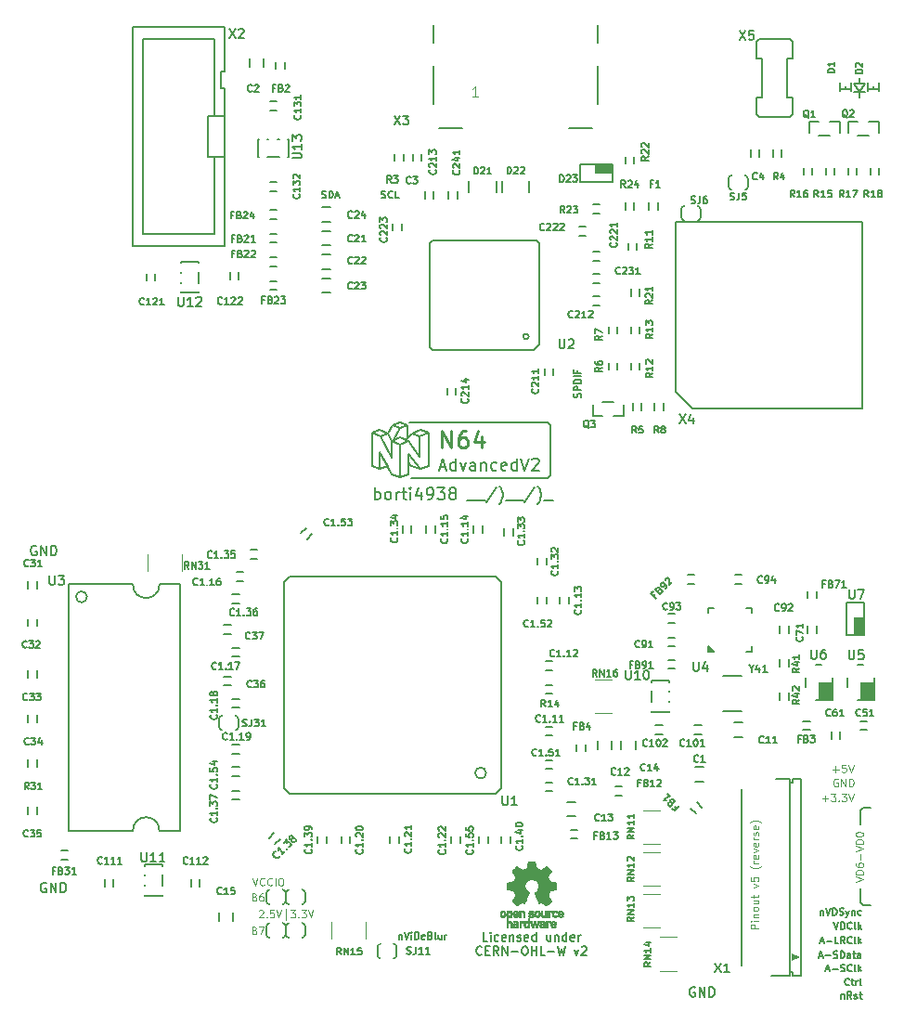
<source format=gbr>
%TF.GenerationSoftware,KiCad,Pcbnew,(6.0.7)*%
%TF.CreationDate,2022-11-06T11:06:38+01:00*%
%TF.ProjectId,n64adv2,6e363461-6476-4322-9e6b-696361645f70,20220729(b)*%
%TF.SameCoordinates,Original*%
%TF.FileFunction,Legend,Top*%
%TF.FilePolarity,Positive*%
%FSLAX46Y46*%
G04 Gerber Fmt 4.6, Leading zero omitted, Abs format (unit mm)*
G04 Created by KiCad (PCBNEW (6.0.7)) date 2022-11-06 11:06:38*
%MOMM*%
%LPD*%
G01*
G04 APERTURE LIST*
%ADD10C,0.200000*%
%ADD11C,0.152400*%
%ADD12C,0.159385*%
%ADD13C,0.190500*%
%ADD14C,0.150000*%
%ADD15C,0.121920*%
%ADD16C,0.266700*%
%ADD17C,0.175260*%
%ADD18C,0.140208*%
%ADD19C,0.160338*%
%ADD20C,0.081280*%
%ADD21C,0.167640*%
%ADD22C,0.101600*%
%ADD23C,0.127000*%
%ADD24C,0.120000*%
%ADD25C,0.203200*%
%ADD26C,0.010000*%
G04 APERTURE END LIST*
D10*
X144801184Y-97505566D02*
X145547459Y-97197363D01*
X145508187Y-97774357D02*
X144801184Y-97505566D01*
X143707578Y-98511557D02*
X143707578Y-101541600D01*
D11*
X186601100Y-131673600D02*
X185966100Y-131673600D01*
D10*
X142553584Y-100499300D02*
X141861771Y-99239579D01*
D11*
X185966100Y-131673600D02*
X185712100Y-131927600D01*
D10*
X142907025Y-98185341D02*
X142907025Y-98218547D01*
X143698506Y-97868047D02*
X144236225Y-98088544D01*
D11*
X181902100Y-70332600D02*
X182918100Y-70332600D01*
X185458100Y-70332600D02*
X186474100Y-70332600D01*
X181013100Y-69062600D02*
X181013100Y-70078600D01*
D10*
X143698506Y-97070466D02*
X142973490Y-96804632D01*
X144236225Y-98088544D02*
X144487056Y-98191300D01*
X144378315Y-97940522D02*
X144378315Y-96801679D01*
D11*
X183807100Y-65506600D02*
X183807100Y-66141600D01*
X164058600Y-95923100D02*
X164058600Y-94907100D01*
D10*
X143707578Y-101541600D02*
X142958493Y-101233538D01*
X142958493Y-101233538D02*
X141861771Y-99239579D01*
D11*
X186347100Y-66141600D02*
X186347100Y-66268600D01*
X187363100Y-70078600D02*
X187363100Y-69062600D01*
X157391100Y-96748600D02*
X157137100Y-96494600D01*
X181902100Y-69062600D02*
X181013100Y-69062600D01*
X157137100Y-96494600D02*
X144564100Y-96494600D01*
X157137100Y-101574600D02*
X157391100Y-101320600D01*
X186347100Y-65506600D02*
X186347100Y-66141600D01*
X184823100Y-65506600D02*
X184823100Y-66141600D01*
D10*
X142907025Y-98218547D02*
X142571737Y-97538716D01*
X141861771Y-100783288D02*
X142553584Y-100499300D01*
D11*
X185077100Y-66395600D02*
X185585100Y-66395600D01*
D10*
X141861771Y-100783288D02*
X141139718Y-100487266D01*
X141139718Y-97460329D02*
X141834537Y-97233672D01*
X143698506Y-97070466D02*
X143091303Y-98112766D01*
D11*
X183807100Y-69062600D02*
X183807100Y-70078600D01*
D10*
X144487056Y-98191300D02*
X145508187Y-99638369D01*
D11*
X187363100Y-69062600D02*
X186474100Y-69062600D01*
D10*
X146272475Y-97460329D02*
X146272475Y-100487266D01*
D11*
X185585100Y-66395600D02*
X186093100Y-66395600D01*
X184823100Y-66141600D02*
X184823100Y-66268600D01*
X185712100Y-131927600D02*
X185712100Y-133197600D01*
X183807100Y-66141600D02*
X183807100Y-66268600D01*
D10*
X144707643Y-100496338D02*
X145547459Y-100786394D01*
X142907025Y-98185341D02*
X143698506Y-97868047D01*
X142907025Y-98185341D02*
X143707578Y-98511557D01*
D11*
X186093100Y-65633600D02*
X185585100Y-65633600D01*
X185966100Y-140563600D02*
X186601100Y-140563600D01*
D10*
X144459812Y-100167016D02*
X144707643Y-100496338D01*
D11*
X183807100Y-66141600D02*
X184823100Y-66141600D01*
D10*
X144459812Y-99381563D02*
X144459812Y-100167016D01*
X145508187Y-99638369D02*
X145508187Y-97774357D01*
D11*
X186347100Y-66141600D02*
X187363100Y-66141600D01*
X185712100Y-140309600D02*
X185966100Y-140563600D01*
X163169600Y-94653100D02*
X162153600Y-94653100D01*
D10*
X143698506Y-97868047D02*
X144487056Y-98191300D01*
D11*
X185712100Y-139039600D02*
X185712100Y-140309600D01*
D10*
X142553584Y-97502550D02*
X142907025Y-98218547D01*
X145547459Y-100786394D02*
X144459812Y-99381563D01*
X144801184Y-97505566D02*
X144236225Y-98088544D01*
X142571737Y-97538716D02*
X142973490Y-96804632D01*
X141139718Y-100487266D02*
X141139718Y-97460329D01*
D11*
X187363100Y-66141600D02*
X187363100Y-66268600D01*
D10*
X144378315Y-96801679D02*
X143698506Y-97070466D01*
X144459812Y-100167016D02*
X144459812Y-101230432D01*
D11*
X161264600Y-95923100D02*
X162153600Y-95923100D01*
D10*
X143707578Y-98511557D02*
X144487056Y-98191300D01*
D11*
X185458100Y-69062600D02*
X184569100Y-69062600D01*
X182918100Y-69062600D02*
X183807100Y-69062600D01*
D10*
X144459812Y-101230432D02*
X143707578Y-101541600D01*
X143091303Y-98112766D02*
X142907025Y-98185341D01*
X142973490Y-96804632D02*
X143671312Y-96559972D01*
X142907025Y-98218547D02*
X142907025Y-99735022D01*
X145547459Y-97197363D02*
X146272475Y-97460329D01*
X141861771Y-99239579D02*
X141861771Y-100783288D01*
D11*
X185077100Y-65633600D02*
X185585100Y-66395600D01*
X187363100Y-65506600D02*
X187363100Y-66141600D01*
D10*
X143671312Y-96559972D02*
X144378315Y-96801679D01*
D11*
X185585100Y-66903600D02*
X185585100Y-66395600D01*
X163169600Y-95923100D02*
X164058600Y-95923100D01*
D10*
X141139718Y-97460329D02*
X141894934Y-97768388D01*
X146272475Y-100487266D02*
X145547459Y-100786394D01*
X145508187Y-97774357D02*
X146272475Y-97460329D01*
D11*
X161264600Y-94907100D02*
X161264600Y-95923100D01*
D10*
X143091303Y-98112766D02*
X143698506Y-97868047D01*
D11*
X185585100Y-66395600D02*
X186093100Y-65633600D01*
X185585100Y-65633600D02*
X185585100Y-65125600D01*
X184569100Y-69062600D02*
X184569100Y-70078600D01*
X157391100Y-101320600D02*
X157391100Y-96748600D01*
D10*
X141834537Y-97233672D02*
X142553584Y-97502550D01*
X141894934Y-97768388D02*
X142553584Y-97502550D01*
D11*
X185585100Y-65633600D02*
X185077100Y-65633600D01*
D10*
X142907025Y-99735022D02*
X141894934Y-97768388D01*
D11*
X144691100Y-101574600D02*
X157137100Y-101574600D01*
D12*
X182019600Y-143870256D02*
X182323191Y-143870256D01*
X181958882Y-144052410D02*
X182171395Y-143414870D01*
X182383909Y-144052410D01*
X182596422Y-143809538D02*
X183082167Y-143809538D01*
X183689348Y-144052410D02*
X183385757Y-144052410D01*
X183385757Y-143414870D01*
X184266170Y-144052410D02*
X184053656Y-143748820D01*
X183901861Y-144052410D02*
X183901861Y-143414870D01*
X184144734Y-143414870D01*
X184205452Y-143445230D01*
X184235811Y-143475589D01*
X184266170Y-143536307D01*
X184266170Y-143627384D01*
X184235811Y-143688102D01*
X184205452Y-143718461D01*
X184144734Y-143748820D01*
X183901861Y-143748820D01*
X184903710Y-143991692D02*
X184873351Y-144022051D01*
X184782274Y-144052410D01*
X184721555Y-144052410D01*
X184630478Y-144022051D01*
X184569760Y-143961333D01*
X184539401Y-143900615D01*
X184509042Y-143779179D01*
X184509042Y-143688102D01*
X184539401Y-143566666D01*
X184569760Y-143505948D01*
X184630478Y-143445230D01*
X184721555Y-143414870D01*
X184782274Y-143414870D01*
X184873351Y-143445230D01*
X184903710Y-143475589D01*
X185268018Y-144052410D02*
X185207300Y-144022051D01*
X185176941Y-143961333D01*
X185176941Y-143414870D01*
X185510891Y-144052410D02*
X185510891Y-143414870D01*
X185571609Y-143809538D02*
X185753763Y-144052410D01*
X185753763Y-143627384D02*
X185510891Y-143870256D01*
D13*
X147306544Y-100579766D02*
X147820591Y-100579766D01*
X147203734Y-100888195D02*
X147563567Y-99808695D01*
X147923401Y-100888195D01*
X148745877Y-100888195D02*
X148745877Y-99808695D01*
X148745877Y-100836790D02*
X148643067Y-100888195D01*
X148437448Y-100888195D01*
X148334639Y-100836790D01*
X148283234Y-100785385D01*
X148231829Y-100682576D01*
X148231829Y-100374147D01*
X148283234Y-100271338D01*
X148334639Y-100219933D01*
X148437448Y-100168528D01*
X148643067Y-100168528D01*
X148745877Y-100219933D01*
X149157115Y-100168528D02*
X149414139Y-100888195D01*
X149671163Y-100168528D01*
X150545044Y-100888195D02*
X150545044Y-100322742D01*
X150493639Y-100219933D01*
X150390829Y-100168528D01*
X150185210Y-100168528D01*
X150082401Y-100219933D01*
X150545044Y-100836790D02*
X150442234Y-100888195D01*
X150185210Y-100888195D01*
X150082401Y-100836790D01*
X150030996Y-100733980D01*
X150030996Y-100631171D01*
X150082401Y-100528361D01*
X150185210Y-100476957D01*
X150442234Y-100476957D01*
X150545044Y-100425552D01*
X151059091Y-100168528D02*
X151059091Y-100888195D01*
X151059091Y-100271338D02*
X151110496Y-100219933D01*
X151213305Y-100168528D01*
X151367520Y-100168528D01*
X151470329Y-100219933D01*
X151521734Y-100322742D01*
X151521734Y-100888195D01*
X152498425Y-100836790D02*
X152395615Y-100888195D01*
X152189996Y-100888195D01*
X152087186Y-100836790D01*
X152035782Y-100785385D01*
X151984377Y-100682576D01*
X151984377Y-100374147D01*
X152035782Y-100271338D01*
X152087186Y-100219933D01*
X152189996Y-100168528D01*
X152395615Y-100168528D01*
X152498425Y-100219933D01*
X153372305Y-100836790D02*
X153269496Y-100888195D01*
X153063877Y-100888195D01*
X152961067Y-100836790D01*
X152909663Y-100733980D01*
X152909663Y-100322742D01*
X152961067Y-100219933D01*
X153063877Y-100168528D01*
X153269496Y-100168528D01*
X153372305Y-100219933D01*
X153423710Y-100322742D01*
X153423710Y-100425552D01*
X152909663Y-100528361D01*
X154348996Y-100888195D02*
X154348996Y-99808695D01*
X154348996Y-100836790D02*
X154246186Y-100888195D01*
X154040567Y-100888195D01*
X153937758Y-100836790D01*
X153886353Y-100785385D01*
X153834948Y-100682576D01*
X153834948Y-100374147D01*
X153886353Y-100271338D01*
X153937758Y-100219933D01*
X154040567Y-100168528D01*
X154246186Y-100168528D01*
X154348996Y-100219933D01*
X154708829Y-99808695D02*
X155068663Y-100888195D01*
X155428496Y-99808695D01*
X155736925Y-99911504D02*
X155788329Y-99860100D01*
X155891139Y-99808695D01*
X156148163Y-99808695D01*
X156250972Y-99860100D01*
X156302377Y-99911504D01*
X156353782Y-100014314D01*
X156353782Y-100117123D01*
X156302377Y-100271338D01*
X155685520Y-100888195D01*
X156353782Y-100888195D01*
D12*
X182049959Y-141036584D02*
X182049959Y-141461610D01*
X182049959Y-141097302D02*
X182080318Y-141066943D01*
X182141036Y-141036584D01*
X182232114Y-141036584D01*
X182292832Y-141066943D01*
X182323191Y-141127661D01*
X182323191Y-141461610D01*
X182535704Y-140824070D02*
X182748217Y-141461610D01*
X182960731Y-140824070D01*
X183173244Y-141461610D02*
X183173244Y-140824070D01*
X183325039Y-140824070D01*
X183416116Y-140854430D01*
X183476834Y-140915148D01*
X183507194Y-140975866D01*
X183537553Y-141097302D01*
X183537553Y-141188379D01*
X183507194Y-141309815D01*
X183476834Y-141370533D01*
X183416116Y-141431251D01*
X183325039Y-141461610D01*
X183173244Y-141461610D01*
X183780425Y-141431251D02*
X183871502Y-141461610D01*
X184023297Y-141461610D01*
X184084015Y-141431251D01*
X184114374Y-141400892D01*
X184144734Y-141340174D01*
X184144734Y-141279456D01*
X184114374Y-141218738D01*
X184084015Y-141188379D01*
X184023297Y-141158020D01*
X183901861Y-141127661D01*
X183841143Y-141097302D01*
X183810784Y-141066943D01*
X183780425Y-141006225D01*
X183780425Y-140945507D01*
X183810784Y-140884789D01*
X183841143Y-140854430D01*
X183901861Y-140824070D01*
X184053656Y-140824070D01*
X184144734Y-140854430D01*
X184357247Y-141036584D02*
X184509042Y-141461610D01*
X184660837Y-141036584D02*
X184509042Y-141461610D01*
X184448324Y-141613406D01*
X184417965Y-141643765D01*
X184357247Y-141674124D01*
X184903710Y-141036584D02*
X184903710Y-141461610D01*
X184903710Y-141097302D02*
X184934069Y-141066943D01*
X184994787Y-141036584D01*
X185085864Y-141036584D01*
X185146582Y-141066943D01*
X185176941Y-141127661D01*
X185176941Y-141461610D01*
X185753763Y-141431251D02*
X185693045Y-141461610D01*
X185571609Y-141461610D01*
X185510891Y-141431251D01*
X185480532Y-141400892D01*
X185450173Y-141340174D01*
X185450173Y-141158020D01*
X185480532Y-141097302D01*
X185510891Y-141066943D01*
X185571609Y-141036584D01*
X185693045Y-141036584D01*
X185753763Y-141066943D01*
D14*
X151680000Y-143817904D02*
X151299047Y-143817904D01*
X151299047Y-143017904D01*
X151946666Y-143817904D02*
X151946666Y-143284571D01*
X151946666Y-143017904D02*
X151908571Y-143056000D01*
X151946666Y-143094095D01*
X151984761Y-143056000D01*
X151946666Y-143017904D01*
X151946666Y-143094095D01*
X152670476Y-143779809D02*
X152594285Y-143817904D01*
X152441904Y-143817904D01*
X152365714Y-143779809D01*
X152327619Y-143741714D01*
X152289523Y-143665523D01*
X152289523Y-143436952D01*
X152327619Y-143360761D01*
X152365714Y-143322666D01*
X152441904Y-143284571D01*
X152594285Y-143284571D01*
X152670476Y-143322666D01*
X153318095Y-143779809D02*
X153241904Y-143817904D01*
X153089523Y-143817904D01*
X153013333Y-143779809D01*
X152975238Y-143703619D01*
X152975238Y-143398857D01*
X153013333Y-143322666D01*
X153089523Y-143284571D01*
X153241904Y-143284571D01*
X153318095Y-143322666D01*
X153356190Y-143398857D01*
X153356190Y-143475047D01*
X152975238Y-143551238D01*
X153699047Y-143284571D02*
X153699047Y-143817904D01*
X153699047Y-143360761D02*
X153737142Y-143322666D01*
X153813333Y-143284571D01*
X153927619Y-143284571D01*
X154003809Y-143322666D01*
X154041904Y-143398857D01*
X154041904Y-143817904D01*
X154384761Y-143779809D02*
X154460952Y-143817904D01*
X154613333Y-143817904D01*
X154689523Y-143779809D01*
X154727619Y-143703619D01*
X154727619Y-143665523D01*
X154689523Y-143589333D01*
X154613333Y-143551238D01*
X154499047Y-143551238D01*
X154422857Y-143513142D01*
X154384761Y-143436952D01*
X154384761Y-143398857D01*
X154422857Y-143322666D01*
X154499047Y-143284571D01*
X154613333Y-143284571D01*
X154689523Y-143322666D01*
X155375238Y-143779809D02*
X155299047Y-143817904D01*
X155146666Y-143817904D01*
X155070476Y-143779809D01*
X155032380Y-143703619D01*
X155032380Y-143398857D01*
X155070476Y-143322666D01*
X155146666Y-143284571D01*
X155299047Y-143284571D01*
X155375238Y-143322666D01*
X155413333Y-143398857D01*
X155413333Y-143475047D01*
X155032380Y-143551238D01*
X156099047Y-143817904D02*
X156099047Y-143017904D01*
X156099047Y-143779809D02*
X156022857Y-143817904D01*
X155870476Y-143817904D01*
X155794285Y-143779809D01*
X155756190Y-143741714D01*
X155718095Y-143665523D01*
X155718095Y-143436952D01*
X155756190Y-143360761D01*
X155794285Y-143322666D01*
X155870476Y-143284571D01*
X156022857Y-143284571D01*
X156099047Y-143322666D01*
X157432380Y-143284571D02*
X157432380Y-143817904D01*
X157089523Y-143284571D02*
X157089523Y-143703619D01*
X157127619Y-143779809D01*
X157203809Y-143817904D01*
X157318095Y-143817904D01*
X157394285Y-143779809D01*
X157432380Y-143741714D01*
X157813333Y-143284571D02*
X157813333Y-143817904D01*
X157813333Y-143360761D02*
X157851428Y-143322666D01*
X157927619Y-143284571D01*
X158041904Y-143284571D01*
X158118095Y-143322666D01*
X158156190Y-143398857D01*
X158156190Y-143817904D01*
X158880000Y-143817904D02*
X158880000Y-143017904D01*
X158880000Y-143779809D02*
X158803809Y-143817904D01*
X158651428Y-143817904D01*
X158575238Y-143779809D01*
X158537142Y-143741714D01*
X158499047Y-143665523D01*
X158499047Y-143436952D01*
X158537142Y-143360761D01*
X158575238Y-143322666D01*
X158651428Y-143284571D01*
X158803809Y-143284571D01*
X158880000Y-143322666D01*
X159565714Y-143779809D02*
X159489523Y-143817904D01*
X159337142Y-143817904D01*
X159260952Y-143779809D01*
X159222857Y-143703619D01*
X159222857Y-143398857D01*
X159260952Y-143322666D01*
X159337142Y-143284571D01*
X159489523Y-143284571D01*
X159565714Y-143322666D01*
X159603809Y-143398857D01*
X159603809Y-143475047D01*
X159222857Y-143551238D01*
X159946666Y-143817904D02*
X159946666Y-143284571D01*
X159946666Y-143436952D02*
X159984761Y-143360761D01*
X160022857Y-143322666D01*
X160099047Y-143284571D01*
X160175238Y-143284571D01*
X151146666Y-145029714D02*
X151108571Y-145067809D01*
X150994285Y-145105904D01*
X150918095Y-145105904D01*
X150803809Y-145067809D01*
X150727619Y-144991619D01*
X150689523Y-144915428D01*
X150651428Y-144763047D01*
X150651428Y-144648761D01*
X150689523Y-144496380D01*
X150727619Y-144420190D01*
X150803809Y-144344000D01*
X150918095Y-144305904D01*
X150994285Y-144305904D01*
X151108571Y-144344000D01*
X151146666Y-144382095D01*
X151489523Y-144686857D02*
X151756190Y-144686857D01*
X151870476Y-145105904D02*
X151489523Y-145105904D01*
X151489523Y-144305904D01*
X151870476Y-144305904D01*
X152670476Y-145105904D02*
X152403809Y-144724952D01*
X152213333Y-145105904D02*
X152213333Y-144305904D01*
X152518095Y-144305904D01*
X152594285Y-144344000D01*
X152632380Y-144382095D01*
X152670476Y-144458285D01*
X152670476Y-144572571D01*
X152632380Y-144648761D01*
X152594285Y-144686857D01*
X152518095Y-144724952D01*
X152213333Y-144724952D01*
X153013333Y-145105904D02*
X153013333Y-144305904D01*
X153470476Y-145105904D01*
X153470476Y-144305904D01*
X153851428Y-144801142D02*
X154460952Y-144801142D01*
X154994285Y-144305904D02*
X155146666Y-144305904D01*
X155222857Y-144344000D01*
X155299047Y-144420190D01*
X155337142Y-144572571D01*
X155337142Y-144839238D01*
X155299047Y-144991619D01*
X155222857Y-145067809D01*
X155146666Y-145105904D01*
X154994285Y-145105904D01*
X154918095Y-145067809D01*
X154841904Y-144991619D01*
X154803809Y-144839238D01*
X154803809Y-144572571D01*
X154841904Y-144420190D01*
X154918095Y-144344000D01*
X154994285Y-144305904D01*
X155680000Y-145105904D02*
X155680000Y-144305904D01*
X155680000Y-144686857D02*
X156137142Y-144686857D01*
X156137142Y-145105904D02*
X156137142Y-144305904D01*
X156899047Y-145105904D02*
X156518095Y-145105904D01*
X156518095Y-144305904D01*
X157165714Y-144801142D02*
X157775238Y-144801142D01*
X158080000Y-144305904D02*
X158270476Y-145105904D01*
X158422857Y-144534476D01*
X158575238Y-145105904D01*
X158765714Y-144305904D01*
X159603809Y-144572571D02*
X159794285Y-145105904D01*
X159984761Y-144572571D01*
X160251428Y-144382095D02*
X160289523Y-144344000D01*
X160365714Y-144305904D01*
X160556190Y-144305904D01*
X160632380Y-144344000D01*
X160670476Y-144382095D01*
X160708571Y-144458285D01*
X160708571Y-144534476D01*
X160670476Y-144648761D01*
X160213333Y-145105904D01*
X160708571Y-145105904D01*
D15*
X130420436Y-139787811D02*
X130519133Y-139820710D01*
X130552032Y-139853609D01*
X130584931Y-139919407D01*
X130584931Y-140018104D01*
X130552032Y-140083902D01*
X130519133Y-140116801D01*
X130453335Y-140149700D01*
X130190143Y-140149700D01*
X130190143Y-139458820D01*
X130420436Y-139458820D01*
X130486234Y-139491720D01*
X130519133Y-139524619D01*
X130552032Y-139590417D01*
X130552032Y-139656215D01*
X130519133Y-139722013D01*
X130486234Y-139754912D01*
X130420436Y-139787811D01*
X130190143Y-139787811D01*
X131177114Y-139458820D02*
X131045518Y-139458820D01*
X130979720Y-139491720D01*
X130946821Y-139524619D01*
X130881023Y-139623316D01*
X130848124Y-139754912D01*
X130848124Y-140018104D01*
X130881023Y-140083902D01*
X130913922Y-140116801D01*
X130979720Y-140149700D01*
X131111316Y-140149700D01*
X131177114Y-140116801D01*
X131210013Y-140083902D01*
X131242912Y-140018104D01*
X131242912Y-139853609D01*
X131210013Y-139787811D01*
X131177114Y-139754912D01*
X131111316Y-139722013D01*
X130979720Y-139722013D01*
X130913922Y-139754912D01*
X130881023Y-139787811D01*
X130848124Y-139853609D01*
D13*
X141388948Y-103555195D02*
X141388948Y-102475695D01*
X141388948Y-102886933D02*
X141491758Y-102835528D01*
X141697377Y-102835528D01*
X141800186Y-102886933D01*
X141851591Y-102938338D01*
X141902996Y-103041147D01*
X141902996Y-103349576D01*
X141851591Y-103452385D01*
X141800186Y-103503790D01*
X141697377Y-103555195D01*
X141491758Y-103555195D01*
X141388948Y-103503790D01*
X142519853Y-103555195D02*
X142417044Y-103503790D01*
X142365639Y-103452385D01*
X142314234Y-103349576D01*
X142314234Y-103041147D01*
X142365639Y-102938338D01*
X142417044Y-102886933D01*
X142519853Y-102835528D01*
X142674067Y-102835528D01*
X142776877Y-102886933D01*
X142828282Y-102938338D01*
X142879686Y-103041147D01*
X142879686Y-103349576D01*
X142828282Y-103452385D01*
X142776877Y-103503790D01*
X142674067Y-103555195D01*
X142519853Y-103555195D01*
X143342329Y-103555195D02*
X143342329Y-102835528D01*
X143342329Y-103041147D02*
X143393734Y-102938338D01*
X143445139Y-102886933D01*
X143547948Y-102835528D01*
X143650758Y-102835528D01*
X143856377Y-102835528D02*
X144267615Y-102835528D01*
X144010591Y-102475695D02*
X144010591Y-103400980D01*
X144061996Y-103503790D01*
X144164805Y-103555195D01*
X144267615Y-103555195D01*
X144627448Y-103555195D02*
X144627448Y-102835528D01*
X144627448Y-102475695D02*
X144576044Y-102527100D01*
X144627448Y-102578504D01*
X144678853Y-102527100D01*
X144627448Y-102475695D01*
X144627448Y-102578504D01*
X145604139Y-102835528D02*
X145604139Y-103555195D01*
X145347115Y-102424290D02*
X145090091Y-103195361D01*
X145758353Y-103195361D01*
X146220996Y-103555195D02*
X146426615Y-103555195D01*
X146529425Y-103503790D01*
X146580829Y-103452385D01*
X146683639Y-103298171D01*
X146735044Y-103092552D01*
X146735044Y-102681314D01*
X146683639Y-102578504D01*
X146632234Y-102527100D01*
X146529425Y-102475695D01*
X146323805Y-102475695D01*
X146220996Y-102527100D01*
X146169591Y-102578504D01*
X146118186Y-102681314D01*
X146118186Y-102938338D01*
X146169591Y-103041147D01*
X146220996Y-103092552D01*
X146323805Y-103143957D01*
X146529425Y-103143957D01*
X146632234Y-103092552D01*
X146683639Y-103041147D01*
X146735044Y-102938338D01*
X147094877Y-102475695D02*
X147763139Y-102475695D01*
X147403305Y-102886933D01*
X147557520Y-102886933D01*
X147660329Y-102938338D01*
X147711734Y-102989742D01*
X147763139Y-103092552D01*
X147763139Y-103349576D01*
X147711734Y-103452385D01*
X147660329Y-103503790D01*
X147557520Y-103555195D01*
X147249091Y-103555195D01*
X147146282Y-103503790D01*
X147094877Y-103452385D01*
X148379996Y-102938338D02*
X148277186Y-102886933D01*
X148225782Y-102835528D01*
X148174377Y-102732719D01*
X148174377Y-102681314D01*
X148225782Y-102578504D01*
X148277186Y-102527100D01*
X148379996Y-102475695D01*
X148585615Y-102475695D01*
X148688425Y-102527100D01*
X148739829Y-102578504D01*
X148791234Y-102681314D01*
X148791234Y-102732719D01*
X148739829Y-102835528D01*
X148688425Y-102886933D01*
X148585615Y-102938338D01*
X148379996Y-102938338D01*
X148277186Y-102989742D01*
X148225782Y-103041147D01*
X148174377Y-103143957D01*
X148174377Y-103349576D01*
X148225782Y-103452385D01*
X148277186Y-103503790D01*
X148379996Y-103555195D01*
X148585615Y-103555195D01*
X148688425Y-103503790D01*
X148739829Y-103452385D01*
X148791234Y-103349576D01*
X148791234Y-103143957D01*
X148739829Y-103041147D01*
X148688425Y-102989742D01*
X148585615Y-102938338D01*
X149819329Y-103658004D02*
X150641805Y-103658004D01*
X150641805Y-103658004D02*
X151464282Y-103658004D01*
X152492377Y-102424290D02*
X151567091Y-103812219D01*
X152749401Y-103966433D02*
X152800805Y-103915028D01*
X152903615Y-103760814D01*
X152955020Y-103658004D01*
X153006425Y-103503790D01*
X153057829Y-103246766D01*
X153057829Y-103041147D01*
X153006425Y-102784123D01*
X152955020Y-102629909D01*
X152903615Y-102527100D01*
X152800805Y-102372885D01*
X152749401Y-102321480D01*
X153314853Y-103658004D02*
X154137329Y-103658004D01*
X154137329Y-103658004D02*
X154959805Y-103658004D01*
X155987901Y-102424290D02*
X155062615Y-103812219D01*
X156244925Y-103966433D02*
X156296329Y-103915028D01*
X156399139Y-103760814D01*
X156450544Y-103658004D01*
X156501948Y-103503790D01*
X156553353Y-103246766D01*
X156553353Y-103041147D01*
X156501948Y-102784123D01*
X156450544Y-102629909D01*
X156399139Y-102527100D01*
X156296329Y-102372885D01*
X156244925Y-102321480D01*
X156810377Y-103658004D02*
X157632853Y-103658004D01*
D12*
X182566063Y-146410256D02*
X182869654Y-146410256D01*
X182505345Y-146592410D02*
X182717858Y-145954870D01*
X182930372Y-146592410D01*
X183142885Y-146349538D02*
X183628630Y-146349538D01*
X183901861Y-146562051D02*
X183992938Y-146592410D01*
X184144734Y-146592410D01*
X184205452Y-146562051D01*
X184235811Y-146531692D01*
X184266170Y-146470974D01*
X184266170Y-146410256D01*
X184235811Y-146349538D01*
X184205452Y-146319179D01*
X184144734Y-146288820D01*
X184023297Y-146258461D01*
X183962579Y-146228102D01*
X183932220Y-146197743D01*
X183901861Y-146137025D01*
X183901861Y-146076307D01*
X183932220Y-146015589D01*
X183962579Y-145985230D01*
X184023297Y-145954870D01*
X184175093Y-145954870D01*
X184266170Y-145985230D01*
X184903710Y-146531692D02*
X184873351Y-146562051D01*
X184782274Y-146592410D01*
X184721555Y-146592410D01*
X184630478Y-146562051D01*
X184569760Y-146501333D01*
X184539401Y-146440615D01*
X184509042Y-146319179D01*
X184509042Y-146228102D01*
X184539401Y-146106666D01*
X184569760Y-146045948D01*
X184630478Y-145985230D01*
X184721555Y-145954870D01*
X184782274Y-145954870D01*
X184873351Y-145985230D01*
X184903710Y-146015589D01*
X185268018Y-146592410D02*
X185207300Y-146562051D01*
X185176941Y-146501333D01*
X185176941Y-145954870D01*
X185510891Y-146592410D02*
X185510891Y-145954870D01*
X185571609Y-146349538D02*
X185753763Y-146592410D01*
X185753763Y-146167384D02*
X185510891Y-146410256D01*
X183932220Y-148656584D02*
X183932220Y-149081610D01*
X183932220Y-148717302D02*
X183962579Y-148686943D01*
X184023297Y-148656584D01*
X184114374Y-148656584D01*
X184175093Y-148686943D01*
X184205452Y-148747661D01*
X184205452Y-149081610D01*
X184873351Y-149081610D02*
X184660837Y-148778020D01*
X184509042Y-149081610D02*
X184509042Y-148444070D01*
X184751914Y-148444070D01*
X184812633Y-148474430D01*
X184842992Y-148504789D01*
X184873351Y-148565507D01*
X184873351Y-148656584D01*
X184842992Y-148717302D01*
X184812633Y-148747661D01*
X184751914Y-148778020D01*
X184509042Y-148778020D01*
X185116223Y-149051251D02*
X185176941Y-149081610D01*
X185298377Y-149081610D01*
X185359095Y-149051251D01*
X185389454Y-148990533D01*
X185389454Y-148960174D01*
X185359095Y-148899456D01*
X185298377Y-148869097D01*
X185207300Y-148869097D01*
X185146582Y-148838738D01*
X185116223Y-148778020D01*
X185116223Y-148747661D01*
X185146582Y-148686943D01*
X185207300Y-148656584D01*
X185298377Y-148656584D01*
X185359095Y-148686943D01*
X185571609Y-148656584D02*
X185814481Y-148656584D01*
X185662686Y-148444070D02*
X185662686Y-148990533D01*
X185693045Y-149051251D01*
X185753763Y-149081610D01*
X185814481Y-149081610D01*
D15*
X130826570Y-141048619D02*
X130859469Y-141015720D01*
X130925267Y-140982820D01*
X131089762Y-140982820D01*
X131155560Y-141015720D01*
X131188460Y-141048619D01*
X131221359Y-141114417D01*
X131221359Y-141180215D01*
X131188460Y-141278912D01*
X130793671Y-141673700D01*
X131221359Y-141673700D01*
X131517450Y-141607902D02*
X131550349Y-141640801D01*
X131517450Y-141673700D01*
X131484551Y-141640801D01*
X131517450Y-141607902D01*
X131517450Y-141673700D01*
X132175431Y-140982820D02*
X131846440Y-140982820D01*
X131813541Y-141311811D01*
X131846440Y-141278912D01*
X131912239Y-141246013D01*
X132076734Y-141246013D01*
X132142532Y-141278912D01*
X132175431Y-141311811D01*
X132208330Y-141377609D01*
X132208330Y-141542104D01*
X132175431Y-141607902D01*
X132142532Y-141640801D01*
X132076734Y-141673700D01*
X131912239Y-141673700D01*
X131846440Y-141640801D01*
X131813541Y-141607902D01*
X132405724Y-140982820D02*
X132636018Y-141673700D01*
X132866311Y-140982820D01*
X133261100Y-141903994D02*
X133261100Y-140917022D01*
X133688787Y-140982820D02*
X134116475Y-140982820D01*
X133886181Y-141246013D01*
X133984879Y-141246013D01*
X134050677Y-141278912D01*
X134083576Y-141311811D01*
X134116475Y-141377609D01*
X134116475Y-141542104D01*
X134083576Y-141607902D01*
X134050677Y-141640801D01*
X133984879Y-141673700D01*
X133787484Y-141673700D01*
X133721686Y-141640801D01*
X133688787Y-141607902D01*
X134412566Y-141607902D02*
X134445465Y-141640801D01*
X134412566Y-141673700D01*
X134379667Y-141640801D01*
X134412566Y-141607902D01*
X134412566Y-141673700D01*
X134675759Y-140982820D02*
X135103446Y-140982820D01*
X134873153Y-141246013D01*
X134971850Y-141246013D01*
X135037648Y-141278912D01*
X135070547Y-141311811D01*
X135103446Y-141377609D01*
X135103446Y-141542104D01*
X135070547Y-141607902D01*
X135037648Y-141640801D01*
X134971850Y-141673700D01*
X134774456Y-141673700D01*
X134708658Y-141640801D01*
X134675759Y-141607902D01*
X135300840Y-140982820D02*
X135531134Y-141673700D01*
X135761427Y-140982820D01*
D12*
X136576652Y-76026821D02*
X136667729Y-76057180D01*
X136819524Y-76057180D01*
X136880242Y-76026821D01*
X136910601Y-75996462D01*
X136940960Y-75935744D01*
X136940960Y-75875026D01*
X136910601Y-75814308D01*
X136880242Y-75783949D01*
X136819524Y-75753590D01*
X136698088Y-75723231D01*
X136637370Y-75692872D01*
X136607011Y-75662513D01*
X136576652Y-75601795D01*
X136576652Y-75541077D01*
X136607011Y-75480359D01*
X136637370Y-75450000D01*
X136698088Y-75419640D01*
X136849883Y-75419640D01*
X136940960Y-75450000D01*
X137214192Y-76057180D02*
X137214192Y-75419640D01*
X137365987Y-75419640D01*
X137457064Y-75450000D01*
X137517782Y-75510718D01*
X137548141Y-75571436D01*
X137578500Y-75692872D01*
X137578500Y-75783949D01*
X137548141Y-75905385D01*
X137517782Y-75966103D01*
X137457064Y-76026821D01*
X137365987Y-76057180D01*
X137214192Y-76057180D01*
X137821373Y-75875026D02*
X138124963Y-75875026D01*
X137760654Y-76057180D02*
X137973168Y-75419640D01*
X138185681Y-76057180D01*
D15*
X176372640Y-142688007D02*
X175681760Y-142688007D01*
X175681760Y-142424815D01*
X175714660Y-142359017D01*
X175747559Y-142326118D01*
X175813357Y-142293219D01*
X175912054Y-142293219D01*
X175977852Y-142326118D01*
X176010751Y-142359017D01*
X176043650Y-142424815D01*
X176043650Y-142688007D01*
X176372640Y-141997127D02*
X175912054Y-141997127D01*
X175681760Y-141997127D02*
X175714660Y-142030026D01*
X175747559Y-141997127D01*
X175714660Y-141964228D01*
X175681760Y-141997127D01*
X175747559Y-141997127D01*
X175912054Y-141668137D02*
X176372640Y-141668137D01*
X175977852Y-141668137D02*
X175944953Y-141635238D01*
X175912054Y-141569440D01*
X175912054Y-141470742D01*
X175944953Y-141404944D01*
X176010751Y-141372045D01*
X176372640Y-141372045D01*
X176372640Y-140944358D02*
X176339741Y-141010156D01*
X176306842Y-141043055D01*
X176241044Y-141075954D01*
X176043650Y-141075954D01*
X175977852Y-141043055D01*
X175944953Y-141010156D01*
X175912054Y-140944358D01*
X175912054Y-140845660D01*
X175944953Y-140779862D01*
X175977852Y-140746963D01*
X176043650Y-140714064D01*
X176241044Y-140714064D01*
X176306842Y-140746963D01*
X176339741Y-140779862D01*
X176372640Y-140845660D01*
X176372640Y-140944358D01*
X175912054Y-140121881D02*
X176372640Y-140121881D01*
X175912054Y-140417973D02*
X176273943Y-140417973D01*
X176339741Y-140385074D01*
X176372640Y-140319276D01*
X176372640Y-140220579D01*
X176339741Y-140154780D01*
X176306842Y-140121881D01*
X175912054Y-139891588D02*
X175912054Y-139628396D01*
X175681760Y-139792891D02*
X176273943Y-139792891D01*
X176339741Y-139759992D01*
X176372640Y-139694194D01*
X176372640Y-139628396D01*
X175912054Y-138937516D02*
X176372640Y-138773020D01*
X175912054Y-138608525D01*
X175681760Y-138016342D02*
X175681760Y-138345333D01*
X176010751Y-138378232D01*
X175977852Y-138345333D01*
X175944953Y-138279535D01*
X175944953Y-138115040D01*
X175977852Y-138049241D01*
X176010751Y-138016342D01*
X176076549Y-137983443D01*
X176241044Y-137983443D01*
X176306842Y-138016342D01*
X176339741Y-138049241D01*
X176372640Y-138115040D01*
X176372640Y-138279535D01*
X176339741Y-138345333D01*
X176306842Y-138378232D01*
X176635833Y-136963573D02*
X176602934Y-136996472D01*
X176504237Y-137062270D01*
X176438439Y-137095169D01*
X176339741Y-137128068D01*
X176175246Y-137160967D01*
X176043650Y-137160967D01*
X175879155Y-137128068D01*
X175780458Y-137095169D01*
X175714660Y-137062270D01*
X175615962Y-136996472D01*
X175583063Y-136963573D01*
X176372640Y-136700380D02*
X175912054Y-136700380D01*
X176043650Y-136700380D02*
X175977852Y-136667481D01*
X175944953Y-136634582D01*
X175912054Y-136568784D01*
X175912054Y-136502986D01*
X176339741Y-136009500D02*
X176372640Y-136075299D01*
X176372640Y-136206895D01*
X176339741Y-136272693D01*
X176273943Y-136305592D01*
X176010751Y-136305592D01*
X175944953Y-136272693D01*
X175912054Y-136206895D01*
X175912054Y-136075299D01*
X175944953Y-136009500D01*
X176010751Y-135976601D01*
X176076549Y-135976601D01*
X176142347Y-136305592D01*
X175912054Y-135746308D02*
X176372640Y-135581813D01*
X175912054Y-135417318D01*
X176339741Y-134890933D02*
X176372640Y-134956731D01*
X176372640Y-135088327D01*
X176339741Y-135154125D01*
X176273943Y-135187024D01*
X176010751Y-135187024D01*
X175944953Y-135154125D01*
X175912054Y-135088327D01*
X175912054Y-134956731D01*
X175944953Y-134890933D01*
X176010751Y-134858034D01*
X176076549Y-134858034D01*
X176142347Y-135187024D01*
X176372640Y-134561942D02*
X175912054Y-134561942D01*
X176043650Y-134561942D02*
X175977852Y-134529043D01*
X175944953Y-134496144D01*
X175912054Y-134430346D01*
X175912054Y-134364548D01*
X176339741Y-134167154D02*
X176372640Y-134101356D01*
X176372640Y-133969760D01*
X176339741Y-133903961D01*
X176273943Y-133871062D01*
X176241044Y-133871062D01*
X176175246Y-133903961D01*
X176142347Y-133969760D01*
X176142347Y-134068457D01*
X176109448Y-134134255D01*
X176043650Y-134167154D01*
X176010751Y-134167154D01*
X175944953Y-134134255D01*
X175912054Y-134068457D01*
X175912054Y-133969760D01*
X175944953Y-133903961D01*
X176339741Y-133311779D02*
X176372640Y-133377577D01*
X176372640Y-133509173D01*
X176339741Y-133574971D01*
X176273943Y-133607870D01*
X176010751Y-133607870D01*
X175944953Y-133574971D01*
X175912054Y-133509173D01*
X175912054Y-133377577D01*
X175944953Y-133311779D01*
X176010751Y-133278880D01*
X176076549Y-133278880D01*
X176142347Y-133607870D01*
X176635833Y-133048586D02*
X176602934Y-133015687D01*
X176504237Y-132949889D01*
X176438439Y-132916990D01*
X176339741Y-132884091D01*
X176175246Y-132851192D01*
X176043650Y-132851192D01*
X175879155Y-132884091D01*
X175780458Y-132916990D01*
X175714660Y-132949889D01*
X175615962Y-133015687D01*
X175583063Y-133048586D01*
X185242320Y-138421533D02*
X185933200Y-138191240D01*
X185242320Y-137960946D01*
X185933200Y-137730653D02*
X185242320Y-137730653D01*
X185242320Y-137566158D01*
X185275220Y-137467460D01*
X185341018Y-137401662D01*
X185406816Y-137368763D01*
X185538412Y-137335864D01*
X185637109Y-137335864D01*
X185768705Y-137368763D01*
X185834503Y-137401662D01*
X185900301Y-137467460D01*
X185933200Y-137566158D01*
X185933200Y-137730653D01*
X185242320Y-136743681D02*
X185242320Y-136875278D01*
X185275220Y-136941076D01*
X185308119Y-136973975D01*
X185406816Y-137039773D01*
X185538412Y-137072672D01*
X185801604Y-137072672D01*
X185867402Y-137039773D01*
X185900301Y-137006874D01*
X185933200Y-136941076D01*
X185933200Y-136809480D01*
X185900301Y-136743681D01*
X185867402Y-136710782D01*
X185801604Y-136677883D01*
X185637109Y-136677883D01*
X185571311Y-136710782D01*
X185538412Y-136743681D01*
X185505513Y-136809480D01*
X185505513Y-136941076D01*
X185538412Y-137006874D01*
X185571311Y-137039773D01*
X185637109Y-137072672D01*
X185670008Y-136381792D02*
X185670008Y-135855407D01*
X185242320Y-135625114D02*
X185933200Y-135394820D01*
X185242320Y-135164527D01*
X185933200Y-134934234D02*
X185242320Y-134934234D01*
X185242320Y-134769739D01*
X185275220Y-134671041D01*
X185341018Y-134605243D01*
X185406816Y-134572344D01*
X185538412Y-134539445D01*
X185637109Y-134539445D01*
X185768705Y-134572344D01*
X185834503Y-134605243D01*
X185900301Y-134671041D01*
X185933200Y-134769739D01*
X185933200Y-134934234D01*
X185242320Y-134111758D02*
X185242320Y-134045960D01*
X185275220Y-133980161D01*
X185308119Y-133947262D01*
X185373917Y-133914363D01*
X185505513Y-133881464D01*
X185670008Y-133881464D01*
X185801604Y-133914363D01*
X185867402Y-133947262D01*
X185900301Y-133980161D01*
X185933200Y-134045960D01*
X185933200Y-134111758D01*
X185900301Y-134177556D01*
X185867402Y-134210455D01*
X185801604Y-134243354D01*
X185670008Y-134276253D01*
X185505513Y-134276253D01*
X185373917Y-134243354D01*
X185308119Y-134210455D01*
X185275220Y-134177556D01*
X185242320Y-134111758D01*
X182209343Y-130818708D02*
X182735728Y-130818708D01*
X182472535Y-131081900D02*
X182472535Y-130555516D01*
X182998920Y-130391020D02*
X183426608Y-130391020D01*
X183196314Y-130654213D01*
X183295011Y-130654213D01*
X183360809Y-130687112D01*
X183393708Y-130720011D01*
X183426608Y-130785809D01*
X183426608Y-130950304D01*
X183393708Y-131016102D01*
X183360809Y-131049001D01*
X183295011Y-131081900D01*
X183097617Y-131081900D01*
X183031819Y-131049001D01*
X182998920Y-131016102D01*
X183722699Y-131016102D02*
X183755598Y-131049001D01*
X183722699Y-131081900D01*
X183689800Y-131049001D01*
X183722699Y-131016102D01*
X183722699Y-131081900D01*
X183985891Y-130391020D02*
X184413579Y-130391020D01*
X184183286Y-130654213D01*
X184281983Y-130654213D01*
X184347781Y-130687112D01*
X184380680Y-130720011D01*
X184413579Y-130785809D01*
X184413579Y-130950304D01*
X184380680Y-131016102D01*
X184347781Y-131049001D01*
X184281983Y-131081900D01*
X184084588Y-131081900D01*
X184018790Y-131049001D01*
X183985891Y-131016102D01*
X184610973Y-130391020D02*
X184841267Y-131081900D01*
X185071560Y-130391020D01*
X183174543Y-128151708D02*
X183700928Y-128151708D01*
X183437735Y-128414900D02*
X183437735Y-127888516D01*
X184358908Y-127724020D02*
X184029918Y-127724020D01*
X183997019Y-128053011D01*
X184029918Y-128020112D01*
X184095716Y-127987213D01*
X184260211Y-127987213D01*
X184326009Y-128020112D01*
X184358908Y-128053011D01*
X184391808Y-128118809D01*
X184391808Y-128283304D01*
X184358908Y-128349102D01*
X184326009Y-128382001D01*
X184260211Y-128414900D01*
X184095716Y-128414900D01*
X184029918Y-128382001D01*
X183997019Y-128349102D01*
X184589202Y-127724020D02*
X184819495Y-128414900D01*
X185049788Y-127724020D01*
D11*
X110523140Y-107823000D02*
X110440893Y-107781876D01*
X110317521Y-107781876D01*
X110194150Y-107823000D01*
X110111902Y-107905247D01*
X110070779Y-107987495D01*
X110029655Y-108151990D01*
X110029655Y-108275361D01*
X110070779Y-108439857D01*
X110111902Y-108522104D01*
X110194150Y-108604352D01*
X110317521Y-108645476D01*
X110399769Y-108645476D01*
X110523140Y-108604352D01*
X110564264Y-108563228D01*
X110564264Y-108275361D01*
X110399769Y-108275361D01*
X110934379Y-108645476D02*
X110934379Y-107781876D01*
X111427864Y-108645476D01*
X111427864Y-107781876D01*
X111839102Y-108645476D02*
X111839102Y-107781876D01*
X112044721Y-107781876D01*
X112168093Y-107823000D01*
X112250340Y-107905247D01*
X112291464Y-107987495D01*
X112332588Y-108151990D01*
X112332588Y-108275361D01*
X112291464Y-108439857D01*
X112250340Y-108522104D01*
X112168093Y-108604352D01*
X112044721Y-108645476D01*
X111839102Y-108645476D01*
D12*
X181898164Y-145191056D02*
X182201754Y-145191056D01*
X181837446Y-145373210D02*
X182049959Y-144735670D01*
X182262473Y-145373210D01*
X182474986Y-145130338D02*
X182960731Y-145130338D01*
X183233962Y-145342851D02*
X183325039Y-145373210D01*
X183476834Y-145373210D01*
X183537553Y-145342851D01*
X183567912Y-145312492D01*
X183598271Y-145251774D01*
X183598271Y-145191056D01*
X183567912Y-145130338D01*
X183537553Y-145099979D01*
X183476834Y-145069620D01*
X183355398Y-145039261D01*
X183294680Y-145008902D01*
X183264321Y-144978543D01*
X183233962Y-144917825D01*
X183233962Y-144857107D01*
X183264321Y-144796389D01*
X183294680Y-144766030D01*
X183355398Y-144735670D01*
X183507194Y-144735670D01*
X183598271Y-144766030D01*
X183871502Y-145373210D02*
X183871502Y-144735670D01*
X184023297Y-144735670D01*
X184114374Y-144766030D01*
X184175093Y-144826748D01*
X184205452Y-144887466D01*
X184235811Y-145008902D01*
X184235811Y-145099979D01*
X184205452Y-145221415D01*
X184175093Y-145282133D01*
X184114374Y-145342851D01*
X184023297Y-145373210D01*
X183871502Y-145373210D01*
X184782274Y-145373210D02*
X184782274Y-145039261D01*
X184751914Y-144978543D01*
X184691196Y-144948184D01*
X184569760Y-144948184D01*
X184509042Y-144978543D01*
X184782274Y-145342851D02*
X184721555Y-145373210D01*
X184569760Y-145373210D01*
X184509042Y-145342851D01*
X184478683Y-145282133D01*
X184478683Y-145221415D01*
X184509042Y-145160697D01*
X184569760Y-145130338D01*
X184721555Y-145130338D01*
X184782274Y-145099979D01*
X184994787Y-144948184D02*
X185237659Y-144948184D01*
X185085864Y-144735670D02*
X185085864Y-145282133D01*
X185116223Y-145342851D01*
X185176941Y-145373210D01*
X185237659Y-145373210D01*
X185723404Y-145373210D02*
X185723404Y-145039261D01*
X185693045Y-144978543D01*
X185632327Y-144948184D01*
X185510891Y-144948184D01*
X185450173Y-144978543D01*
X185723404Y-145342851D02*
X185662686Y-145373210D01*
X185510891Y-145373210D01*
X185450173Y-145342851D01*
X185419814Y-145282133D01*
X185419814Y-145221415D01*
X185450173Y-145160697D01*
X185510891Y-145130338D01*
X185662686Y-145130338D01*
X185723404Y-145099979D01*
X160162481Y-94237563D02*
X160192840Y-94146486D01*
X160192840Y-93994691D01*
X160162481Y-93933973D01*
X160132122Y-93903614D01*
X160071404Y-93873254D01*
X160010686Y-93873254D01*
X159949968Y-93903614D01*
X159919609Y-93933973D01*
X159889250Y-93994691D01*
X159858891Y-94116127D01*
X159828532Y-94176845D01*
X159798173Y-94207204D01*
X159737455Y-94237563D01*
X159676737Y-94237563D01*
X159616019Y-94207204D01*
X159585660Y-94176845D01*
X159555300Y-94116127D01*
X159555300Y-93964332D01*
X159585660Y-93873254D01*
X160192840Y-93600023D02*
X159555300Y-93600023D01*
X159555300Y-93357151D01*
X159585660Y-93296433D01*
X159616019Y-93266074D01*
X159676737Y-93235714D01*
X159767814Y-93235714D01*
X159828532Y-93266074D01*
X159858891Y-93296433D01*
X159889250Y-93357151D01*
X159889250Y-93600023D01*
X160192840Y-92962483D02*
X159555300Y-92962483D01*
X159555300Y-92810688D01*
X159585660Y-92719611D01*
X159646378Y-92658893D01*
X159707096Y-92628534D01*
X159828532Y-92598174D01*
X159919609Y-92598174D01*
X160041045Y-92628534D01*
X160101763Y-92658893D01*
X160162481Y-92719611D01*
X160192840Y-92810688D01*
X160192840Y-92962483D01*
X160192840Y-92324943D02*
X159555300Y-92324943D01*
X159858891Y-91808839D02*
X159858891Y-92021353D01*
X160192840Y-92021353D02*
X159555300Y-92021353D01*
X159555300Y-91717762D01*
D11*
X111412140Y-138557000D02*
X111329893Y-138515876D01*
X111206521Y-138515876D01*
X111083150Y-138557000D01*
X111000902Y-138639247D01*
X110959779Y-138721495D01*
X110918655Y-138885990D01*
X110918655Y-139009361D01*
X110959779Y-139173857D01*
X111000902Y-139256104D01*
X111083150Y-139338352D01*
X111206521Y-139379476D01*
X111288769Y-139379476D01*
X111412140Y-139338352D01*
X111453264Y-139297228D01*
X111453264Y-139009361D01*
X111288769Y-139009361D01*
X111823379Y-139379476D02*
X111823379Y-138515876D01*
X112316864Y-139379476D01*
X112316864Y-138515876D01*
X112728102Y-139379476D02*
X112728102Y-138515876D01*
X112933721Y-138515876D01*
X113057093Y-138557000D01*
X113139340Y-138639247D01*
X113180464Y-138721495D01*
X113221588Y-138885990D01*
X113221588Y-139009361D01*
X113180464Y-139173857D01*
X113139340Y-139256104D01*
X113057093Y-139338352D01*
X112933721Y-139379476D01*
X112728102Y-139379476D01*
D12*
X143620066Y-143220984D02*
X143620066Y-143646010D01*
X143620066Y-143281702D02*
X143650425Y-143251343D01*
X143711143Y-143220984D01*
X143802220Y-143220984D01*
X143862939Y-143251343D01*
X143893298Y-143312061D01*
X143893298Y-143646010D01*
X144105811Y-143008470D02*
X144318324Y-143646010D01*
X144530838Y-143008470D01*
X144743351Y-143646010D02*
X144743351Y-143220984D01*
X144743351Y-143008470D02*
X144712992Y-143038830D01*
X144743351Y-143069189D01*
X144773710Y-143038830D01*
X144743351Y-143008470D01*
X144743351Y-143069189D01*
X145046941Y-143646010D02*
X145046941Y-143008470D01*
X145198737Y-143008470D01*
X145289814Y-143038830D01*
X145350532Y-143099548D01*
X145380891Y-143160266D01*
X145411250Y-143281702D01*
X145411250Y-143372779D01*
X145380891Y-143494215D01*
X145350532Y-143554933D01*
X145289814Y-143615651D01*
X145198737Y-143646010D01*
X145046941Y-143646010D01*
X145927354Y-143615651D02*
X145866636Y-143646010D01*
X145745200Y-143646010D01*
X145684481Y-143615651D01*
X145654122Y-143554933D01*
X145654122Y-143312061D01*
X145684481Y-143251343D01*
X145745200Y-143220984D01*
X145866636Y-143220984D01*
X145927354Y-143251343D01*
X145957713Y-143312061D01*
X145957713Y-143372779D01*
X145654122Y-143433497D01*
X146443458Y-143312061D02*
X146534535Y-143342420D01*
X146564894Y-143372779D01*
X146595253Y-143433497D01*
X146595253Y-143524574D01*
X146564894Y-143585292D01*
X146534535Y-143615651D01*
X146473817Y-143646010D01*
X146230944Y-143646010D01*
X146230944Y-143008470D01*
X146443458Y-143008470D01*
X146504176Y-143038830D01*
X146534535Y-143069189D01*
X146564894Y-143129907D01*
X146564894Y-143190625D01*
X146534535Y-143251343D01*
X146504176Y-143281702D01*
X146443458Y-143312061D01*
X146230944Y-143312061D01*
X146959561Y-143646010D02*
X146898843Y-143615651D01*
X146868484Y-143554933D01*
X146868484Y-143008470D01*
X147475665Y-143220984D02*
X147475665Y-143646010D01*
X147202434Y-143220984D02*
X147202434Y-143554933D01*
X147232793Y-143615651D01*
X147293511Y-143646010D01*
X147384588Y-143646010D01*
X147445306Y-143615651D01*
X147475665Y-143585292D01*
X147779256Y-143646010D02*
X147779256Y-143220984D01*
X147779256Y-143342420D02*
X147809615Y-143281702D01*
X147839974Y-143251343D01*
X147900692Y-143220984D01*
X147961410Y-143220984D01*
D11*
X170594140Y-148082000D02*
X170511893Y-148040876D01*
X170388521Y-148040876D01*
X170265150Y-148082000D01*
X170182902Y-148164247D01*
X170141779Y-148246495D01*
X170100655Y-148410990D01*
X170100655Y-148534361D01*
X170141779Y-148698857D01*
X170182902Y-148781104D01*
X170265150Y-148863352D01*
X170388521Y-148904476D01*
X170470769Y-148904476D01*
X170594140Y-148863352D01*
X170635264Y-148822228D01*
X170635264Y-148534361D01*
X170470769Y-148534361D01*
X171005379Y-148904476D02*
X171005379Y-148040876D01*
X171498864Y-148904476D01*
X171498864Y-148040876D01*
X171910102Y-148904476D02*
X171910102Y-148040876D01*
X172115721Y-148040876D01*
X172239093Y-148082000D01*
X172321340Y-148164247D01*
X172362464Y-148246495D01*
X172403588Y-148410990D01*
X172403588Y-148534361D01*
X172362464Y-148698857D01*
X172321340Y-148781104D01*
X172239093Y-148863352D01*
X172115721Y-148904476D01*
X171910102Y-148904476D01*
D15*
X130231146Y-138061820D02*
X130461439Y-138752700D01*
X130691732Y-138061820D01*
X131316814Y-138686902D02*
X131283915Y-138719801D01*
X131185218Y-138752700D01*
X131119420Y-138752700D01*
X131020723Y-138719801D01*
X130954925Y-138654003D01*
X130922026Y-138588205D01*
X130889127Y-138456609D01*
X130889127Y-138357912D01*
X130922026Y-138226316D01*
X130954925Y-138160518D01*
X131020723Y-138094720D01*
X131119420Y-138061820D01*
X131185218Y-138061820D01*
X131283915Y-138094720D01*
X131316814Y-138127619D01*
X132007694Y-138686902D02*
X131974795Y-138719801D01*
X131876098Y-138752700D01*
X131810300Y-138752700D01*
X131711603Y-138719801D01*
X131645805Y-138654003D01*
X131612906Y-138588205D01*
X131580007Y-138456609D01*
X131580007Y-138357912D01*
X131612906Y-138226316D01*
X131645805Y-138160518D01*
X131711603Y-138094720D01*
X131810300Y-138061820D01*
X131876098Y-138061820D01*
X131974795Y-138094720D01*
X132007694Y-138127619D01*
X132303786Y-138752700D02*
X132303786Y-138061820D01*
X132764372Y-138061820D02*
X132895968Y-138061820D01*
X132961767Y-138094720D01*
X133027565Y-138160518D01*
X133060464Y-138292114D01*
X133060464Y-138522407D01*
X133027565Y-138654003D01*
X132961767Y-138719801D01*
X132895968Y-138752700D01*
X132764372Y-138752700D01*
X132698574Y-138719801D01*
X132632776Y-138654003D01*
X132599877Y-138522407D01*
X132599877Y-138292114D01*
X132632776Y-138160518D01*
X132698574Y-138094720D01*
X132764372Y-138061820D01*
X130420436Y-142835811D02*
X130519133Y-142868710D01*
X130552032Y-142901609D01*
X130584931Y-142967407D01*
X130584931Y-143066104D01*
X130552032Y-143131902D01*
X130519133Y-143164801D01*
X130453335Y-143197700D01*
X130190143Y-143197700D01*
X130190143Y-142506820D01*
X130420436Y-142506820D01*
X130486234Y-142539720D01*
X130519133Y-142572619D01*
X130552032Y-142638417D01*
X130552032Y-142704215D01*
X130519133Y-142770013D01*
X130486234Y-142802912D01*
X130420436Y-142835811D01*
X130190143Y-142835811D01*
X130815225Y-142506820D02*
X131275811Y-142506820D01*
X130979720Y-143197700D01*
X183612632Y-129052320D02*
X183546834Y-129019420D01*
X183448137Y-129019420D01*
X183349440Y-129052320D01*
X183283642Y-129118118D01*
X183250743Y-129183916D01*
X183217844Y-129315512D01*
X183217844Y-129414209D01*
X183250743Y-129545805D01*
X183283642Y-129611603D01*
X183349440Y-129677401D01*
X183448137Y-129710300D01*
X183513935Y-129710300D01*
X183612632Y-129677401D01*
X183645531Y-129644502D01*
X183645531Y-129414209D01*
X183513935Y-129414209D01*
X183941623Y-129710300D02*
X183941623Y-129019420D01*
X184336411Y-129710300D01*
X184336411Y-129019420D01*
X184665402Y-129710300D02*
X184665402Y-129019420D01*
X184829897Y-129019420D01*
X184928594Y-129052320D01*
X184994392Y-129118118D01*
X185027291Y-129183916D01*
X185060190Y-129315512D01*
X185060190Y-129414209D01*
X185027291Y-129545805D01*
X184994392Y-129611603D01*
X184928594Y-129677401D01*
X184829897Y-129710300D01*
X184665402Y-129710300D01*
D12*
X142007011Y-76026821D02*
X142098088Y-76057180D01*
X142249883Y-76057180D01*
X142310601Y-76026821D01*
X142340960Y-75996462D01*
X142371319Y-75935744D01*
X142371319Y-75875026D01*
X142340960Y-75814308D01*
X142310601Y-75783949D01*
X142249883Y-75753590D01*
X142128447Y-75723231D01*
X142067729Y-75692872D01*
X142037370Y-75662513D01*
X142007011Y-75601795D01*
X142007011Y-75541077D01*
X142037370Y-75480359D01*
X142067729Y-75450000D01*
X142128447Y-75419640D01*
X142280242Y-75419640D01*
X142371319Y-75450000D01*
X143008859Y-75996462D02*
X142978500Y-76026821D01*
X142887423Y-76057180D01*
X142826705Y-76057180D01*
X142735628Y-76026821D01*
X142674910Y-75966103D01*
X142644551Y-75905385D01*
X142614192Y-75783949D01*
X142614192Y-75692872D01*
X142644551Y-75571436D01*
X142674910Y-75510718D01*
X142735628Y-75450000D01*
X142826705Y-75419640D01*
X142887423Y-75419640D01*
X142978500Y-75450000D01*
X143008859Y-75480359D01*
X143585681Y-76057180D02*
X143282091Y-76057180D01*
X143282091Y-75419640D01*
X184660837Y-147801692D02*
X184630478Y-147832051D01*
X184539401Y-147862410D01*
X184478683Y-147862410D01*
X184387606Y-147832051D01*
X184326888Y-147771333D01*
X184296529Y-147710615D01*
X184266170Y-147589179D01*
X184266170Y-147498102D01*
X184296529Y-147376666D01*
X184326888Y-147315948D01*
X184387606Y-147255230D01*
X184478683Y-147224870D01*
X184539401Y-147224870D01*
X184630478Y-147255230D01*
X184660837Y-147285589D01*
X184842992Y-147437384D02*
X185085864Y-147437384D01*
X184934069Y-147224870D02*
X184934069Y-147771333D01*
X184964428Y-147832051D01*
X185025146Y-147862410D01*
X185085864Y-147862410D01*
X185298377Y-147862410D02*
X185298377Y-147437384D01*
X185298377Y-147558820D02*
X185328736Y-147498102D01*
X185359095Y-147467743D01*
X185419814Y-147437384D01*
X185480532Y-147437384D01*
X185784122Y-147862410D02*
X185723404Y-147832051D01*
X185693045Y-147771333D01*
X185693045Y-147224870D01*
X183264321Y-142094070D02*
X183476834Y-142731610D01*
X183689348Y-142094070D01*
X183901861Y-142731610D02*
X183901861Y-142094070D01*
X184053656Y-142094070D01*
X184144734Y-142124430D01*
X184205452Y-142185148D01*
X184235811Y-142245866D01*
X184266170Y-142367302D01*
X184266170Y-142458379D01*
X184235811Y-142579815D01*
X184205452Y-142640533D01*
X184144734Y-142701251D01*
X184053656Y-142731610D01*
X183901861Y-142731610D01*
X184903710Y-142670892D02*
X184873351Y-142701251D01*
X184782274Y-142731610D01*
X184721555Y-142731610D01*
X184630478Y-142701251D01*
X184569760Y-142640533D01*
X184539401Y-142579815D01*
X184509042Y-142458379D01*
X184509042Y-142367302D01*
X184539401Y-142245866D01*
X184569760Y-142185148D01*
X184630478Y-142124430D01*
X184721555Y-142094070D01*
X184782274Y-142094070D01*
X184873351Y-142124430D01*
X184903710Y-142154789D01*
X185268018Y-142731610D02*
X185207300Y-142701251D01*
X185176941Y-142640533D01*
X185176941Y-142094070D01*
X185510891Y-142731610D02*
X185510891Y-142094070D01*
X185571609Y-142488738D02*
X185753763Y-142731610D01*
X185753763Y-142306584D02*
X185510891Y-142549456D01*
D16*
X147510288Y-98835633D02*
X147510288Y-97324333D01*
X148373888Y-98835633D01*
X148373888Y-97324333D01*
X149741255Y-97324333D02*
X149453388Y-97324333D01*
X149309455Y-97396300D01*
X149237488Y-97468266D01*
X149093555Y-97684166D01*
X149021588Y-97972033D01*
X149021588Y-98547766D01*
X149093555Y-98691700D01*
X149165521Y-98763666D01*
X149309455Y-98835633D01*
X149597321Y-98835633D01*
X149741255Y-98763666D01*
X149813221Y-98691700D01*
X149885188Y-98547766D01*
X149885188Y-98187933D01*
X149813221Y-98044000D01*
X149741255Y-97972033D01*
X149597321Y-97900066D01*
X149309455Y-97900066D01*
X149165521Y-97972033D01*
X149093555Y-98044000D01*
X149021588Y-98187933D01*
X151180588Y-97828100D02*
X151180588Y-98835633D01*
X150820755Y-97252366D02*
X150460921Y-98331866D01*
X151396488Y-98331866D01*
D17*
%TO.C,X5*%
X174655824Y-60778994D02*
X175216318Y-61619734D01*
X175216318Y-60778994D02*
X174655824Y-61619734D01*
X175936952Y-60778994D02*
X175536599Y-60778994D01*
X175496564Y-61179347D01*
X175536599Y-61139311D01*
X175616670Y-61099276D01*
X175816846Y-61099276D01*
X175896917Y-61139311D01*
X175936952Y-61179347D01*
X175976987Y-61259417D01*
X175976987Y-61459593D01*
X175936952Y-61539664D01*
X175896917Y-61579699D01*
X175816846Y-61619734D01*
X175616670Y-61619734D01*
X175536599Y-61579699D01*
X175496564Y-61539664D01*
D12*
%TO.C,RN11*%
X165058210Y-134127295D02*
X164754620Y-134339809D01*
X165058210Y-134491604D02*
X164420670Y-134491604D01*
X164420670Y-134248732D01*
X164451030Y-134188014D01*
X164481389Y-134157654D01*
X164542107Y-134127295D01*
X164633184Y-134127295D01*
X164693902Y-134157654D01*
X164724261Y-134188014D01*
X164754620Y-134248732D01*
X164754620Y-134491604D01*
X165058210Y-133854064D02*
X164420670Y-133854064D01*
X165058210Y-133489755D01*
X164420670Y-133489755D01*
X165058210Y-132852215D02*
X165058210Y-133216524D01*
X165058210Y-133034370D02*
X164420670Y-133034370D01*
X164511748Y-133095088D01*
X164572466Y-133155806D01*
X164602825Y-133216524D01*
X165058210Y-132245034D02*
X165058210Y-132609343D01*
X165058210Y-132427189D02*
X164420670Y-132427189D01*
X164511748Y-132487907D01*
X164572466Y-132548625D01*
X164602825Y-132609343D01*
D18*
%TO.C,U6*%
X181173057Y-117223999D02*
X181173057Y-117932974D01*
X181214761Y-118016382D01*
X181256465Y-118058087D01*
X181339874Y-118099791D01*
X181506692Y-118099791D01*
X181590100Y-118058087D01*
X181631805Y-118016382D01*
X181673509Y-117932974D01*
X181673509Y-117223999D01*
X182465892Y-117223999D02*
X182299075Y-117223999D01*
X182215666Y-117265704D01*
X182173962Y-117307408D01*
X182090553Y-117432521D01*
X182048849Y-117599339D01*
X182048849Y-117932974D01*
X182090553Y-118016382D01*
X182132257Y-118058087D01*
X182215666Y-118099791D01*
X182382484Y-118099791D01*
X182465892Y-118058087D01*
X182507597Y-118016382D01*
X182549301Y-117932974D01*
X182549301Y-117724452D01*
X182507597Y-117641043D01*
X182465892Y-117599339D01*
X182382484Y-117557634D01*
X182215666Y-117557634D01*
X182132257Y-117599339D01*
X182090553Y-117641043D01*
X182048849Y-117724452D01*
D17*
%TO.C,U13*%
X133854794Y-72431504D02*
X134535393Y-72431504D01*
X134615464Y-72391469D01*
X134655499Y-72351434D01*
X134695534Y-72271363D01*
X134695534Y-72111222D01*
X134655499Y-72031152D01*
X134615464Y-71991117D01*
X134535393Y-71951081D01*
X133854794Y-71951081D01*
X134695534Y-71110341D02*
X134695534Y-71590764D01*
X134695534Y-71350553D02*
X133854794Y-71350553D01*
X133974900Y-71430623D01*
X134054970Y-71510694D01*
X134095006Y-71590764D01*
X133854794Y-70830095D02*
X133854794Y-70309637D01*
X134175076Y-70589883D01*
X134175076Y-70469778D01*
X134215111Y-70389707D01*
X134255147Y-70349672D01*
X134335217Y-70309637D01*
X134535393Y-70309637D01*
X134615464Y-70349672D01*
X134655499Y-70389707D01*
X134695534Y-70469778D01*
X134695534Y-70709989D01*
X134655499Y-70790060D01*
X134615464Y-70830095D01*
D12*
%TO.C,C4*%
X176260704Y-74319492D02*
X176230345Y-74349851D01*
X176139267Y-74380210D01*
X176078549Y-74380210D01*
X175987472Y-74349851D01*
X175926754Y-74289133D01*
X175896395Y-74228415D01*
X175866036Y-74106979D01*
X175866036Y-74015902D01*
X175896395Y-73894466D01*
X175926754Y-73833748D01*
X175987472Y-73773030D01*
X176078549Y-73742670D01*
X176139267Y-73742670D01*
X176230345Y-73773030D01*
X176260704Y-73803389D01*
X176807166Y-73955184D02*
X176807166Y-74380210D01*
X176655371Y-73712311D02*
X176503576Y-74167697D01*
X176898244Y-74167697D01*
%TO.C,R11*%
X166688410Y-80230295D02*
X166384820Y-80442809D01*
X166688410Y-80594604D02*
X166050870Y-80594604D01*
X166050870Y-80351732D01*
X166081230Y-80291014D01*
X166111589Y-80260654D01*
X166172307Y-80230295D01*
X166263384Y-80230295D01*
X166324102Y-80260654D01*
X166354461Y-80291014D01*
X166384820Y-80351732D01*
X166384820Y-80594604D01*
X166688410Y-79623114D02*
X166688410Y-79987423D01*
X166688410Y-79805269D02*
X166050870Y-79805269D01*
X166141948Y-79865987D01*
X166202666Y-79926705D01*
X166233025Y-79987423D01*
X166688410Y-79015934D02*
X166688410Y-79380242D01*
X166688410Y-79198088D02*
X166050870Y-79198088D01*
X166141948Y-79258806D01*
X166202666Y-79319524D01*
X166233025Y-79380242D01*
%TO.C,C93*%
X168056504Y-113537092D02*
X168026145Y-113567451D01*
X167935067Y-113597810D01*
X167874349Y-113597810D01*
X167783272Y-113567451D01*
X167722554Y-113506733D01*
X167692195Y-113446015D01*
X167661836Y-113324579D01*
X167661836Y-113233502D01*
X167692195Y-113112066D01*
X167722554Y-113051348D01*
X167783272Y-112990630D01*
X167874349Y-112960270D01*
X167935067Y-112960270D01*
X168026145Y-112990630D01*
X168056504Y-113020989D01*
X168360094Y-113597810D02*
X168481530Y-113597810D01*
X168542248Y-113567451D01*
X168572607Y-113537092D01*
X168633325Y-113446015D01*
X168663685Y-113324579D01*
X168663685Y-113081707D01*
X168633325Y-113020989D01*
X168602966Y-112990630D01*
X168542248Y-112960270D01*
X168420812Y-112960270D01*
X168360094Y-112990630D01*
X168329735Y-113020989D01*
X168299376Y-113081707D01*
X168299376Y-113233502D01*
X168329735Y-113294220D01*
X168360094Y-113324579D01*
X168420812Y-113354938D01*
X168542248Y-113354938D01*
X168602966Y-113324579D01*
X168633325Y-113294220D01*
X168663685Y-113233502D01*
X168876198Y-112960270D02*
X169270865Y-112960270D01*
X169058352Y-113203143D01*
X169149429Y-113203143D01*
X169210147Y-113233502D01*
X169240506Y-113263861D01*
X169270865Y-113324579D01*
X169270865Y-113476374D01*
X169240506Y-113537092D01*
X169210147Y-113567451D01*
X169149429Y-113597810D01*
X168967275Y-113597810D01*
X168906557Y-113567451D01*
X168876198Y-113537092D01*
%TO.C,R18*%
X186420704Y-75980410D02*
X186208190Y-75676820D01*
X186056395Y-75980410D02*
X186056395Y-75342870D01*
X186299267Y-75342870D01*
X186359985Y-75373230D01*
X186390345Y-75403589D01*
X186420704Y-75464307D01*
X186420704Y-75555384D01*
X186390345Y-75616102D01*
X186359985Y-75646461D01*
X186299267Y-75676820D01*
X186056395Y-75676820D01*
X187027885Y-75980410D02*
X186663576Y-75980410D01*
X186845730Y-75980410D02*
X186845730Y-75342870D01*
X186785012Y-75433948D01*
X186724294Y-75494666D01*
X186663576Y-75525025D01*
X187392193Y-75616102D02*
X187331475Y-75585743D01*
X187301116Y-75555384D01*
X187270757Y-75494666D01*
X187270757Y-75464307D01*
X187301116Y-75403589D01*
X187331475Y-75373230D01*
X187392193Y-75342870D01*
X187513629Y-75342870D01*
X187574347Y-75373230D01*
X187604706Y-75403589D01*
X187635065Y-75464307D01*
X187635065Y-75494666D01*
X187604706Y-75555384D01*
X187574347Y-75585743D01*
X187513629Y-75616102D01*
X187392193Y-75616102D01*
X187331475Y-75646461D01*
X187301116Y-75676820D01*
X187270757Y-75737538D01*
X187270757Y-75858974D01*
X187301116Y-75919692D01*
X187331475Y-75950051D01*
X187392193Y-75980410D01*
X187513629Y-75980410D01*
X187574347Y-75950051D01*
X187604706Y-75919692D01*
X187635065Y-75858974D01*
X187635065Y-75737538D01*
X187604706Y-75676820D01*
X187574347Y-75646461D01*
X187513629Y-75616102D01*
%TO.C,C1.13*%
X160171492Y-113629495D02*
X160201851Y-113659854D01*
X160232210Y-113750932D01*
X160232210Y-113811650D01*
X160201851Y-113902727D01*
X160141133Y-113963445D01*
X160080415Y-113993804D01*
X159958979Y-114024163D01*
X159867902Y-114024163D01*
X159746466Y-113993804D01*
X159685748Y-113963445D01*
X159625030Y-113902727D01*
X159594670Y-113811650D01*
X159594670Y-113750932D01*
X159625030Y-113659854D01*
X159655389Y-113629495D01*
X160232210Y-113022314D02*
X160232210Y-113386623D01*
X160232210Y-113204469D02*
X159594670Y-113204469D01*
X159685748Y-113265187D01*
X159746466Y-113325905D01*
X159776825Y-113386623D01*
X160171492Y-112749083D02*
X160201851Y-112718724D01*
X160232210Y-112749083D01*
X160201851Y-112779442D01*
X160171492Y-112749083D01*
X160232210Y-112749083D01*
X160232210Y-112111543D02*
X160232210Y-112475852D01*
X160232210Y-112293697D02*
X159594670Y-112293697D01*
X159685748Y-112354415D01*
X159746466Y-112415134D01*
X159776825Y-112475852D01*
X159594670Y-111899030D02*
X159594670Y-111504362D01*
X159837543Y-111716875D01*
X159837543Y-111625798D01*
X159867902Y-111565080D01*
X159898261Y-111534721D01*
X159958979Y-111504362D01*
X160110774Y-111504362D01*
X160171492Y-111534721D01*
X160201851Y-111565080D01*
X160232210Y-111625798D01*
X160232210Y-111807953D01*
X160201851Y-111868671D01*
X160171492Y-111899030D01*
%TO.C,FB12*%
X165606008Y-129392861D02*
X165393495Y-129392861D01*
X165393495Y-129726810D02*
X165393495Y-129089270D01*
X165697085Y-129089270D01*
X166152471Y-129392861D02*
X166243548Y-129423220D01*
X166273907Y-129453579D01*
X166304266Y-129514297D01*
X166304266Y-129605374D01*
X166273907Y-129666092D01*
X166243548Y-129696451D01*
X166182830Y-129726810D01*
X165939958Y-129726810D01*
X165939958Y-129089270D01*
X166152471Y-129089270D01*
X166213189Y-129119630D01*
X166243548Y-129149989D01*
X166273907Y-129210707D01*
X166273907Y-129271425D01*
X166243548Y-129332143D01*
X166213189Y-129362502D01*
X166152471Y-129392861D01*
X165939958Y-129392861D01*
X166911447Y-129726810D02*
X166547139Y-129726810D01*
X166729293Y-129726810D02*
X166729293Y-129089270D01*
X166668575Y-129180348D01*
X166607857Y-129241066D01*
X166547139Y-129271425D01*
X167154320Y-129149989D02*
X167184679Y-129119630D01*
X167245397Y-129089270D01*
X167397192Y-129089270D01*
X167457910Y-129119630D01*
X167488269Y-129149989D01*
X167518628Y-129210707D01*
X167518628Y-129271425D01*
X167488269Y-129362502D01*
X167123961Y-129726810D01*
X167518628Y-129726810D01*
%TO.C,C1.18*%
X126948292Y-123205295D02*
X126978651Y-123235654D01*
X127009010Y-123326732D01*
X127009010Y-123387450D01*
X126978651Y-123478527D01*
X126917933Y-123539245D01*
X126857215Y-123569604D01*
X126735779Y-123599963D01*
X126644702Y-123599963D01*
X126523266Y-123569604D01*
X126462548Y-123539245D01*
X126401830Y-123478527D01*
X126371470Y-123387450D01*
X126371470Y-123326732D01*
X126401830Y-123235654D01*
X126432189Y-123205295D01*
X127009010Y-122598114D02*
X127009010Y-122962423D01*
X127009010Y-122780269D02*
X126371470Y-122780269D01*
X126462548Y-122840987D01*
X126523266Y-122901705D01*
X126553625Y-122962423D01*
X126948292Y-122324883D02*
X126978651Y-122294524D01*
X127009010Y-122324883D01*
X126978651Y-122355242D01*
X126948292Y-122324883D01*
X127009010Y-122324883D01*
X127009010Y-121687343D02*
X127009010Y-122051652D01*
X127009010Y-121869497D02*
X126371470Y-121869497D01*
X126462548Y-121930215D01*
X126523266Y-121990934D01*
X126553625Y-122051652D01*
X126644702Y-121323034D02*
X126614343Y-121383753D01*
X126583984Y-121414112D01*
X126523266Y-121444471D01*
X126492907Y-121444471D01*
X126432189Y-121414112D01*
X126401830Y-121383753D01*
X126371470Y-121323034D01*
X126371470Y-121201598D01*
X126401830Y-121140880D01*
X126432189Y-121110521D01*
X126492907Y-121080162D01*
X126523266Y-121080162D01*
X126583984Y-121110521D01*
X126614343Y-121140880D01*
X126644702Y-121201598D01*
X126644702Y-121323034D01*
X126675061Y-121383753D01*
X126705420Y-121414112D01*
X126766138Y-121444471D01*
X126887574Y-121444471D01*
X126948292Y-121414112D01*
X126978651Y-121383753D01*
X127009010Y-121323034D01*
X127009010Y-121201598D01*
X126978651Y-121140880D01*
X126948292Y-121110521D01*
X126887574Y-121080162D01*
X126766138Y-121080162D01*
X126705420Y-121110521D01*
X126675061Y-121140880D01*
X126644702Y-121201598D01*
%TO.C,C131*%
X134593692Y-68493695D02*
X134624051Y-68524054D01*
X134654410Y-68615132D01*
X134654410Y-68675850D01*
X134624051Y-68766927D01*
X134563333Y-68827645D01*
X134502615Y-68858004D01*
X134381179Y-68888363D01*
X134290102Y-68888363D01*
X134168666Y-68858004D01*
X134107948Y-68827645D01*
X134047230Y-68766927D01*
X134016870Y-68675850D01*
X134016870Y-68615132D01*
X134047230Y-68524054D01*
X134077589Y-68493695D01*
X134654410Y-67886514D02*
X134654410Y-68250823D01*
X134654410Y-68068669D02*
X134016870Y-68068669D01*
X134107948Y-68129387D01*
X134168666Y-68190105D01*
X134199025Y-68250823D01*
X134016870Y-67674001D02*
X134016870Y-67279334D01*
X134259743Y-67491847D01*
X134259743Y-67400770D01*
X134290102Y-67340052D01*
X134320461Y-67309693D01*
X134381179Y-67279334D01*
X134532974Y-67279334D01*
X134593692Y-67309693D01*
X134624051Y-67340052D01*
X134654410Y-67400770D01*
X134654410Y-67582924D01*
X134624051Y-67643642D01*
X134593692Y-67674001D01*
X134654410Y-66672153D02*
X134654410Y-67036461D01*
X134654410Y-66854307D02*
X134016870Y-66854307D01*
X134107948Y-66915025D01*
X134168666Y-66975743D01*
X134199025Y-67036461D01*
%TO.C,R5*%
X165237104Y-97494210D02*
X165024590Y-97190620D01*
X164872795Y-97494210D02*
X164872795Y-96856670D01*
X165115667Y-96856670D01*
X165176385Y-96887030D01*
X165206745Y-96917389D01*
X165237104Y-96978107D01*
X165237104Y-97069184D01*
X165206745Y-97129902D01*
X165176385Y-97160261D01*
X165115667Y-97190620D01*
X164872795Y-97190620D01*
X165813925Y-96856670D02*
X165510335Y-96856670D01*
X165479976Y-97160261D01*
X165510335Y-97129902D01*
X165571053Y-97099543D01*
X165722848Y-97099543D01*
X165783566Y-97129902D01*
X165813925Y-97160261D01*
X165844285Y-97220979D01*
X165844285Y-97372774D01*
X165813925Y-97433492D01*
X165783566Y-97463851D01*
X165722848Y-97494210D01*
X165571053Y-97494210D01*
X165510335Y-97463851D01*
X165479976Y-97433492D01*
%TO.C,C31*%
X109788904Y-109600092D02*
X109758545Y-109630451D01*
X109667467Y-109660810D01*
X109606749Y-109660810D01*
X109515672Y-109630451D01*
X109454954Y-109569733D01*
X109424595Y-109509015D01*
X109394236Y-109387579D01*
X109394236Y-109296502D01*
X109424595Y-109175066D01*
X109454954Y-109114348D01*
X109515672Y-109053630D01*
X109606749Y-109023270D01*
X109667467Y-109023270D01*
X109758545Y-109053630D01*
X109788904Y-109083989D01*
X110001417Y-109023270D02*
X110396085Y-109023270D01*
X110183571Y-109266143D01*
X110274648Y-109266143D01*
X110335366Y-109296502D01*
X110365725Y-109326861D01*
X110396085Y-109387579D01*
X110396085Y-109539374D01*
X110365725Y-109600092D01*
X110335366Y-109630451D01*
X110274648Y-109660810D01*
X110092494Y-109660810D01*
X110031776Y-109630451D01*
X110001417Y-109600092D01*
X111003265Y-109660810D02*
X110638957Y-109660810D01*
X110821111Y-109660810D02*
X110821111Y-109023270D01*
X110760393Y-109114348D01*
X110699675Y-109175066D01*
X110638957Y-109205425D01*
%TO.C,C1.32*%
X158063292Y-110073495D02*
X158093651Y-110103854D01*
X158124010Y-110194932D01*
X158124010Y-110255650D01*
X158093651Y-110346727D01*
X158032933Y-110407445D01*
X157972215Y-110437804D01*
X157850779Y-110468163D01*
X157759702Y-110468163D01*
X157638266Y-110437804D01*
X157577548Y-110407445D01*
X157516830Y-110346727D01*
X157486470Y-110255650D01*
X157486470Y-110194932D01*
X157516830Y-110103854D01*
X157547189Y-110073495D01*
X158124010Y-109466314D02*
X158124010Y-109830623D01*
X158124010Y-109648469D02*
X157486470Y-109648469D01*
X157577548Y-109709187D01*
X157638266Y-109769905D01*
X157668625Y-109830623D01*
X158063292Y-109193083D02*
X158093651Y-109162724D01*
X158124010Y-109193083D01*
X158093651Y-109223442D01*
X158063292Y-109193083D01*
X158124010Y-109193083D01*
X157486470Y-108950211D02*
X157486470Y-108555543D01*
X157729343Y-108768056D01*
X157729343Y-108676979D01*
X157759702Y-108616261D01*
X157790061Y-108585902D01*
X157850779Y-108555543D01*
X158002574Y-108555543D01*
X158063292Y-108585902D01*
X158093651Y-108616261D01*
X158124010Y-108676979D01*
X158124010Y-108859134D01*
X158093651Y-108919852D01*
X158063292Y-108950211D01*
X157547189Y-108312671D02*
X157516830Y-108282312D01*
X157486470Y-108221594D01*
X157486470Y-108069798D01*
X157516830Y-108009080D01*
X157547189Y-107978721D01*
X157607907Y-107948362D01*
X157668625Y-107948362D01*
X157759702Y-107978721D01*
X158124010Y-108343030D01*
X158124010Y-107948362D01*
%TO.C,C35*%
X109738104Y-134263492D02*
X109707745Y-134293851D01*
X109616667Y-134324210D01*
X109555949Y-134324210D01*
X109464872Y-134293851D01*
X109404154Y-134233133D01*
X109373795Y-134172415D01*
X109343436Y-134050979D01*
X109343436Y-133959902D01*
X109373795Y-133838466D01*
X109404154Y-133777748D01*
X109464872Y-133717030D01*
X109555949Y-133686670D01*
X109616667Y-133686670D01*
X109707745Y-133717030D01*
X109738104Y-133747389D01*
X109950617Y-133686670D02*
X110345285Y-133686670D01*
X110132771Y-133929543D01*
X110223848Y-133929543D01*
X110284566Y-133959902D01*
X110314925Y-133990261D01*
X110345285Y-134050979D01*
X110345285Y-134202774D01*
X110314925Y-134263492D01*
X110284566Y-134293851D01*
X110223848Y-134324210D01*
X110041694Y-134324210D01*
X109980976Y-134293851D01*
X109950617Y-134263492D01*
X110922106Y-133686670D02*
X110618516Y-133686670D01*
X110588157Y-133990261D01*
X110618516Y-133959902D01*
X110679234Y-133929543D01*
X110831029Y-133929543D01*
X110891747Y-133959902D01*
X110922106Y-133990261D01*
X110952465Y-134050979D01*
X110952465Y-134202774D01*
X110922106Y-134263492D01*
X110891747Y-134293851D01*
X110831029Y-134324210D01*
X110679234Y-134324210D01*
X110618516Y-134293851D01*
X110588157Y-134263492D01*
%TO.C,C1.37*%
X126948292Y-132603295D02*
X126978651Y-132633654D01*
X127009010Y-132724732D01*
X127009010Y-132785450D01*
X126978651Y-132876527D01*
X126917933Y-132937245D01*
X126857215Y-132967604D01*
X126735779Y-132997963D01*
X126644702Y-132997963D01*
X126523266Y-132967604D01*
X126462548Y-132937245D01*
X126401830Y-132876527D01*
X126371470Y-132785450D01*
X126371470Y-132724732D01*
X126401830Y-132633654D01*
X126432189Y-132603295D01*
X127009010Y-131996114D02*
X127009010Y-132360423D01*
X127009010Y-132178269D02*
X126371470Y-132178269D01*
X126462548Y-132238987D01*
X126523266Y-132299705D01*
X126553625Y-132360423D01*
X126948292Y-131722883D02*
X126978651Y-131692524D01*
X127009010Y-131722883D01*
X126978651Y-131753242D01*
X126948292Y-131722883D01*
X127009010Y-131722883D01*
X126371470Y-131480011D02*
X126371470Y-131085343D01*
X126614343Y-131297856D01*
X126614343Y-131206779D01*
X126644702Y-131146061D01*
X126675061Y-131115702D01*
X126735779Y-131085343D01*
X126887574Y-131085343D01*
X126948292Y-131115702D01*
X126978651Y-131146061D01*
X127009010Y-131206779D01*
X127009010Y-131388934D01*
X126978651Y-131449652D01*
X126948292Y-131480011D01*
X126371470Y-130872830D02*
X126371470Y-130447803D01*
X127009010Y-130721034D01*
%TO.C,RN16*%
X161655704Y-119693810D02*
X161443190Y-119390220D01*
X161291395Y-119693810D02*
X161291395Y-119056270D01*
X161534267Y-119056270D01*
X161594985Y-119086630D01*
X161625345Y-119116989D01*
X161655704Y-119177707D01*
X161655704Y-119268784D01*
X161625345Y-119329502D01*
X161594985Y-119359861D01*
X161534267Y-119390220D01*
X161291395Y-119390220D01*
X161928935Y-119693810D02*
X161928935Y-119056270D01*
X162293244Y-119693810D01*
X162293244Y-119056270D01*
X162930784Y-119693810D02*
X162566475Y-119693810D01*
X162748629Y-119693810D02*
X162748629Y-119056270D01*
X162687911Y-119147348D01*
X162627193Y-119208066D01*
X162566475Y-119238425D01*
X163477246Y-119056270D02*
X163355810Y-119056270D01*
X163295092Y-119086630D01*
X163264733Y-119116989D01*
X163204015Y-119208066D01*
X163173656Y-119329502D01*
X163173656Y-119572374D01*
X163204015Y-119633092D01*
X163234374Y-119663451D01*
X163295092Y-119693810D01*
X163416528Y-119693810D01*
X163477246Y-119663451D01*
X163507605Y-119633092D01*
X163537965Y-119572374D01*
X163537965Y-119420579D01*
X163507605Y-119359861D01*
X163477246Y-119329502D01*
X163416528Y-119299143D01*
X163295092Y-119299143D01*
X163234374Y-119329502D01*
X163204015Y-119359861D01*
X163173656Y-119420579D01*
%TO.C,R7*%
X162111810Y-88635895D02*
X161808220Y-88848409D01*
X162111810Y-89000204D02*
X161474270Y-89000204D01*
X161474270Y-88757332D01*
X161504630Y-88696614D01*
X161534989Y-88666254D01*
X161595707Y-88635895D01*
X161686784Y-88635895D01*
X161747502Y-88666254D01*
X161777861Y-88696614D01*
X161808220Y-88757332D01*
X161808220Y-89000204D01*
X161474270Y-88423382D02*
X161474270Y-87998355D01*
X162111810Y-88271587D01*
%TO.C,R31*%
X109814304Y-129980810D02*
X109601790Y-129677220D01*
X109449995Y-129980810D02*
X109449995Y-129343270D01*
X109692867Y-129343270D01*
X109753585Y-129373630D01*
X109783945Y-129403989D01*
X109814304Y-129464707D01*
X109814304Y-129555784D01*
X109783945Y-129616502D01*
X109753585Y-129646861D01*
X109692867Y-129677220D01*
X109449995Y-129677220D01*
X110026817Y-129343270D02*
X110421485Y-129343270D01*
X110208971Y-129586143D01*
X110300048Y-129586143D01*
X110360766Y-129616502D01*
X110391125Y-129646861D01*
X110421485Y-129707579D01*
X110421485Y-129859374D01*
X110391125Y-129920092D01*
X110360766Y-129950451D01*
X110300048Y-129980810D01*
X110117894Y-129980810D01*
X110057176Y-129950451D01*
X110026817Y-129920092D01*
X111028665Y-129980810D02*
X110664357Y-129980810D01*
X110846511Y-129980810D02*
X110846511Y-129343270D01*
X110785793Y-129434348D01*
X110725075Y-129495066D01*
X110664357Y-129525425D01*
%TO.C,FB71*%
X182458908Y-111231861D02*
X182246395Y-111231861D01*
X182246395Y-111565810D02*
X182246395Y-110928270D01*
X182549985Y-110928270D01*
X183005371Y-111231861D02*
X183096448Y-111262220D01*
X183126807Y-111292579D01*
X183157166Y-111353297D01*
X183157166Y-111444374D01*
X183126807Y-111505092D01*
X183096448Y-111535451D01*
X183035730Y-111565810D01*
X182792858Y-111565810D01*
X182792858Y-110928270D01*
X183005371Y-110928270D01*
X183066089Y-110958630D01*
X183096448Y-110988989D01*
X183126807Y-111049707D01*
X183126807Y-111110425D01*
X183096448Y-111171143D01*
X183066089Y-111201502D01*
X183005371Y-111231861D01*
X182792858Y-111231861D01*
X183369680Y-110928270D02*
X183794706Y-110928270D01*
X183521475Y-111565810D01*
X184371528Y-111565810D02*
X184007220Y-111565810D01*
X184189374Y-111565810D02*
X184189374Y-110928270D01*
X184128656Y-111019348D01*
X184067938Y-111080066D01*
X184007220Y-111110425D01*
%TO.C,C1.52*%
X155381904Y-115111892D02*
X155351545Y-115142251D01*
X155260467Y-115172610D01*
X155199749Y-115172610D01*
X155108672Y-115142251D01*
X155047954Y-115081533D01*
X155017595Y-115020815D01*
X154987236Y-114899379D01*
X154987236Y-114808302D01*
X155017595Y-114686866D01*
X155047954Y-114626148D01*
X155108672Y-114565430D01*
X155199749Y-114535070D01*
X155260467Y-114535070D01*
X155351545Y-114565430D01*
X155381904Y-114595789D01*
X155989085Y-115172610D02*
X155624776Y-115172610D01*
X155806930Y-115172610D02*
X155806930Y-114535070D01*
X155746212Y-114626148D01*
X155685494Y-114686866D01*
X155624776Y-114717225D01*
X156262316Y-115111892D02*
X156292675Y-115142251D01*
X156262316Y-115172610D01*
X156231957Y-115142251D01*
X156262316Y-115111892D01*
X156262316Y-115172610D01*
X156869497Y-114535070D02*
X156565906Y-114535070D01*
X156535547Y-114838661D01*
X156565906Y-114808302D01*
X156626625Y-114777943D01*
X156778420Y-114777943D01*
X156839138Y-114808302D01*
X156869497Y-114838661D01*
X156899856Y-114899379D01*
X156899856Y-115051174D01*
X156869497Y-115111892D01*
X156839138Y-115142251D01*
X156778420Y-115172610D01*
X156626625Y-115172610D01*
X156565906Y-115142251D01*
X156535547Y-115111892D01*
X157142728Y-114595789D02*
X157173087Y-114565430D01*
X157233805Y-114535070D01*
X157385601Y-114535070D01*
X157446319Y-114565430D01*
X157476678Y-114595789D01*
X157507037Y-114656507D01*
X157507037Y-114717225D01*
X157476678Y-114808302D01*
X157112369Y-115172610D01*
X157507037Y-115172610D01*
%TO.C,C111*%
X116494504Y-136727292D02*
X116464145Y-136757651D01*
X116373067Y-136788010D01*
X116312349Y-136788010D01*
X116221272Y-136757651D01*
X116160554Y-136696933D01*
X116130195Y-136636215D01*
X116099836Y-136514779D01*
X116099836Y-136423702D01*
X116130195Y-136302266D01*
X116160554Y-136241548D01*
X116221272Y-136180830D01*
X116312349Y-136150470D01*
X116373067Y-136150470D01*
X116464145Y-136180830D01*
X116494504Y-136211189D01*
X117101685Y-136788010D02*
X116737376Y-136788010D01*
X116919530Y-136788010D02*
X116919530Y-136150470D01*
X116858812Y-136241548D01*
X116798094Y-136302266D01*
X116737376Y-136332625D01*
X117708865Y-136788010D02*
X117344557Y-136788010D01*
X117526711Y-136788010D02*
X117526711Y-136150470D01*
X117465993Y-136241548D01*
X117405275Y-136302266D01*
X117344557Y-136332625D01*
X118316046Y-136788010D02*
X117951738Y-136788010D01*
X118133892Y-136788010D02*
X118133892Y-136150470D01*
X118073174Y-136241548D01*
X118012456Y-136302266D01*
X117951738Y-136332625D01*
%TO.C,FB23*%
X131303308Y-85349261D02*
X131090795Y-85349261D01*
X131090795Y-85683210D02*
X131090795Y-85045670D01*
X131394385Y-85045670D01*
X131849771Y-85349261D02*
X131940848Y-85379620D01*
X131971207Y-85409979D01*
X132001566Y-85470697D01*
X132001566Y-85561774D01*
X131971207Y-85622492D01*
X131940848Y-85652851D01*
X131880130Y-85683210D01*
X131637258Y-85683210D01*
X131637258Y-85045670D01*
X131849771Y-85045670D01*
X131910489Y-85076030D01*
X131940848Y-85106389D01*
X131971207Y-85167107D01*
X131971207Y-85227825D01*
X131940848Y-85288543D01*
X131910489Y-85318902D01*
X131849771Y-85349261D01*
X131637258Y-85349261D01*
X132244439Y-85106389D02*
X132274798Y-85076030D01*
X132335516Y-85045670D01*
X132487311Y-85045670D01*
X132548029Y-85076030D01*
X132578388Y-85106389D01*
X132608747Y-85167107D01*
X132608747Y-85227825D01*
X132578388Y-85318902D01*
X132214080Y-85683210D01*
X132608747Y-85683210D01*
X132821261Y-85045670D02*
X133215928Y-85045670D01*
X133003415Y-85288543D01*
X133094492Y-85288543D01*
X133155210Y-85318902D01*
X133185569Y-85349261D01*
X133215928Y-85409979D01*
X133215928Y-85561774D01*
X133185569Y-85622492D01*
X133155210Y-85652851D01*
X133094492Y-85683210D01*
X132912338Y-85683210D01*
X132851620Y-85652851D01*
X132821261Y-85622492D01*
D17*
%TO.C,U7*%
X184667295Y-111756794D02*
X184667295Y-112437393D01*
X184707330Y-112517464D01*
X184747365Y-112557499D01*
X184827436Y-112597534D01*
X184987577Y-112597534D01*
X185067647Y-112557499D01*
X185107682Y-112517464D01*
X185147718Y-112437393D01*
X185147718Y-111756794D01*
X185467999Y-111756794D02*
X186028493Y-111756794D01*
X185668176Y-112597534D01*
D12*
%TO.C,C1.11*%
X156474104Y-123773292D02*
X156443745Y-123803651D01*
X156352667Y-123834010D01*
X156291949Y-123834010D01*
X156200872Y-123803651D01*
X156140154Y-123742933D01*
X156109795Y-123682215D01*
X156079436Y-123560779D01*
X156079436Y-123469702D01*
X156109795Y-123348266D01*
X156140154Y-123287548D01*
X156200872Y-123226830D01*
X156291949Y-123196470D01*
X156352667Y-123196470D01*
X156443745Y-123226830D01*
X156474104Y-123257189D01*
X157081285Y-123834010D02*
X156716976Y-123834010D01*
X156899130Y-123834010D02*
X156899130Y-123196470D01*
X156838412Y-123287548D01*
X156777694Y-123348266D01*
X156716976Y-123378625D01*
X157354516Y-123773292D02*
X157384875Y-123803651D01*
X157354516Y-123834010D01*
X157324157Y-123803651D01*
X157354516Y-123773292D01*
X157354516Y-123834010D01*
X157992056Y-123834010D02*
X157627747Y-123834010D01*
X157809902Y-123834010D02*
X157809902Y-123196470D01*
X157749184Y-123287548D01*
X157688465Y-123348266D01*
X157627747Y-123378625D01*
X158599237Y-123834010D02*
X158234928Y-123834010D01*
X158417083Y-123834010D02*
X158417083Y-123196470D01*
X158356365Y-123287548D01*
X158295646Y-123348266D01*
X158234928Y-123378625D01*
%TO.C,Q3*%
X160903622Y-97046929D02*
X160842904Y-97016570D01*
X160782185Y-96955851D01*
X160691108Y-96864774D01*
X160630390Y-96834415D01*
X160569672Y-96834415D01*
X160600031Y-96986210D02*
X160539313Y-96955851D01*
X160478595Y-96895133D01*
X160448236Y-96773697D01*
X160448236Y-96561184D01*
X160478595Y-96439748D01*
X160539313Y-96379030D01*
X160600031Y-96348670D01*
X160721467Y-96348670D01*
X160782185Y-96379030D01*
X160842904Y-96439748D01*
X160873263Y-96561184D01*
X160873263Y-96773697D01*
X160842904Y-96895133D01*
X160782185Y-96955851D01*
X160721467Y-96986210D01*
X160600031Y-96986210D01*
X161085776Y-96348670D02*
X161480444Y-96348670D01*
X161267930Y-96591543D01*
X161359007Y-96591543D01*
X161419725Y-96621902D01*
X161450085Y-96652261D01*
X161480444Y-96712979D01*
X161480444Y-96864774D01*
X161450085Y-96925492D01*
X161419725Y-96955851D01*
X161359007Y-96986210D01*
X161176853Y-96986210D01*
X161116135Y-96955851D01*
X161085776Y-96925492D01*
%TO.C,FB3*%
X180223708Y-125379661D02*
X180011195Y-125379661D01*
X180011195Y-125713610D02*
X180011195Y-125076070D01*
X180314785Y-125076070D01*
X180770171Y-125379661D02*
X180861248Y-125410020D01*
X180891607Y-125440379D01*
X180921966Y-125501097D01*
X180921966Y-125592174D01*
X180891607Y-125652892D01*
X180861248Y-125683251D01*
X180800530Y-125713610D01*
X180557658Y-125713610D01*
X180557658Y-125076070D01*
X180770171Y-125076070D01*
X180830889Y-125106430D01*
X180861248Y-125136789D01*
X180891607Y-125197507D01*
X180891607Y-125258225D01*
X180861248Y-125318943D01*
X180830889Y-125349302D01*
X180770171Y-125379661D01*
X180557658Y-125379661D01*
X181134480Y-125076070D02*
X181529147Y-125076070D01*
X181316634Y-125318943D01*
X181407711Y-125318943D01*
X181468429Y-125349302D01*
X181498788Y-125379661D01*
X181529147Y-125440379D01*
X181529147Y-125592174D01*
X181498788Y-125652892D01*
X181468429Y-125683251D01*
X181407711Y-125713610D01*
X181225557Y-125713610D01*
X181164839Y-125683251D01*
X181134480Y-125652892D01*
D19*
%TO.C,SJ5*%
X173809981Y-76180194D02*
X173901603Y-76210734D01*
X174054305Y-76210734D01*
X174115386Y-76180194D01*
X174145926Y-76149653D01*
X174176467Y-76088572D01*
X174176467Y-76027491D01*
X174145926Y-75966410D01*
X174115386Y-75935870D01*
X174054305Y-75905329D01*
X173932143Y-75874789D01*
X173871062Y-75844248D01*
X173840522Y-75813708D01*
X173809981Y-75752627D01*
X173809981Y-75691546D01*
X173840522Y-75630465D01*
X173871062Y-75599925D01*
X173932143Y-75569384D01*
X174084845Y-75569384D01*
X174176467Y-75599925D01*
X174634574Y-75569384D02*
X174634574Y-76027491D01*
X174604033Y-76119113D01*
X174542953Y-76180194D01*
X174451331Y-76210734D01*
X174390250Y-76210734D01*
X175245383Y-75569384D02*
X174939979Y-75569384D01*
X174909438Y-75874789D01*
X174939979Y-75844248D01*
X175001060Y-75813708D01*
X175153762Y-75813708D01*
X175214843Y-75844248D01*
X175245383Y-75874789D01*
X175275924Y-75935870D01*
X175275924Y-76088572D01*
X175245383Y-76149653D01*
X175214843Y-76180194D01*
X175153762Y-76210734D01*
X175001060Y-76210734D01*
X174939979Y-76180194D01*
X174909438Y-76149653D01*
D17*
%TO.C,X2*%
X128123024Y-60601194D02*
X128683518Y-61441934D01*
X128683518Y-60601194D02*
X128123024Y-61441934D01*
X128963764Y-60681265D02*
X129003799Y-60641230D01*
X129083870Y-60601194D01*
X129284046Y-60601194D01*
X129364117Y-60641230D01*
X129404152Y-60681265D01*
X129444187Y-60761335D01*
X129444187Y-60841406D01*
X129404152Y-60961511D01*
X128923729Y-61441934D01*
X129444187Y-61441934D01*
D12*
%TO.C,R6*%
X162137210Y-91506095D02*
X161833620Y-91718609D01*
X162137210Y-91870404D02*
X161499670Y-91870404D01*
X161499670Y-91627532D01*
X161530030Y-91566814D01*
X161560389Y-91536454D01*
X161621107Y-91506095D01*
X161712184Y-91506095D01*
X161772902Y-91536454D01*
X161803261Y-91566814D01*
X161833620Y-91627532D01*
X161833620Y-91870404D01*
X161499670Y-90959633D02*
X161499670Y-91081069D01*
X161530030Y-91141787D01*
X161560389Y-91172146D01*
X161651466Y-91232864D01*
X161772902Y-91263223D01*
X162015774Y-91263223D01*
X162076492Y-91232864D01*
X162106851Y-91202505D01*
X162137210Y-91141787D01*
X162137210Y-91020351D01*
X162106851Y-90959633D01*
X162076492Y-90929274D01*
X162015774Y-90898914D01*
X161863979Y-90898914D01*
X161803261Y-90929274D01*
X161772902Y-90959633D01*
X161742543Y-91020351D01*
X161742543Y-91141787D01*
X161772902Y-91202505D01*
X161803261Y-91232864D01*
X161863979Y-91263223D01*
D18*
%TO.C,Y41*%
X175740988Y-118982985D02*
X175740988Y-119303267D01*
X175516791Y-118630675D02*
X175740988Y-118982985D01*
X175965186Y-118630675D01*
X176477637Y-118854873D02*
X176477637Y-119303267D01*
X176317496Y-118598647D02*
X176157355Y-119079070D01*
X176573721Y-119079070D01*
X177182257Y-119303267D02*
X176797919Y-119303267D01*
X176990088Y-119303267D02*
X176990088Y-118630675D01*
X176926031Y-118726760D01*
X176861975Y-118790816D01*
X176797919Y-118822844D01*
D12*
%TO.C,C3*%
X144669704Y-74677692D02*
X144639345Y-74708051D01*
X144548267Y-74738410D01*
X144487549Y-74738410D01*
X144396472Y-74708051D01*
X144335754Y-74647333D01*
X144305395Y-74586615D01*
X144275036Y-74465179D01*
X144275036Y-74374102D01*
X144305395Y-74252666D01*
X144335754Y-74191948D01*
X144396472Y-74131230D01*
X144487549Y-74100870D01*
X144548267Y-74100870D01*
X144639345Y-74131230D01*
X144669704Y-74161589D01*
X144882217Y-74100870D02*
X145276885Y-74100870D01*
X145064371Y-74343743D01*
X145155448Y-74343743D01*
X145216166Y-74374102D01*
X145246525Y-74404461D01*
X145276885Y-74465179D01*
X145276885Y-74616974D01*
X145246525Y-74677692D01*
X145216166Y-74708051D01*
X145155448Y-74738410D01*
X144973294Y-74738410D01*
X144912576Y-74708051D01*
X144882217Y-74677692D01*
D17*
%TO.C,U2*%
X158224095Y-88939594D02*
X158224095Y-89620193D01*
X158264130Y-89700264D01*
X158304165Y-89740299D01*
X158384236Y-89780334D01*
X158544377Y-89780334D01*
X158624447Y-89740299D01*
X158664482Y-89700264D01*
X158704518Y-89620193D01*
X158704518Y-88939594D01*
X159064835Y-89019665D02*
X159104870Y-88979630D01*
X159184940Y-88939594D01*
X159385117Y-88939594D01*
X159465187Y-88979630D01*
X159505222Y-89019665D01*
X159545258Y-89099735D01*
X159545258Y-89179806D01*
X159505222Y-89299911D01*
X159024799Y-89780334D01*
X159545258Y-89780334D01*
D12*
%TO.C,C211*%
X156285292Y-93461895D02*
X156315651Y-93492254D01*
X156346010Y-93583332D01*
X156346010Y-93644050D01*
X156315651Y-93735127D01*
X156254933Y-93795845D01*
X156194215Y-93826204D01*
X156072779Y-93856563D01*
X155981702Y-93856563D01*
X155860266Y-93826204D01*
X155799548Y-93795845D01*
X155738830Y-93735127D01*
X155708470Y-93644050D01*
X155708470Y-93583332D01*
X155738830Y-93492254D01*
X155769189Y-93461895D01*
X155769189Y-93219023D02*
X155738830Y-93188664D01*
X155708470Y-93127946D01*
X155708470Y-92976151D01*
X155738830Y-92915433D01*
X155769189Y-92885074D01*
X155829907Y-92854714D01*
X155890625Y-92854714D01*
X155981702Y-92885074D01*
X156346010Y-93249382D01*
X156346010Y-92854714D01*
X156346010Y-92247534D02*
X156346010Y-92611842D01*
X156346010Y-92429688D02*
X155708470Y-92429688D01*
X155799548Y-92490406D01*
X155860266Y-92551124D01*
X155890625Y-92611842D01*
X156346010Y-91640353D02*
X156346010Y-92004661D01*
X156346010Y-91822507D02*
X155708470Y-91822507D01*
X155799548Y-91883225D01*
X155860266Y-91943943D01*
X155890625Y-92004661D01*
%TO.C,C221*%
X163422692Y-80126895D02*
X163453051Y-80157254D01*
X163483410Y-80248332D01*
X163483410Y-80309050D01*
X163453051Y-80400127D01*
X163392333Y-80460845D01*
X163331615Y-80491204D01*
X163210179Y-80521563D01*
X163119102Y-80521563D01*
X162997666Y-80491204D01*
X162936948Y-80460845D01*
X162876230Y-80400127D01*
X162845870Y-80309050D01*
X162845870Y-80248332D01*
X162876230Y-80157254D01*
X162906589Y-80126895D01*
X162906589Y-79884023D02*
X162876230Y-79853664D01*
X162845870Y-79792946D01*
X162845870Y-79641151D01*
X162876230Y-79580433D01*
X162906589Y-79550074D01*
X162967307Y-79519714D01*
X163028025Y-79519714D01*
X163119102Y-79550074D01*
X163483410Y-79914382D01*
X163483410Y-79519714D01*
X162906589Y-79276842D02*
X162876230Y-79246483D01*
X162845870Y-79185765D01*
X162845870Y-79033970D01*
X162876230Y-78973252D01*
X162906589Y-78942893D01*
X162967307Y-78912534D01*
X163028025Y-78912534D01*
X163119102Y-78942893D01*
X163483410Y-79307201D01*
X163483410Y-78912534D01*
X163483410Y-78305353D02*
X163483410Y-78669661D01*
X163483410Y-78487507D02*
X162845870Y-78487507D01*
X162936948Y-78548225D01*
X162997666Y-78608943D01*
X163028025Y-78669661D01*
%TO.C,C1.21*%
X144677492Y-135397295D02*
X144707851Y-135427654D01*
X144738210Y-135518732D01*
X144738210Y-135579450D01*
X144707851Y-135670527D01*
X144647133Y-135731245D01*
X144586415Y-135761604D01*
X144464979Y-135791963D01*
X144373902Y-135791963D01*
X144252466Y-135761604D01*
X144191748Y-135731245D01*
X144131030Y-135670527D01*
X144100670Y-135579450D01*
X144100670Y-135518732D01*
X144131030Y-135427654D01*
X144161389Y-135397295D01*
X144738210Y-134790114D02*
X144738210Y-135154423D01*
X144738210Y-134972269D02*
X144100670Y-134972269D01*
X144191748Y-135032987D01*
X144252466Y-135093705D01*
X144282825Y-135154423D01*
X144677492Y-134516883D02*
X144707851Y-134486524D01*
X144738210Y-134516883D01*
X144707851Y-134547242D01*
X144677492Y-134516883D01*
X144738210Y-134516883D01*
X144161389Y-134243652D02*
X144131030Y-134213293D01*
X144100670Y-134152574D01*
X144100670Y-134000779D01*
X144131030Y-133940061D01*
X144161389Y-133909702D01*
X144222107Y-133879343D01*
X144282825Y-133879343D01*
X144373902Y-133909702D01*
X144738210Y-134274011D01*
X144738210Y-133879343D01*
X144738210Y-133272162D02*
X144738210Y-133636471D01*
X144738210Y-133454316D02*
X144100670Y-133454316D01*
X144191748Y-133515034D01*
X144252466Y-133575753D01*
X144282825Y-133636471D01*
%TO.C,C1.40*%
X154812092Y-135143295D02*
X154842451Y-135173654D01*
X154872810Y-135264732D01*
X154872810Y-135325450D01*
X154842451Y-135416527D01*
X154781733Y-135477245D01*
X154721015Y-135507604D01*
X154599579Y-135537963D01*
X154508502Y-135537963D01*
X154387066Y-135507604D01*
X154326348Y-135477245D01*
X154265630Y-135416527D01*
X154235270Y-135325450D01*
X154235270Y-135264732D01*
X154265630Y-135173654D01*
X154295989Y-135143295D01*
X154872810Y-134536114D02*
X154872810Y-134900423D01*
X154872810Y-134718269D02*
X154235270Y-134718269D01*
X154326348Y-134778987D01*
X154387066Y-134839705D01*
X154417425Y-134900423D01*
X154812092Y-134262883D02*
X154842451Y-134232524D01*
X154872810Y-134262883D01*
X154842451Y-134293242D01*
X154812092Y-134262883D01*
X154872810Y-134262883D01*
X154447784Y-133686061D02*
X154872810Y-133686061D01*
X154204911Y-133837856D02*
X154660297Y-133989652D01*
X154660297Y-133594984D01*
X154235270Y-133230675D02*
X154235270Y-133169957D01*
X154265630Y-133109239D01*
X154295989Y-133078880D01*
X154356707Y-133048521D01*
X154478143Y-133018162D01*
X154629938Y-133018162D01*
X154751374Y-133048521D01*
X154812092Y-133078880D01*
X154842451Y-133109239D01*
X154872810Y-133169957D01*
X154872810Y-133230675D01*
X154842451Y-133291394D01*
X154812092Y-133321753D01*
X154751374Y-133352112D01*
X154629938Y-133382471D01*
X154478143Y-133382471D01*
X154356707Y-133352112D01*
X154295989Y-133321753D01*
X154265630Y-133291394D01*
X154235270Y-133230675D01*
%TO.C,R23*%
X158683904Y-77428210D02*
X158471390Y-77124620D01*
X158319595Y-77428210D02*
X158319595Y-76790670D01*
X158562467Y-76790670D01*
X158623185Y-76821030D01*
X158653545Y-76851389D01*
X158683904Y-76912107D01*
X158683904Y-77003184D01*
X158653545Y-77063902D01*
X158623185Y-77094261D01*
X158562467Y-77124620D01*
X158319595Y-77124620D01*
X158926776Y-76851389D02*
X158957135Y-76821030D01*
X159017853Y-76790670D01*
X159169648Y-76790670D01*
X159230366Y-76821030D01*
X159260725Y-76851389D01*
X159291085Y-76912107D01*
X159291085Y-76972825D01*
X159260725Y-77063902D01*
X158896417Y-77428210D01*
X159291085Y-77428210D01*
X159503598Y-76790670D02*
X159898265Y-76790670D01*
X159685752Y-77033543D01*
X159776829Y-77033543D01*
X159837547Y-77063902D01*
X159867906Y-77094261D01*
X159898265Y-77154979D01*
X159898265Y-77306774D01*
X159867906Y-77367492D01*
X159837547Y-77397851D01*
X159776829Y-77428210D01*
X159594675Y-77428210D01*
X159533957Y-77397851D01*
X159503598Y-77367492D01*
D17*
%TO.C,X1*%
X172420624Y-145843594D02*
X172981118Y-146684334D01*
X172981118Y-145843594D02*
X172420624Y-146684334D01*
X173741787Y-146684334D02*
X173261364Y-146684334D01*
X173501576Y-146684334D02*
X173501576Y-145843594D01*
X173421505Y-145963700D01*
X173341435Y-146043770D01*
X173261364Y-146083806D01*
D12*
%TO.C,R42*%
X180120410Y-121809998D02*
X179816820Y-122022511D01*
X180120410Y-122174306D02*
X179482870Y-122174306D01*
X179482870Y-121931434D01*
X179513230Y-121870716D01*
X179543589Y-121840357D01*
X179604307Y-121809998D01*
X179695384Y-121809998D01*
X179756102Y-121840357D01*
X179786461Y-121870716D01*
X179816820Y-121931434D01*
X179816820Y-122174306D01*
X179695384Y-121263535D02*
X180120410Y-121263535D01*
X179452511Y-121415330D02*
X179907897Y-121567125D01*
X179907897Y-121172458D01*
X179543589Y-120959945D02*
X179513230Y-120929585D01*
X179482870Y-120868867D01*
X179482870Y-120717072D01*
X179513230Y-120656354D01*
X179543589Y-120625995D01*
X179604307Y-120595636D01*
X179665025Y-120595636D01*
X179756102Y-120625995D01*
X180120410Y-120990304D01*
X180120410Y-120595636D01*
%TO.C,C92*%
X178267304Y-113638692D02*
X178236945Y-113669051D01*
X178145867Y-113699410D01*
X178085149Y-113699410D01*
X177994072Y-113669051D01*
X177933354Y-113608333D01*
X177902995Y-113547615D01*
X177872636Y-113426179D01*
X177872636Y-113335102D01*
X177902995Y-113213666D01*
X177933354Y-113152948D01*
X177994072Y-113092230D01*
X178085149Y-113061870D01*
X178145867Y-113061870D01*
X178236945Y-113092230D01*
X178267304Y-113122589D01*
X178570894Y-113699410D02*
X178692330Y-113699410D01*
X178753048Y-113669051D01*
X178783407Y-113638692D01*
X178844125Y-113547615D01*
X178874485Y-113426179D01*
X178874485Y-113183307D01*
X178844125Y-113122589D01*
X178813766Y-113092230D01*
X178753048Y-113061870D01*
X178631612Y-113061870D01*
X178570894Y-113092230D01*
X178540535Y-113122589D01*
X178510176Y-113183307D01*
X178510176Y-113335102D01*
X178540535Y-113395820D01*
X178570894Y-113426179D01*
X178631612Y-113456538D01*
X178753048Y-113456538D01*
X178813766Y-113426179D01*
X178844125Y-113395820D01*
X178874485Y-113335102D01*
X179117357Y-113122589D02*
X179147716Y-113092230D01*
X179208434Y-113061870D01*
X179360229Y-113061870D01*
X179420947Y-113092230D01*
X179451306Y-113122589D01*
X179481665Y-113183307D01*
X179481665Y-113244025D01*
X179451306Y-113335102D01*
X179086998Y-113699410D01*
X179481665Y-113699410D01*
%TO.C,FB4*%
X159751308Y-124185861D02*
X159538795Y-124185861D01*
X159538795Y-124519810D02*
X159538795Y-123882270D01*
X159842385Y-123882270D01*
X160297771Y-124185861D02*
X160388848Y-124216220D01*
X160419207Y-124246579D01*
X160449566Y-124307297D01*
X160449566Y-124398374D01*
X160419207Y-124459092D01*
X160388848Y-124489451D01*
X160328130Y-124519810D01*
X160085258Y-124519810D01*
X160085258Y-123882270D01*
X160297771Y-123882270D01*
X160358489Y-123912630D01*
X160388848Y-123942989D01*
X160419207Y-124003707D01*
X160419207Y-124064425D01*
X160388848Y-124125143D01*
X160358489Y-124155502D01*
X160297771Y-124185861D01*
X160085258Y-124185861D01*
X160996029Y-124094784D02*
X160996029Y-124519810D01*
X160844234Y-123851911D02*
X160692439Y-124307297D01*
X161087106Y-124307297D01*
%TO.C,C22*%
X139329104Y-81990292D02*
X139298745Y-82020651D01*
X139207667Y-82051010D01*
X139146949Y-82051010D01*
X139055872Y-82020651D01*
X138995154Y-81959933D01*
X138964795Y-81899215D01*
X138934436Y-81777779D01*
X138934436Y-81686702D01*
X138964795Y-81565266D01*
X138995154Y-81504548D01*
X139055872Y-81443830D01*
X139146949Y-81413470D01*
X139207667Y-81413470D01*
X139298745Y-81443830D01*
X139329104Y-81474189D01*
X139571976Y-81474189D02*
X139602335Y-81443830D01*
X139663053Y-81413470D01*
X139814848Y-81413470D01*
X139875566Y-81443830D01*
X139905925Y-81474189D01*
X139936285Y-81534907D01*
X139936285Y-81595625D01*
X139905925Y-81686702D01*
X139541617Y-82051010D01*
X139936285Y-82051010D01*
X140179157Y-81474189D02*
X140209516Y-81443830D01*
X140270234Y-81413470D01*
X140422029Y-81413470D01*
X140482747Y-81443830D01*
X140513106Y-81474189D01*
X140543465Y-81534907D01*
X140543465Y-81595625D01*
X140513106Y-81686702D01*
X140148798Y-82051010D01*
X140543465Y-82051010D01*
%TO.C,D22*%
X153472195Y-73840210D02*
X153472195Y-73202670D01*
X153623990Y-73202670D01*
X153715067Y-73233030D01*
X153775785Y-73293748D01*
X153806145Y-73354466D01*
X153836504Y-73475902D01*
X153836504Y-73566979D01*
X153806145Y-73688415D01*
X153775785Y-73749133D01*
X153715067Y-73809851D01*
X153623990Y-73840210D01*
X153472195Y-73840210D01*
X154079376Y-73263389D02*
X154109735Y-73233030D01*
X154170453Y-73202670D01*
X154322248Y-73202670D01*
X154382966Y-73233030D01*
X154413325Y-73263389D01*
X154443685Y-73324107D01*
X154443685Y-73384825D01*
X154413325Y-73475902D01*
X154049017Y-73840210D01*
X154443685Y-73840210D01*
X154686557Y-73263389D02*
X154716916Y-73233030D01*
X154777634Y-73202670D01*
X154929429Y-73202670D01*
X154990147Y-73233030D01*
X155020506Y-73263389D01*
X155050865Y-73324107D01*
X155050865Y-73384825D01*
X155020506Y-73475902D01*
X154656198Y-73840210D01*
X155050865Y-73840210D01*
%TO.C,C71*%
X180389892Y-116093295D02*
X180420251Y-116123654D01*
X180450610Y-116214732D01*
X180450610Y-116275450D01*
X180420251Y-116366527D01*
X180359533Y-116427245D01*
X180298815Y-116457604D01*
X180177379Y-116487963D01*
X180086302Y-116487963D01*
X179964866Y-116457604D01*
X179904148Y-116427245D01*
X179843430Y-116366527D01*
X179813070Y-116275450D01*
X179813070Y-116214732D01*
X179843430Y-116123654D01*
X179873789Y-116093295D01*
X179813070Y-115880782D02*
X179813070Y-115455755D01*
X180450610Y-115728987D01*
X180450610Y-114878934D02*
X180450610Y-115243242D01*
X180450610Y-115061088D02*
X179813070Y-115061088D01*
X179904148Y-115121806D01*
X179964866Y-115182524D01*
X179995225Y-115243242D01*
%TO.C,FB92*%
X166948060Y-112184337D02*
X166797791Y-112334607D01*
X167033929Y-112570745D02*
X166583120Y-112119936D01*
X166797791Y-111905265D01*
X167334468Y-111797930D02*
X167420336Y-111754996D01*
X167463270Y-111754996D01*
X167527672Y-111776463D01*
X167592073Y-111840864D01*
X167613540Y-111905265D01*
X167613540Y-111948199D01*
X167592073Y-112012601D01*
X167420336Y-112184337D01*
X166969527Y-111733529D01*
X167119797Y-111583259D01*
X167184198Y-111561792D01*
X167227133Y-111561792D01*
X167291534Y-111583259D01*
X167334468Y-111626193D01*
X167355935Y-111690594D01*
X167355935Y-111733529D01*
X167334468Y-111797930D01*
X167184198Y-111948199D01*
X167892612Y-111712061D02*
X167978481Y-111626193D01*
X167999948Y-111561792D01*
X167999948Y-111518858D01*
X167978481Y-111411522D01*
X167914079Y-111304187D01*
X167742343Y-111132450D01*
X167677941Y-111110983D01*
X167635007Y-111110983D01*
X167570606Y-111132450D01*
X167484738Y-111218318D01*
X167463270Y-111282720D01*
X167463270Y-111325654D01*
X167484738Y-111390055D01*
X167592073Y-111497391D01*
X167656474Y-111518858D01*
X167699408Y-111518858D01*
X167763810Y-111497391D01*
X167849678Y-111411522D01*
X167871145Y-111347121D01*
X167871145Y-111304187D01*
X167849678Y-111239785D01*
X167871145Y-110917779D02*
X167871145Y-110874845D01*
X167892612Y-110810444D01*
X167999948Y-110703108D01*
X168064349Y-110681641D01*
X168107283Y-110681641D01*
X168171684Y-110703108D01*
X168214619Y-110746042D01*
X168257553Y-110831911D01*
X168257553Y-111347121D01*
X168536625Y-111068049D01*
%TO.C,FB13*%
X161630908Y-134168061D02*
X161418395Y-134168061D01*
X161418395Y-134502010D02*
X161418395Y-133864470D01*
X161721985Y-133864470D01*
X162177371Y-134168061D02*
X162268448Y-134198420D01*
X162298807Y-134228779D01*
X162329166Y-134289497D01*
X162329166Y-134380574D01*
X162298807Y-134441292D01*
X162268448Y-134471651D01*
X162207730Y-134502010D01*
X161964858Y-134502010D01*
X161964858Y-133864470D01*
X162177371Y-133864470D01*
X162238089Y-133894830D01*
X162268448Y-133925189D01*
X162298807Y-133985907D01*
X162298807Y-134046625D01*
X162268448Y-134107343D01*
X162238089Y-134137702D01*
X162177371Y-134168061D01*
X161964858Y-134168061D01*
X162936347Y-134502010D02*
X162572039Y-134502010D01*
X162754193Y-134502010D02*
X162754193Y-133864470D01*
X162693475Y-133955548D01*
X162632757Y-134016266D01*
X162572039Y-134046625D01*
X163148861Y-133864470D02*
X163543528Y-133864470D01*
X163331015Y-134107343D01*
X163422092Y-134107343D01*
X163482810Y-134137702D01*
X163513169Y-134168061D01*
X163543528Y-134228779D01*
X163543528Y-134380574D01*
X163513169Y-134441292D01*
X163482810Y-134471651D01*
X163422092Y-134502010D01*
X163239938Y-134502010D01*
X163179220Y-134471651D01*
X163148861Y-134441292D01*
%TO.C,C11*%
X176843201Y-125703692D02*
X176812842Y-125734051D01*
X176721765Y-125764410D01*
X176661047Y-125764410D01*
X176569970Y-125734051D01*
X176509252Y-125673333D01*
X176478893Y-125612615D01*
X176448534Y-125491179D01*
X176448534Y-125400102D01*
X176478893Y-125278666D01*
X176509252Y-125217948D01*
X176569970Y-125157230D01*
X176661047Y-125126870D01*
X176721765Y-125126870D01*
X176812842Y-125157230D01*
X176843201Y-125187589D01*
X177450382Y-125764410D02*
X177086074Y-125764410D01*
X177268228Y-125764410D02*
X177268228Y-125126870D01*
X177207510Y-125217948D01*
X177146792Y-125278666D01*
X177086074Y-125309025D01*
X178057563Y-125764410D02*
X177693254Y-125764410D01*
X177875409Y-125764410D02*
X177875409Y-125126870D01*
X177814691Y-125217948D01*
X177753973Y-125278666D01*
X177693254Y-125309025D01*
%TO.C,R15*%
X181848704Y-75980410D02*
X181636190Y-75676820D01*
X181484395Y-75980410D02*
X181484395Y-75342870D01*
X181727267Y-75342870D01*
X181787985Y-75373230D01*
X181818345Y-75403589D01*
X181848704Y-75464307D01*
X181848704Y-75555384D01*
X181818345Y-75616102D01*
X181787985Y-75646461D01*
X181727267Y-75676820D01*
X181484395Y-75676820D01*
X182455885Y-75980410D02*
X182091576Y-75980410D01*
X182273730Y-75980410D02*
X182273730Y-75342870D01*
X182213012Y-75433948D01*
X182152294Y-75494666D01*
X182091576Y-75525025D01*
X183032706Y-75342870D02*
X182729116Y-75342870D01*
X182698757Y-75646461D01*
X182729116Y-75616102D01*
X182789834Y-75585743D01*
X182941629Y-75585743D01*
X183002347Y-75616102D01*
X183032706Y-75646461D01*
X183063065Y-75707179D01*
X183063065Y-75858974D01*
X183032706Y-75919692D01*
X183002347Y-75950051D01*
X182941629Y-75980410D01*
X182789834Y-75980410D01*
X182729116Y-75950051D01*
X182698757Y-75919692D01*
%TO.C,FB31*%
X112213143Y-137393861D02*
X112000630Y-137393861D01*
X112000630Y-137727810D02*
X112000630Y-137090270D01*
X112304220Y-137090270D01*
X112759606Y-137393861D02*
X112850683Y-137424220D01*
X112881042Y-137454579D01*
X112911401Y-137515297D01*
X112911401Y-137606374D01*
X112881042Y-137667092D01*
X112850683Y-137697451D01*
X112789965Y-137727810D01*
X112547093Y-137727810D01*
X112547093Y-137090270D01*
X112759606Y-137090270D01*
X112820324Y-137120630D01*
X112850683Y-137150989D01*
X112881042Y-137211707D01*
X112881042Y-137272425D01*
X112850683Y-137333143D01*
X112820324Y-137363502D01*
X112759606Y-137393861D01*
X112547093Y-137393861D01*
X113123914Y-137090270D02*
X113518582Y-137090270D01*
X113306069Y-137333143D01*
X113397146Y-137333143D01*
X113457864Y-137363502D01*
X113488223Y-137393861D01*
X113518582Y-137454579D01*
X113518582Y-137606374D01*
X113488223Y-137667092D01*
X113457864Y-137697451D01*
X113397146Y-137727810D01*
X113214992Y-137727810D01*
X113154274Y-137697451D01*
X113123914Y-137667092D01*
X114125763Y-137727810D02*
X113761454Y-137727810D01*
X113943609Y-137727810D02*
X113943609Y-137090270D01*
X113882891Y-137181348D01*
X113822173Y-137242066D01*
X113761454Y-137272425D01*
%TO.C,R22*%
X166338410Y-72239398D02*
X166034820Y-72451911D01*
X166338410Y-72603706D02*
X165700870Y-72603706D01*
X165700870Y-72360834D01*
X165731230Y-72300116D01*
X165761589Y-72269757D01*
X165822307Y-72239398D01*
X165913384Y-72239398D01*
X165974102Y-72269757D01*
X166004461Y-72300116D01*
X166034820Y-72360834D01*
X166034820Y-72603706D01*
X165761589Y-71996525D02*
X165731230Y-71966166D01*
X165700870Y-71905448D01*
X165700870Y-71753653D01*
X165731230Y-71692935D01*
X165761589Y-71662576D01*
X165822307Y-71632217D01*
X165883025Y-71632217D01*
X165974102Y-71662576D01*
X166338410Y-72026885D01*
X166338410Y-71632217D01*
X165761589Y-71389345D02*
X165731230Y-71358985D01*
X165700870Y-71298267D01*
X165700870Y-71146472D01*
X165731230Y-71085754D01*
X165761589Y-71055395D01*
X165822307Y-71025036D01*
X165883025Y-71025036D01*
X165974102Y-71055395D01*
X166338410Y-71419704D01*
X166338410Y-71025036D01*
%TO.C,FB1*%
X168775537Y-131552740D02*
X168925807Y-131703009D01*
X169161945Y-131466871D02*
X168711136Y-131917680D01*
X168496465Y-131703009D01*
X168389130Y-131166332D02*
X168346196Y-131080464D01*
X168346196Y-131037530D01*
X168367663Y-130973128D01*
X168432064Y-130908727D01*
X168496465Y-130887260D01*
X168539399Y-130887260D01*
X168603801Y-130908727D01*
X168775537Y-131080464D01*
X168324729Y-131531273D01*
X168174459Y-131381003D01*
X168152992Y-131316602D01*
X168152992Y-131273667D01*
X168174459Y-131209266D01*
X168217393Y-131166332D01*
X168281794Y-131144865D01*
X168324729Y-131144865D01*
X168389130Y-131166332D01*
X168539399Y-131316602D01*
X168088591Y-130393517D02*
X168346196Y-130651122D01*
X168217393Y-130522319D02*
X167766584Y-130973128D01*
X167873920Y-130951661D01*
X167959788Y-130951661D01*
X168024189Y-130973128D01*
%TO.C,D2*%
X185860810Y-64692404D02*
X185223270Y-64692404D01*
X185223270Y-64540609D01*
X185253630Y-64449532D01*
X185314348Y-64388814D01*
X185375066Y-64358454D01*
X185496502Y-64328095D01*
X185587579Y-64328095D01*
X185709015Y-64358454D01*
X185769733Y-64388814D01*
X185830451Y-64449532D01*
X185860810Y-64540609D01*
X185860810Y-64692404D01*
X185283989Y-64085223D02*
X185253630Y-64054864D01*
X185223270Y-63994146D01*
X185223270Y-63842351D01*
X185253630Y-63781633D01*
X185283989Y-63751274D01*
X185344707Y-63720914D01*
X185405425Y-63720914D01*
X185496502Y-63751274D01*
X185860810Y-64115582D01*
X185860810Y-63720914D01*
%TO.C,C1.54*%
X126948292Y-129529895D02*
X126978651Y-129560254D01*
X127009010Y-129651332D01*
X127009010Y-129712050D01*
X126978651Y-129803127D01*
X126917933Y-129863845D01*
X126857215Y-129894204D01*
X126735779Y-129924563D01*
X126644702Y-129924563D01*
X126523266Y-129894204D01*
X126462548Y-129863845D01*
X126401830Y-129803127D01*
X126371470Y-129712050D01*
X126371470Y-129651332D01*
X126401830Y-129560254D01*
X126432189Y-129529895D01*
X127009010Y-128922714D02*
X127009010Y-129287023D01*
X127009010Y-129104869D02*
X126371470Y-129104869D01*
X126462548Y-129165587D01*
X126523266Y-129226305D01*
X126553625Y-129287023D01*
X126948292Y-128649483D02*
X126978651Y-128619124D01*
X127009010Y-128649483D01*
X126978651Y-128679842D01*
X126948292Y-128649483D01*
X127009010Y-128649483D01*
X126371470Y-128042302D02*
X126371470Y-128345893D01*
X126675061Y-128376252D01*
X126644702Y-128345893D01*
X126614343Y-128285174D01*
X126614343Y-128133379D01*
X126644702Y-128072661D01*
X126675061Y-128042302D01*
X126735779Y-128011943D01*
X126887574Y-128011943D01*
X126948292Y-128042302D01*
X126978651Y-128072661D01*
X127009010Y-128133379D01*
X127009010Y-128285174D01*
X126978651Y-128345893D01*
X126948292Y-128376252D01*
X126583984Y-127465480D02*
X127009010Y-127465480D01*
X126341111Y-127617275D02*
X126796497Y-127769071D01*
X126796497Y-127374403D01*
%TO.C,R3*%
X142886204Y-74670410D02*
X142673690Y-74366820D01*
X142521895Y-74670410D02*
X142521895Y-74032870D01*
X142764767Y-74032870D01*
X142825485Y-74063230D01*
X142855845Y-74093589D01*
X142886204Y-74154307D01*
X142886204Y-74245384D01*
X142855845Y-74306102D01*
X142825485Y-74336461D01*
X142764767Y-74366820D01*
X142521895Y-74366820D01*
X143098717Y-74032870D02*
X143493385Y-74032870D01*
X143280871Y-74275743D01*
X143371948Y-74275743D01*
X143432666Y-74306102D01*
X143463025Y-74336461D01*
X143493385Y-74397179D01*
X143493385Y-74548974D01*
X143463025Y-74609692D01*
X143432666Y-74640051D01*
X143371948Y-74670410D01*
X143189794Y-74670410D01*
X143129076Y-74640051D01*
X143098717Y-74609692D01*
%TO.C,FB24*%
X128483908Y-77602261D02*
X128271395Y-77602261D01*
X128271395Y-77936210D02*
X128271395Y-77298670D01*
X128574985Y-77298670D01*
X129030371Y-77602261D02*
X129121448Y-77632620D01*
X129151807Y-77662979D01*
X129182166Y-77723697D01*
X129182166Y-77814774D01*
X129151807Y-77875492D01*
X129121448Y-77905851D01*
X129060730Y-77936210D01*
X128817858Y-77936210D01*
X128817858Y-77298670D01*
X129030371Y-77298670D01*
X129091089Y-77329030D01*
X129121448Y-77359389D01*
X129151807Y-77420107D01*
X129151807Y-77480825D01*
X129121448Y-77541543D01*
X129091089Y-77571902D01*
X129030371Y-77602261D01*
X128817858Y-77602261D01*
X129425039Y-77359389D02*
X129455398Y-77329030D01*
X129516116Y-77298670D01*
X129667911Y-77298670D01*
X129728629Y-77329030D01*
X129758988Y-77359389D01*
X129789347Y-77420107D01*
X129789347Y-77480825D01*
X129758988Y-77571902D01*
X129394680Y-77936210D01*
X129789347Y-77936210D01*
X130335810Y-77511184D02*
X130335810Y-77936210D01*
X130184015Y-77268311D02*
X130032220Y-77723697D01*
X130426887Y-77723697D01*
%TO.C,C121*%
X120329904Y-85749492D02*
X120299545Y-85779851D01*
X120208467Y-85810210D01*
X120147749Y-85810210D01*
X120056672Y-85779851D01*
X119995954Y-85719133D01*
X119965595Y-85658415D01*
X119935236Y-85536979D01*
X119935236Y-85445902D01*
X119965595Y-85324466D01*
X119995954Y-85263748D01*
X120056672Y-85203030D01*
X120147749Y-85172670D01*
X120208467Y-85172670D01*
X120299545Y-85203030D01*
X120329904Y-85233389D01*
X120937085Y-85810210D02*
X120572776Y-85810210D01*
X120754930Y-85810210D02*
X120754930Y-85172670D01*
X120694212Y-85263748D01*
X120633494Y-85324466D01*
X120572776Y-85354825D01*
X121179957Y-85233389D02*
X121210316Y-85203030D01*
X121271034Y-85172670D01*
X121422829Y-85172670D01*
X121483547Y-85203030D01*
X121513906Y-85233389D01*
X121544265Y-85294107D01*
X121544265Y-85354825D01*
X121513906Y-85445902D01*
X121149598Y-85810210D01*
X121544265Y-85810210D01*
X122151446Y-85810210D02*
X121787138Y-85810210D01*
X121969292Y-85810210D02*
X121969292Y-85172670D01*
X121908574Y-85263748D01*
X121847856Y-85324466D01*
X121787138Y-85354825D01*
%TO.C,SJ11*%
X144319348Y-144973281D02*
X144410425Y-145003640D01*
X144562220Y-145003640D01*
X144622938Y-144973281D01*
X144653297Y-144942922D01*
X144683656Y-144882204D01*
X144683656Y-144821486D01*
X144653297Y-144760768D01*
X144622938Y-144730409D01*
X144562220Y-144700050D01*
X144440784Y-144669691D01*
X144380066Y-144639332D01*
X144349707Y-144608973D01*
X144319348Y-144548255D01*
X144319348Y-144487537D01*
X144349707Y-144426819D01*
X144380066Y-144396460D01*
X144440784Y-144366100D01*
X144592579Y-144366100D01*
X144683656Y-144396460D01*
X145139042Y-144366100D02*
X145139042Y-144821486D01*
X145108683Y-144912563D01*
X145047965Y-144973281D01*
X144956888Y-145003640D01*
X144896170Y-145003640D01*
X145776582Y-145003640D02*
X145412274Y-145003640D01*
X145594428Y-145003640D02*
X145594428Y-144366100D01*
X145533710Y-144457178D01*
X145472992Y-144517896D01*
X145412274Y-144548255D01*
X146383763Y-145003640D02*
X146019454Y-145003640D01*
X146201609Y-145003640D02*
X146201609Y-144366100D01*
X146140891Y-144457178D01*
X146080173Y-144517896D01*
X146019454Y-144548255D01*
D17*
%TO.C,U11*%
X120100495Y-135759794D02*
X120100495Y-136440393D01*
X120140530Y-136520464D01*
X120180565Y-136560499D01*
X120260636Y-136600534D01*
X120420777Y-136600534D01*
X120500847Y-136560499D01*
X120540882Y-136520464D01*
X120580918Y-136440393D01*
X120580918Y-135759794D01*
X121421658Y-136600534D02*
X120941235Y-136600534D01*
X121181446Y-136600534D02*
X121181446Y-135759794D01*
X121101376Y-135879900D01*
X121021305Y-135959970D01*
X120941235Y-136000006D01*
X122222362Y-136600534D02*
X121741939Y-136600534D01*
X121982151Y-136600534D02*
X121982151Y-135759794D01*
X121902080Y-135879900D01*
X121822010Y-135959970D01*
X121741939Y-136000006D01*
D12*
%TO.C,Q1*%
X180969622Y-68751329D02*
X180908904Y-68720970D01*
X180848185Y-68660251D01*
X180757108Y-68569174D01*
X180696390Y-68538815D01*
X180635672Y-68538815D01*
X180666031Y-68690610D02*
X180605313Y-68660251D01*
X180544595Y-68599533D01*
X180514236Y-68478097D01*
X180514236Y-68265584D01*
X180544595Y-68144148D01*
X180605313Y-68083430D01*
X180666031Y-68053070D01*
X180787467Y-68053070D01*
X180848185Y-68083430D01*
X180908904Y-68144148D01*
X180939263Y-68265584D01*
X180939263Y-68478097D01*
X180908904Y-68599533D01*
X180848185Y-68660251D01*
X180787467Y-68690610D01*
X180666031Y-68690610D01*
X181546444Y-68690610D02*
X181182135Y-68690610D01*
X181364289Y-68690610D02*
X181364289Y-68053070D01*
X181303571Y-68144148D01*
X181242853Y-68204866D01*
X181182135Y-68235225D01*
D17*
%TO.C,X3*%
X143154024Y-68539224D02*
X143714518Y-69379964D01*
X143714518Y-68539224D02*
X143154024Y-69379964D01*
X143954729Y-68539224D02*
X144475187Y-68539224D01*
X144194940Y-68859506D01*
X144315046Y-68859506D01*
X144395117Y-68899541D01*
X144435152Y-68939577D01*
X144475187Y-69019647D01*
X144475187Y-69219823D01*
X144435152Y-69299894D01*
X144395117Y-69339929D01*
X144315046Y-69379964D01*
X144074835Y-69379964D01*
X143994764Y-69339929D01*
X143954729Y-69299894D01*
D20*
X150835099Y-66794089D02*
X150300973Y-66794089D01*
X150568036Y-66794089D02*
X150568036Y-65859369D01*
X150479015Y-65992900D01*
X150389994Y-66081921D01*
X150300973Y-66126432D01*
D12*
%TO.C,R16*%
X179664304Y-75980410D02*
X179451790Y-75676820D01*
X179299995Y-75980410D02*
X179299995Y-75342870D01*
X179542867Y-75342870D01*
X179603585Y-75373230D01*
X179633945Y-75403589D01*
X179664304Y-75464307D01*
X179664304Y-75555384D01*
X179633945Y-75616102D01*
X179603585Y-75646461D01*
X179542867Y-75676820D01*
X179299995Y-75676820D01*
X180271485Y-75980410D02*
X179907176Y-75980410D01*
X180089330Y-75980410D02*
X180089330Y-75342870D01*
X180028612Y-75433948D01*
X179967894Y-75494666D01*
X179907176Y-75525025D01*
X180817947Y-75342870D02*
X180696511Y-75342870D01*
X180635793Y-75373230D01*
X180605434Y-75403589D01*
X180544716Y-75494666D01*
X180514357Y-75616102D01*
X180514357Y-75858974D01*
X180544716Y-75919692D01*
X180575075Y-75950051D01*
X180635793Y-75980410D01*
X180757229Y-75980410D01*
X180817947Y-75950051D01*
X180848306Y-75919692D01*
X180878665Y-75858974D01*
X180878665Y-75707179D01*
X180848306Y-75646461D01*
X180817947Y-75616102D01*
X180757229Y-75585743D01*
X180635793Y-75585743D01*
X180575075Y-75616102D01*
X180544716Y-75646461D01*
X180514357Y-75707179D01*
%TO.C,C61*%
X182940904Y-123239892D02*
X182910545Y-123270251D01*
X182819467Y-123300610D01*
X182758749Y-123300610D01*
X182667672Y-123270251D01*
X182606954Y-123209533D01*
X182576595Y-123148815D01*
X182546236Y-123027379D01*
X182546236Y-122936302D01*
X182576595Y-122814866D01*
X182606954Y-122754148D01*
X182667672Y-122693430D01*
X182758749Y-122663070D01*
X182819467Y-122663070D01*
X182910545Y-122693430D01*
X182940904Y-122723789D01*
X183487366Y-122663070D02*
X183365930Y-122663070D01*
X183305212Y-122693430D01*
X183274853Y-122723789D01*
X183214135Y-122814866D01*
X183183776Y-122936302D01*
X183183776Y-123179174D01*
X183214135Y-123239892D01*
X183244494Y-123270251D01*
X183305212Y-123300610D01*
X183426648Y-123300610D01*
X183487366Y-123270251D01*
X183517725Y-123239892D01*
X183548085Y-123179174D01*
X183548085Y-123027379D01*
X183517725Y-122966661D01*
X183487366Y-122936302D01*
X183426648Y-122905943D01*
X183305212Y-122905943D01*
X183244494Y-122936302D01*
X183214135Y-122966661D01*
X183183776Y-123027379D01*
X184155265Y-123300610D02*
X183790957Y-123300610D01*
X183973111Y-123300610D02*
X183973111Y-122663070D01*
X183912393Y-122754148D01*
X183851675Y-122814866D01*
X183790957Y-122845225D01*
%TO.C,FB91*%
X164856708Y-118597861D02*
X164644195Y-118597861D01*
X164644195Y-118931810D02*
X164644195Y-118294270D01*
X164947785Y-118294270D01*
X165403171Y-118597861D02*
X165494248Y-118628220D01*
X165524607Y-118658579D01*
X165554966Y-118719297D01*
X165554966Y-118810374D01*
X165524607Y-118871092D01*
X165494248Y-118901451D01*
X165433530Y-118931810D01*
X165190658Y-118931810D01*
X165190658Y-118294270D01*
X165403171Y-118294270D01*
X165463889Y-118324630D01*
X165494248Y-118354989D01*
X165524607Y-118415707D01*
X165524607Y-118476425D01*
X165494248Y-118537143D01*
X165463889Y-118567502D01*
X165403171Y-118597861D01*
X165190658Y-118597861D01*
X165858557Y-118931810D02*
X165979993Y-118931810D01*
X166040711Y-118901451D01*
X166071070Y-118871092D01*
X166131788Y-118780015D01*
X166162147Y-118658579D01*
X166162147Y-118415707D01*
X166131788Y-118354989D01*
X166101429Y-118324630D01*
X166040711Y-118294270D01*
X165919275Y-118294270D01*
X165858557Y-118324630D01*
X165828198Y-118354989D01*
X165797839Y-118415707D01*
X165797839Y-118567502D01*
X165828198Y-118628220D01*
X165858557Y-118658579D01*
X165919275Y-118688938D01*
X166040711Y-118688938D01*
X166101429Y-118658579D01*
X166131788Y-118628220D01*
X166162147Y-118567502D01*
X166769328Y-118931810D02*
X166405020Y-118931810D01*
X166587174Y-118931810D02*
X166587174Y-118294270D01*
X166526456Y-118385348D01*
X166465738Y-118446066D01*
X166405020Y-118476425D01*
%TO.C,D1*%
X183320810Y-64616204D02*
X182683270Y-64616204D01*
X182683270Y-64464409D01*
X182713630Y-64373332D01*
X182774348Y-64312614D01*
X182835066Y-64282254D01*
X182956502Y-64251895D01*
X183047579Y-64251895D01*
X183169015Y-64282254D01*
X183229733Y-64312614D01*
X183290451Y-64373332D01*
X183320810Y-64464409D01*
X183320810Y-64616204D01*
X183320810Y-63644714D02*
X183320810Y-64009023D01*
X183320810Y-63826869D02*
X182683270Y-63826869D01*
X182774348Y-63887587D01*
X182835066Y-63948305D01*
X182865425Y-64009023D01*
%TO.C,C223*%
X142442292Y-79668979D02*
X142472651Y-79699338D01*
X142503010Y-79790415D01*
X142503010Y-79851133D01*
X142472651Y-79942210D01*
X142411933Y-80002928D01*
X142351215Y-80033287D01*
X142229779Y-80063646D01*
X142138702Y-80063646D01*
X142017266Y-80033287D01*
X141956548Y-80002928D01*
X141895830Y-79942210D01*
X141865470Y-79851133D01*
X141865470Y-79790415D01*
X141895830Y-79699338D01*
X141926189Y-79668979D01*
X141926189Y-79426106D02*
X141895830Y-79395747D01*
X141865470Y-79335029D01*
X141865470Y-79183234D01*
X141895830Y-79122516D01*
X141926189Y-79092157D01*
X141986907Y-79061798D01*
X142047625Y-79061798D01*
X142138702Y-79092157D01*
X142503010Y-79456465D01*
X142503010Y-79061798D01*
X141926189Y-78818925D02*
X141895830Y-78788566D01*
X141865470Y-78727848D01*
X141865470Y-78576053D01*
X141895830Y-78515335D01*
X141926189Y-78484976D01*
X141986907Y-78454617D01*
X142047625Y-78454617D01*
X142138702Y-78484976D01*
X142503010Y-78849285D01*
X142503010Y-78454617D01*
X141865470Y-78242104D02*
X141865470Y-77847436D01*
X142108343Y-78059949D01*
X142108343Y-77968872D01*
X142138702Y-77908154D01*
X142169061Y-77877795D01*
X142229779Y-77847436D01*
X142381574Y-77847436D01*
X142442292Y-77877795D01*
X142472651Y-77908154D01*
X142503010Y-77968872D01*
X142503010Y-78151026D01*
X142472651Y-78211745D01*
X142442292Y-78242104D01*
%TO.C,C212*%
X159445904Y-86917892D02*
X159415545Y-86948251D01*
X159324467Y-86978610D01*
X159263749Y-86978610D01*
X159172672Y-86948251D01*
X159111954Y-86887533D01*
X159081595Y-86826815D01*
X159051236Y-86705379D01*
X159051236Y-86614302D01*
X159081595Y-86492866D01*
X159111954Y-86432148D01*
X159172672Y-86371430D01*
X159263749Y-86341070D01*
X159324467Y-86341070D01*
X159415545Y-86371430D01*
X159445904Y-86401789D01*
X159688776Y-86401789D02*
X159719135Y-86371430D01*
X159779853Y-86341070D01*
X159931648Y-86341070D01*
X159992366Y-86371430D01*
X160022725Y-86401789D01*
X160053085Y-86462507D01*
X160053085Y-86523225D01*
X160022725Y-86614302D01*
X159658417Y-86978610D01*
X160053085Y-86978610D01*
X160660265Y-86978610D02*
X160295957Y-86978610D01*
X160478111Y-86978610D02*
X160478111Y-86341070D01*
X160417393Y-86432148D01*
X160356675Y-86492866D01*
X160295957Y-86523225D01*
X160903138Y-86401789D02*
X160933497Y-86371430D01*
X160994215Y-86341070D01*
X161146010Y-86341070D01*
X161206728Y-86371430D01*
X161237087Y-86401789D01*
X161267446Y-86462507D01*
X161267446Y-86523225D01*
X161237087Y-86614302D01*
X160872779Y-86978610D01*
X161267446Y-86978610D01*
%TO.C,C15*%
X127391104Y-139495892D02*
X127360745Y-139526251D01*
X127269667Y-139556610D01*
X127208949Y-139556610D01*
X127117872Y-139526251D01*
X127057154Y-139465533D01*
X127026795Y-139404815D01*
X126996436Y-139283379D01*
X126996436Y-139192302D01*
X127026795Y-139070866D01*
X127057154Y-139010148D01*
X127117872Y-138949430D01*
X127208949Y-138919070D01*
X127269667Y-138919070D01*
X127360745Y-138949430D01*
X127391104Y-138979789D01*
X127998285Y-139556610D02*
X127633976Y-139556610D01*
X127816130Y-139556610D02*
X127816130Y-138919070D01*
X127755412Y-139010148D01*
X127694694Y-139070866D01*
X127633976Y-139101225D01*
X128575106Y-138919070D02*
X128271516Y-138919070D01*
X128241157Y-139222661D01*
X128271516Y-139192302D01*
X128332234Y-139161943D01*
X128484029Y-139161943D01*
X128544747Y-139192302D01*
X128575106Y-139222661D01*
X128605465Y-139283379D01*
X128605465Y-139435174D01*
X128575106Y-139495892D01*
X128544747Y-139526251D01*
X128484029Y-139556610D01*
X128332234Y-139556610D01*
X128271516Y-139526251D01*
X128241157Y-139495892D01*
%TO.C,C1.19*%
X127911807Y-125398892D02*
X127881448Y-125429251D01*
X127790370Y-125459610D01*
X127729652Y-125459610D01*
X127638575Y-125429251D01*
X127577857Y-125368533D01*
X127547498Y-125307815D01*
X127517139Y-125186379D01*
X127517139Y-125095302D01*
X127547498Y-124973866D01*
X127577857Y-124913148D01*
X127638575Y-124852430D01*
X127729652Y-124822070D01*
X127790370Y-124822070D01*
X127881448Y-124852430D01*
X127911807Y-124882789D01*
X128518988Y-125459610D02*
X128154679Y-125459610D01*
X128336833Y-125459610D02*
X128336833Y-124822070D01*
X128276115Y-124913148D01*
X128215397Y-124973866D01*
X128154679Y-125004225D01*
X128792219Y-125398892D02*
X128822578Y-125429251D01*
X128792219Y-125459610D01*
X128761860Y-125429251D01*
X128792219Y-125398892D01*
X128792219Y-125459610D01*
X129429759Y-125459610D02*
X129065450Y-125459610D01*
X129247605Y-125459610D02*
X129247605Y-124822070D01*
X129186887Y-124913148D01*
X129126168Y-124973866D01*
X129065450Y-125004225D01*
X129733349Y-125459610D02*
X129854786Y-125459610D01*
X129915504Y-125429251D01*
X129945863Y-125398892D01*
X130006581Y-125307815D01*
X130036940Y-125186379D01*
X130036940Y-124943507D01*
X130006581Y-124882789D01*
X129976222Y-124852430D01*
X129915504Y-124822070D01*
X129794068Y-124822070D01*
X129733349Y-124852430D01*
X129702990Y-124882789D01*
X129672631Y-124943507D01*
X129672631Y-125095302D01*
X129702990Y-125156020D01*
X129733349Y-125186379D01*
X129794068Y-125216738D01*
X129915504Y-125216738D01*
X129976222Y-125186379D01*
X130006581Y-125156020D01*
X130036940Y-125095302D01*
%TO.C,C122*%
X127467304Y-85673292D02*
X127436945Y-85703651D01*
X127345867Y-85734010D01*
X127285149Y-85734010D01*
X127194072Y-85703651D01*
X127133354Y-85642933D01*
X127102995Y-85582215D01*
X127072636Y-85460779D01*
X127072636Y-85369702D01*
X127102995Y-85248266D01*
X127133354Y-85187548D01*
X127194072Y-85126830D01*
X127285149Y-85096470D01*
X127345867Y-85096470D01*
X127436945Y-85126830D01*
X127467304Y-85157189D01*
X128074485Y-85734010D02*
X127710176Y-85734010D01*
X127892330Y-85734010D02*
X127892330Y-85096470D01*
X127831612Y-85187548D01*
X127770894Y-85248266D01*
X127710176Y-85278625D01*
X128317357Y-85157189D02*
X128347716Y-85126830D01*
X128408434Y-85096470D01*
X128560229Y-85096470D01*
X128620947Y-85126830D01*
X128651306Y-85157189D01*
X128681665Y-85217907D01*
X128681665Y-85278625D01*
X128651306Y-85369702D01*
X128286998Y-85734010D01*
X128681665Y-85734010D01*
X128924538Y-85157189D02*
X128954897Y-85126830D01*
X129015615Y-85096470D01*
X129167410Y-85096470D01*
X129228128Y-85126830D01*
X129258487Y-85157189D01*
X129288846Y-85217907D01*
X129288846Y-85278625D01*
X129258487Y-85369702D01*
X128894179Y-85734010D01*
X129288846Y-85734010D01*
%TO.C,C213*%
X146927692Y-73480295D02*
X146958051Y-73510654D01*
X146988410Y-73601732D01*
X146988410Y-73662450D01*
X146958051Y-73753527D01*
X146897333Y-73814245D01*
X146836615Y-73844604D01*
X146715179Y-73874963D01*
X146624102Y-73874963D01*
X146502666Y-73844604D01*
X146441948Y-73814245D01*
X146381230Y-73753527D01*
X146350870Y-73662450D01*
X146350870Y-73601732D01*
X146381230Y-73510654D01*
X146411589Y-73480295D01*
X146411589Y-73237423D02*
X146381230Y-73207064D01*
X146350870Y-73146346D01*
X146350870Y-72994551D01*
X146381230Y-72933833D01*
X146411589Y-72903474D01*
X146472307Y-72873114D01*
X146533025Y-72873114D01*
X146624102Y-72903474D01*
X146988410Y-73267782D01*
X146988410Y-72873114D01*
X146988410Y-72265934D02*
X146988410Y-72630242D01*
X146988410Y-72448088D02*
X146350870Y-72448088D01*
X146441948Y-72508806D01*
X146502666Y-72569524D01*
X146533025Y-72630242D01*
X146350870Y-72053420D02*
X146350870Y-71658753D01*
X146593743Y-71871266D01*
X146593743Y-71780189D01*
X146624102Y-71719471D01*
X146654461Y-71689112D01*
X146715179Y-71658753D01*
X146866974Y-71658753D01*
X146927692Y-71689112D01*
X146958051Y-71719471D01*
X146988410Y-71780189D01*
X146988410Y-71962343D01*
X146958051Y-72023061D01*
X146927692Y-72053420D01*
%TO.C,C1.39*%
X135584292Y-135448095D02*
X135614651Y-135478454D01*
X135645010Y-135569532D01*
X135645010Y-135630250D01*
X135614651Y-135721327D01*
X135553933Y-135782045D01*
X135493215Y-135812404D01*
X135371779Y-135842763D01*
X135280702Y-135842763D01*
X135159266Y-135812404D01*
X135098548Y-135782045D01*
X135037830Y-135721327D01*
X135007470Y-135630250D01*
X135007470Y-135569532D01*
X135037830Y-135478454D01*
X135068189Y-135448095D01*
X135645010Y-134840914D02*
X135645010Y-135205223D01*
X135645010Y-135023069D02*
X135007470Y-135023069D01*
X135098548Y-135083787D01*
X135159266Y-135144505D01*
X135189625Y-135205223D01*
X135584292Y-134567683D02*
X135614651Y-134537324D01*
X135645010Y-134567683D01*
X135614651Y-134598042D01*
X135584292Y-134567683D01*
X135645010Y-134567683D01*
X135007470Y-134324811D02*
X135007470Y-133930143D01*
X135250343Y-134142656D01*
X135250343Y-134051579D01*
X135280702Y-133990861D01*
X135311061Y-133960502D01*
X135371779Y-133930143D01*
X135523574Y-133930143D01*
X135584292Y-133960502D01*
X135614651Y-133990861D01*
X135645010Y-134051579D01*
X135645010Y-134233734D01*
X135614651Y-134294452D01*
X135584292Y-134324811D01*
X135645010Y-133626553D02*
X135645010Y-133505116D01*
X135614651Y-133444398D01*
X135584292Y-133414039D01*
X135493215Y-133353321D01*
X135371779Y-133322962D01*
X135128907Y-133322962D01*
X135068189Y-133353321D01*
X135037830Y-133383680D01*
X135007470Y-133444398D01*
X135007470Y-133565834D01*
X135037830Y-133626553D01*
X135068189Y-133656912D01*
X135128907Y-133687271D01*
X135280702Y-133687271D01*
X135341420Y-133656912D01*
X135371779Y-133626553D01*
X135402138Y-133565834D01*
X135402138Y-133444398D01*
X135371779Y-133383680D01*
X135341420Y-133353321D01*
X135280702Y-133322962D01*
%TO.C,C132*%
X134492092Y-75707295D02*
X134522451Y-75737654D01*
X134552810Y-75828732D01*
X134552810Y-75889450D01*
X134522451Y-75980527D01*
X134461733Y-76041245D01*
X134401015Y-76071604D01*
X134279579Y-76101963D01*
X134188502Y-76101963D01*
X134067066Y-76071604D01*
X134006348Y-76041245D01*
X133945630Y-75980527D01*
X133915270Y-75889450D01*
X133915270Y-75828732D01*
X133945630Y-75737654D01*
X133975989Y-75707295D01*
X134552810Y-75100114D02*
X134552810Y-75464423D01*
X134552810Y-75282269D02*
X133915270Y-75282269D01*
X134006348Y-75342987D01*
X134067066Y-75403705D01*
X134097425Y-75464423D01*
X133915270Y-74887601D02*
X133915270Y-74492934D01*
X134158143Y-74705447D01*
X134158143Y-74614370D01*
X134188502Y-74553652D01*
X134218861Y-74523293D01*
X134279579Y-74492934D01*
X134431374Y-74492934D01*
X134492092Y-74523293D01*
X134522451Y-74553652D01*
X134552810Y-74614370D01*
X134552810Y-74796524D01*
X134522451Y-74857242D01*
X134492092Y-74887601D01*
X133975989Y-74250061D02*
X133945630Y-74219702D01*
X133915270Y-74158984D01*
X133915270Y-74007189D01*
X133945630Y-73946471D01*
X133975989Y-73916112D01*
X134036707Y-73885753D01*
X134097425Y-73885753D01*
X134188502Y-73916112D01*
X134552810Y-74280420D01*
X134552810Y-73885753D01*
%TO.C,C24*%
X139329104Y-77824692D02*
X139298745Y-77855051D01*
X139207667Y-77885410D01*
X139146949Y-77885410D01*
X139055872Y-77855051D01*
X138995154Y-77794333D01*
X138964795Y-77733615D01*
X138934436Y-77612179D01*
X138934436Y-77521102D01*
X138964795Y-77399666D01*
X138995154Y-77338948D01*
X139055872Y-77278230D01*
X139146949Y-77247870D01*
X139207667Y-77247870D01*
X139298745Y-77278230D01*
X139329104Y-77308589D01*
X139571976Y-77308589D02*
X139602335Y-77278230D01*
X139663053Y-77247870D01*
X139814848Y-77247870D01*
X139875566Y-77278230D01*
X139905925Y-77308589D01*
X139936285Y-77369307D01*
X139936285Y-77430025D01*
X139905925Y-77521102D01*
X139541617Y-77885410D01*
X139936285Y-77885410D01*
X140482747Y-77460384D02*
X140482747Y-77885410D01*
X140330952Y-77217511D02*
X140179157Y-77672897D01*
X140573825Y-77672897D01*
%TO.C,C13*%
X161858904Y-132790292D02*
X161828545Y-132820651D01*
X161737467Y-132851010D01*
X161676749Y-132851010D01*
X161585672Y-132820651D01*
X161524954Y-132759933D01*
X161494595Y-132699215D01*
X161464236Y-132577779D01*
X161464236Y-132486702D01*
X161494595Y-132365266D01*
X161524954Y-132304548D01*
X161585672Y-132243830D01*
X161676749Y-132213470D01*
X161737467Y-132213470D01*
X161828545Y-132243830D01*
X161858904Y-132274189D01*
X162466085Y-132851010D02*
X162101776Y-132851010D01*
X162283930Y-132851010D02*
X162283930Y-132213470D01*
X162223212Y-132304548D01*
X162162494Y-132365266D01*
X162101776Y-132395625D01*
X162678598Y-132213470D02*
X163073265Y-132213470D01*
X162860752Y-132456343D01*
X162951829Y-132456343D01*
X163012547Y-132486702D01*
X163042906Y-132517061D01*
X163073265Y-132577779D01*
X163073265Y-132729574D01*
X163042906Y-132790292D01*
X163012547Y-132820651D01*
X162951829Y-132851010D01*
X162769675Y-132851010D01*
X162708957Y-132820651D01*
X162678598Y-132790292D01*
%TO.C,R17*%
X184160104Y-75980410D02*
X183947590Y-75676820D01*
X183795795Y-75980410D02*
X183795795Y-75342870D01*
X184038667Y-75342870D01*
X184099385Y-75373230D01*
X184129745Y-75403589D01*
X184160104Y-75464307D01*
X184160104Y-75555384D01*
X184129745Y-75616102D01*
X184099385Y-75646461D01*
X184038667Y-75676820D01*
X183795795Y-75676820D01*
X184767285Y-75980410D02*
X184402976Y-75980410D01*
X184585130Y-75980410D02*
X184585130Y-75342870D01*
X184524412Y-75433948D01*
X184463694Y-75494666D01*
X184402976Y-75525025D01*
X184979798Y-75342870D02*
X185404825Y-75342870D01*
X185131593Y-75980410D01*
%TO.C,C1.12*%
X157769504Y-117804292D02*
X157739145Y-117834651D01*
X157648067Y-117865010D01*
X157587349Y-117865010D01*
X157496272Y-117834651D01*
X157435554Y-117773933D01*
X157405195Y-117713215D01*
X157374836Y-117591779D01*
X157374836Y-117500702D01*
X157405195Y-117379266D01*
X157435554Y-117318548D01*
X157496272Y-117257830D01*
X157587349Y-117227470D01*
X157648067Y-117227470D01*
X157739145Y-117257830D01*
X157769504Y-117288189D01*
X158376685Y-117865010D02*
X158012376Y-117865010D01*
X158194530Y-117865010D02*
X158194530Y-117227470D01*
X158133812Y-117318548D01*
X158073094Y-117379266D01*
X158012376Y-117409625D01*
X158649916Y-117804292D02*
X158680275Y-117834651D01*
X158649916Y-117865010D01*
X158619557Y-117834651D01*
X158649916Y-117804292D01*
X158649916Y-117865010D01*
X159287456Y-117865010D02*
X158923147Y-117865010D01*
X159105302Y-117865010D02*
X159105302Y-117227470D01*
X159044584Y-117318548D01*
X158983865Y-117379266D01*
X158923147Y-117409625D01*
X159530328Y-117288189D02*
X159560687Y-117257830D01*
X159621405Y-117227470D01*
X159773201Y-117227470D01*
X159833919Y-117257830D01*
X159864278Y-117288189D01*
X159894637Y-117348907D01*
X159894637Y-117409625D01*
X159864278Y-117500702D01*
X159499969Y-117865010D01*
X159894637Y-117865010D01*
%TO.C,C1.31*%
X159445904Y-129488292D02*
X159415545Y-129518651D01*
X159324467Y-129549010D01*
X159263749Y-129549010D01*
X159172672Y-129518651D01*
X159111954Y-129457933D01*
X159081595Y-129397215D01*
X159051236Y-129275779D01*
X159051236Y-129184702D01*
X159081595Y-129063266D01*
X159111954Y-129002548D01*
X159172672Y-128941830D01*
X159263749Y-128911470D01*
X159324467Y-128911470D01*
X159415545Y-128941830D01*
X159445904Y-128972189D01*
X160053085Y-129549010D02*
X159688776Y-129549010D01*
X159870930Y-129549010D02*
X159870930Y-128911470D01*
X159810212Y-129002548D01*
X159749494Y-129063266D01*
X159688776Y-129093625D01*
X160326316Y-129488292D02*
X160356675Y-129518651D01*
X160326316Y-129549010D01*
X160295957Y-129518651D01*
X160326316Y-129488292D01*
X160326316Y-129549010D01*
X160569188Y-128911470D02*
X160963856Y-128911470D01*
X160751343Y-129154343D01*
X160842420Y-129154343D01*
X160903138Y-129184702D01*
X160933497Y-129215061D01*
X160963856Y-129275779D01*
X160963856Y-129427574D01*
X160933497Y-129488292D01*
X160903138Y-129518651D01*
X160842420Y-129549010D01*
X160660265Y-129549010D01*
X160599547Y-129518651D01*
X160569188Y-129488292D01*
X161571037Y-129549010D02*
X161206728Y-129549010D01*
X161388883Y-129549010D02*
X161388883Y-128911470D01*
X161328165Y-129002548D01*
X161267446Y-129063266D01*
X161206728Y-129093625D01*
%TO.C,C1.22*%
X147776292Y-135498895D02*
X147806651Y-135529254D01*
X147837010Y-135620332D01*
X147837010Y-135681050D01*
X147806651Y-135772127D01*
X147745933Y-135832845D01*
X147685215Y-135863204D01*
X147563779Y-135893563D01*
X147472702Y-135893563D01*
X147351266Y-135863204D01*
X147290548Y-135832845D01*
X147229830Y-135772127D01*
X147199470Y-135681050D01*
X147199470Y-135620332D01*
X147229830Y-135529254D01*
X147260189Y-135498895D01*
X147837010Y-134891714D02*
X147837010Y-135256023D01*
X147837010Y-135073869D02*
X147199470Y-135073869D01*
X147290548Y-135134587D01*
X147351266Y-135195305D01*
X147381625Y-135256023D01*
X147776292Y-134618483D02*
X147806651Y-134588124D01*
X147837010Y-134618483D01*
X147806651Y-134648842D01*
X147776292Y-134618483D01*
X147837010Y-134618483D01*
X147260189Y-134345252D02*
X147229830Y-134314893D01*
X147199470Y-134254174D01*
X147199470Y-134102379D01*
X147229830Y-134041661D01*
X147260189Y-134011302D01*
X147320907Y-133980943D01*
X147381625Y-133980943D01*
X147472702Y-134011302D01*
X147837010Y-134375611D01*
X147837010Y-133980943D01*
X147260189Y-133738071D02*
X147229830Y-133707712D01*
X147199470Y-133646994D01*
X147199470Y-133495198D01*
X147229830Y-133434480D01*
X147260189Y-133404121D01*
X147320907Y-133373762D01*
X147381625Y-133373762D01*
X147472702Y-133404121D01*
X147837010Y-133768430D01*
X147837010Y-133373762D01*
%TO.C,C34*%
X109814304Y-125856092D02*
X109783945Y-125886451D01*
X109692867Y-125916810D01*
X109632149Y-125916810D01*
X109541072Y-125886451D01*
X109480354Y-125825733D01*
X109449995Y-125765015D01*
X109419636Y-125643579D01*
X109419636Y-125552502D01*
X109449995Y-125431066D01*
X109480354Y-125370348D01*
X109541072Y-125309630D01*
X109632149Y-125279270D01*
X109692867Y-125279270D01*
X109783945Y-125309630D01*
X109814304Y-125339989D01*
X110026817Y-125279270D02*
X110421485Y-125279270D01*
X110208971Y-125522143D01*
X110300048Y-125522143D01*
X110360766Y-125552502D01*
X110391125Y-125582861D01*
X110421485Y-125643579D01*
X110421485Y-125795374D01*
X110391125Y-125856092D01*
X110360766Y-125886451D01*
X110300048Y-125916810D01*
X110117894Y-125916810D01*
X110057176Y-125886451D01*
X110026817Y-125856092D01*
X110967947Y-125491784D02*
X110967947Y-125916810D01*
X110816152Y-125248911D02*
X110664357Y-125704297D01*
X111059025Y-125704297D01*
%TO.C,FB22*%
X128560108Y-81132861D02*
X128347595Y-81132861D01*
X128347595Y-81466810D02*
X128347595Y-80829270D01*
X128651185Y-80829270D01*
X129106571Y-81132861D02*
X129197648Y-81163220D01*
X129228007Y-81193579D01*
X129258366Y-81254297D01*
X129258366Y-81345374D01*
X129228007Y-81406092D01*
X129197648Y-81436451D01*
X129136930Y-81466810D01*
X128894058Y-81466810D01*
X128894058Y-80829270D01*
X129106571Y-80829270D01*
X129167289Y-80859630D01*
X129197648Y-80889989D01*
X129228007Y-80950707D01*
X129228007Y-81011425D01*
X129197648Y-81072143D01*
X129167289Y-81102502D01*
X129106571Y-81132861D01*
X128894058Y-81132861D01*
X129501239Y-80889989D02*
X129531598Y-80859630D01*
X129592316Y-80829270D01*
X129744111Y-80829270D01*
X129804829Y-80859630D01*
X129835188Y-80889989D01*
X129865547Y-80950707D01*
X129865547Y-81011425D01*
X129835188Y-81102502D01*
X129470880Y-81466810D01*
X129865547Y-81466810D01*
X130108420Y-80889989D02*
X130138779Y-80859630D01*
X130199497Y-80829270D01*
X130351292Y-80829270D01*
X130412010Y-80859630D01*
X130442369Y-80889989D01*
X130472728Y-80950707D01*
X130472728Y-81011425D01*
X130442369Y-81102502D01*
X130078061Y-81466810D01*
X130472728Y-81466810D01*
%TO.C,C1.36*%
X128559504Y-114070492D02*
X128529145Y-114100851D01*
X128438067Y-114131210D01*
X128377349Y-114131210D01*
X128286272Y-114100851D01*
X128225554Y-114040133D01*
X128195195Y-113979415D01*
X128164836Y-113857979D01*
X128164836Y-113766902D01*
X128195195Y-113645466D01*
X128225554Y-113584748D01*
X128286272Y-113524030D01*
X128377349Y-113493670D01*
X128438067Y-113493670D01*
X128529145Y-113524030D01*
X128559504Y-113554389D01*
X129166685Y-114131210D02*
X128802376Y-114131210D01*
X128984530Y-114131210D02*
X128984530Y-113493670D01*
X128923812Y-113584748D01*
X128863094Y-113645466D01*
X128802376Y-113675825D01*
X129439916Y-114070492D02*
X129470275Y-114100851D01*
X129439916Y-114131210D01*
X129409557Y-114100851D01*
X129439916Y-114070492D01*
X129439916Y-114131210D01*
X129682788Y-113493670D02*
X130077456Y-113493670D01*
X129864943Y-113736543D01*
X129956020Y-113736543D01*
X130016738Y-113766902D01*
X130047097Y-113797261D01*
X130077456Y-113857979D01*
X130077456Y-114009774D01*
X130047097Y-114070492D01*
X130016738Y-114100851D01*
X129956020Y-114131210D01*
X129773865Y-114131210D01*
X129713147Y-114100851D01*
X129682788Y-114070492D01*
X130623919Y-113493670D02*
X130502483Y-113493670D01*
X130441765Y-113524030D01*
X130411405Y-113554389D01*
X130350687Y-113645466D01*
X130320328Y-113766902D01*
X130320328Y-114009774D01*
X130350687Y-114070492D01*
X130381046Y-114100851D01*
X130441765Y-114131210D01*
X130563201Y-114131210D01*
X130623919Y-114100851D01*
X130654278Y-114070492D01*
X130684637Y-114009774D01*
X130684637Y-113857979D01*
X130654278Y-113797261D01*
X130623919Y-113766902D01*
X130563201Y-113736543D01*
X130441765Y-113736543D01*
X130381046Y-113766902D01*
X130350687Y-113797261D01*
X130320328Y-113857979D01*
%TO.C,C1.17*%
X126908504Y-118972692D02*
X126878145Y-119003051D01*
X126787067Y-119033410D01*
X126726349Y-119033410D01*
X126635272Y-119003051D01*
X126574554Y-118942333D01*
X126544195Y-118881615D01*
X126513836Y-118760179D01*
X126513836Y-118669102D01*
X126544195Y-118547666D01*
X126574554Y-118486948D01*
X126635272Y-118426230D01*
X126726349Y-118395870D01*
X126787067Y-118395870D01*
X126878145Y-118426230D01*
X126908504Y-118456589D01*
X127515685Y-119033410D02*
X127151376Y-119033410D01*
X127333530Y-119033410D02*
X127333530Y-118395870D01*
X127272812Y-118486948D01*
X127212094Y-118547666D01*
X127151376Y-118578025D01*
X127788916Y-118972692D02*
X127819275Y-119003051D01*
X127788916Y-119033410D01*
X127758557Y-119003051D01*
X127788916Y-118972692D01*
X127788916Y-119033410D01*
X128426456Y-119033410D02*
X128062147Y-119033410D01*
X128244302Y-119033410D02*
X128244302Y-118395870D01*
X128183584Y-118486948D01*
X128122865Y-118547666D01*
X128062147Y-118578025D01*
X128638969Y-118395870D02*
X129063996Y-118395870D01*
X128790765Y-119033410D01*
%TO.C,C2*%
X130185104Y-66293092D02*
X130154745Y-66323451D01*
X130063667Y-66353810D01*
X130002949Y-66353810D01*
X129911872Y-66323451D01*
X129851154Y-66262733D01*
X129820795Y-66202015D01*
X129790436Y-66080579D01*
X129790436Y-65989502D01*
X129820795Y-65868066D01*
X129851154Y-65807348D01*
X129911872Y-65746630D01*
X130002949Y-65716270D01*
X130063667Y-65716270D01*
X130154745Y-65746630D01*
X130185104Y-65776989D01*
X130427976Y-65776989D02*
X130458335Y-65746630D01*
X130519053Y-65716270D01*
X130670848Y-65716270D01*
X130731566Y-65746630D01*
X130761925Y-65776989D01*
X130792285Y-65837707D01*
X130792285Y-65898425D01*
X130761925Y-65989502D01*
X130397617Y-66353810D01*
X130792285Y-66353810D01*
%TO.C,FB2*%
X132293908Y-66019861D02*
X132081395Y-66019861D01*
X132081395Y-66353810D02*
X132081395Y-65716270D01*
X132384985Y-65716270D01*
X132840371Y-66019861D02*
X132931448Y-66050220D01*
X132961807Y-66080579D01*
X132992166Y-66141297D01*
X132992166Y-66232374D01*
X132961807Y-66293092D01*
X132931448Y-66323451D01*
X132870730Y-66353810D01*
X132627858Y-66353810D01*
X132627858Y-65716270D01*
X132840371Y-65716270D01*
X132901089Y-65746630D01*
X132931448Y-65776989D01*
X132961807Y-65837707D01*
X132961807Y-65898425D01*
X132931448Y-65959143D01*
X132901089Y-65989502D01*
X132840371Y-66019861D01*
X132627858Y-66019861D01*
X133235039Y-65776989D02*
X133265398Y-65746630D01*
X133326116Y-65716270D01*
X133477911Y-65716270D01*
X133538629Y-65746630D01*
X133568988Y-65776989D01*
X133599347Y-65837707D01*
X133599347Y-65898425D01*
X133568988Y-65989502D01*
X133204680Y-66353810D01*
X133599347Y-66353810D01*
%TO.C,R13*%
X166734610Y-88458095D02*
X166431020Y-88670609D01*
X166734610Y-88822404D02*
X166097070Y-88822404D01*
X166097070Y-88579532D01*
X166127430Y-88518814D01*
X166157789Y-88488454D01*
X166218507Y-88458095D01*
X166309584Y-88458095D01*
X166370302Y-88488454D01*
X166400661Y-88518814D01*
X166431020Y-88579532D01*
X166431020Y-88822404D01*
X166734610Y-87850914D02*
X166734610Y-88215223D01*
X166734610Y-88033069D02*
X166097070Y-88033069D01*
X166188148Y-88093787D01*
X166248866Y-88154505D01*
X166279225Y-88215223D01*
X166097070Y-87638401D02*
X166097070Y-87243734D01*
X166339943Y-87456247D01*
X166339943Y-87365170D01*
X166370302Y-87304452D01*
X166400661Y-87274093D01*
X166461379Y-87243734D01*
X166613174Y-87243734D01*
X166673892Y-87274093D01*
X166704251Y-87304452D01*
X166734610Y-87365170D01*
X166734610Y-87547324D01*
X166704251Y-87608042D01*
X166673892Y-87638401D01*
D17*
%TO.C,U4*%
X170468695Y-118360794D02*
X170468695Y-119041393D01*
X170508730Y-119121464D01*
X170548765Y-119161499D01*
X170628836Y-119201534D01*
X170788977Y-119201534D01*
X170869047Y-119161499D01*
X170909082Y-119121464D01*
X170949118Y-119041393D01*
X170949118Y-118360794D01*
X171709787Y-118641041D02*
X171709787Y-119201534D01*
X171509611Y-118320759D02*
X171309435Y-118921288D01*
X171829893Y-118921288D01*
D12*
%TO.C,R21*%
X166709210Y-85359295D02*
X166405620Y-85571809D01*
X166709210Y-85723604D02*
X166071670Y-85723604D01*
X166071670Y-85480732D01*
X166102030Y-85420014D01*
X166132389Y-85389654D01*
X166193107Y-85359295D01*
X166284184Y-85359295D01*
X166344902Y-85389654D01*
X166375261Y-85420014D01*
X166405620Y-85480732D01*
X166405620Y-85723604D01*
X166132389Y-85116423D02*
X166102030Y-85086064D01*
X166071670Y-85025346D01*
X166071670Y-84873551D01*
X166102030Y-84812833D01*
X166132389Y-84782474D01*
X166193107Y-84752114D01*
X166253825Y-84752114D01*
X166344902Y-84782474D01*
X166709210Y-85146782D01*
X166709210Y-84752114D01*
X166709210Y-84144934D02*
X166709210Y-84509242D01*
X166709210Y-84327088D02*
X166071670Y-84327088D01*
X166162748Y-84387806D01*
X166223466Y-84448524D01*
X166253825Y-84509242D01*
%TO.C,C94*%
X176717904Y-111098692D02*
X176687545Y-111129051D01*
X176596467Y-111159410D01*
X176535749Y-111159410D01*
X176444672Y-111129051D01*
X176383954Y-111068333D01*
X176353595Y-111007615D01*
X176323236Y-110886179D01*
X176323236Y-110795102D01*
X176353595Y-110673666D01*
X176383954Y-110612948D01*
X176444672Y-110552230D01*
X176535749Y-110521870D01*
X176596467Y-110521870D01*
X176687545Y-110552230D01*
X176717904Y-110582589D01*
X177021494Y-111159410D02*
X177142930Y-111159410D01*
X177203648Y-111129051D01*
X177234007Y-111098692D01*
X177294725Y-111007615D01*
X177325085Y-110886179D01*
X177325085Y-110643307D01*
X177294725Y-110582589D01*
X177264366Y-110552230D01*
X177203648Y-110521870D01*
X177082212Y-110521870D01*
X177021494Y-110552230D01*
X176991135Y-110582589D01*
X176960776Y-110643307D01*
X176960776Y-110795102D01*
X176991135Y-110855820D01*
X177021494Y-110886179D01*
X177082212Y-110916538D01*
X177203648Y-110916538D01*
X177264366Y-110886179D01*
X177294725Y-110855820D01*
X177325085Y-110795102D01*
X177871547Y-110734384D02*
X177871547Y-111159410D01*
X177719752Y-110491511D02*
X177567957Y-110946897D01*
X177962625Y-110946897D01*
D18*
%TO.C,U5*%
X184627457Y-117249399D02*
X184627457Y-117958374D01*
X184669161Y-118041782D01*
X184710865Y-118083487D01*
X184794274Y-118125191D01*
X184961092Y-118125191D01*
X185044500Y-118083487D01*
X185086205Y-118041782D01*
X185127909Y-117958374D01*
X185127909Y-117249399D01*
X185961997Y-117249399D02*
X185544953Y-117249399D01*
X185503249Y-117666443D01*
X185544953Y-117624739D01*
X185628362Y-117583034D01*
X185836884Y-117583034D01*
X185920292Y-117624739D01*
X185961997Y-117666443D01*
X186003701Y-117749852D01*
X186003701Y-117958374D01*
X185961997Y-118041782D01*
X185920292Y-118083487D01*
X185836884Y-118125191D01*
X185628362Y-118125191D01*
X185544953Y-118083487D01*
X185503249Y-118041782D01*
D12*
%TO.C,Q2*%
X184500222Y-68725929D02*
X184439504Y-68695570D01*
X184378785Y-68634851D01*
X184287708Y-68543774D01*
X184226990Y-68513415D01*
X184166272Y-68513415D01*
X184196631Y-68665210D02*
X184135913Y-68634851D01*
X184075195Y-68574133D01*
X184044836Y-68452697D01*
X184044836Y-68240184D01*
X184075195Y-68118748D01*
X184135913Y-68058030D01*
X184196631Y-68027670D01*
X184318067Y-68027670D01*
X184378785Y-68058030D01*
X184439504Y-68118748D01*
X184469863Y-68240184D01*
X184469863Y-68452697D01*
X184439504Y-68574133D01*
X184378785Y-68634851D01*
X184318067Y-68665210D01*
X184196631Y-68665210D01*
X184712735Y-68088389D02*
X184743094Y-68058030D01*
X184803812Y-68027670D01*
X184955607Y-68027670D01*
X185016325Y-68058030D01*
X185046685Y-68088389D01*
X185077044Y-68149107D01*
X185077044Y-68209825D01*
X185046685Y-68300902D01*
X184682376Y-68665210D01*
X185077044Y-68665210D01*
%TO.C,C21*%
X139329104Y-79983692D02*
X139298745Y-80014051D01*
X139207667Y-80044410D01*
X139146949Y-80044410D01*
X139055872Y-80014051D01*
X138995154Y-79953333D01*
X138964795Y-79892615D01*
X138934436Y-79771179D01*
X138934436Y-79680102D01*
X138964795Y-79558666D01*
X138995154Y-79497948D01*
X139055872Y-79437230D01*
X139146949Y-79406870D01*
X139207667Y-79406870D01*
X139298745Y-79437230D01*
X139329104Y-79467589D01*
X139571976Y-79467589D02*
X139602335Y-79437230D01*
X139663053Y-79406870D01*
X139814848Y-79406870D01*
X139875566Y-79437230D01*
X139905925Y-79467589D01*
X139936285Y-79528307D01*
X139936285Y-79589025D01*
X139905925Y-79680102D01*
X139541617Y-80044410D01*
X139936285Y-80044410D01*
X140543465Y-80044410D02*
X140179157Y-80044410D01*
X140361311Y-80044410D02*
X140361311Y-79406870D01*
X140300593Y-79497948D01*
X140239875Y-79558666D01*
X140179157Y-79589025D01*
%TO.C,R41*%
X180120410Y-118939798D02*
X179816820Y-119152311D01*
X180120410Y-119304106D02*
X179482870Y-119304106D01*
X179482870Y-119061234D01*
X179513230Y-119000516D01*
X179543589Y-118970157D01*
X179604307Y-118939798D01*
X179695384Y-118939798D01*
X179756102Y-118970157D01*
X179786461Y-119000516D01*
X179816820Y-119061234D01*
X179816820Y-119304106D01*
X179695384Y-118393335D02*
X180120410Y-118393335D01*
X179452511Y-118545130D02*
X179907897Y-118696925D01*
X179907897Y-118302258D01*
X180120410Y-117725436D02*
X180120410Y-118089745D01*
X180120410Y-117907590D02*
X179482870Y-117907590D01*
X179573948Y-117968308D01*
X179634666Y-118029026D01*
X179665025Y-118089745D01*
D19*
%TO.C,SJ31*%
X129334581Y-124211594D02*
X129426203Y-124242134D01*
X129578905Y-124242134D01*
X129639986Y-124211594D01*
X129670526Y-124181053D01*
X129701067Y-124119972D01*
X129701067Y-124058891D01*
X129670526Y-123997810D01*
X129639986Y-123967270D01*
X129578905Y-123936729D01*
X129456743Y-123906189D01*
X129395662Y-123875648D01*
X129365122Y-123845108D01*
X129334581Y-123784027D01*
X129334581Y-123722946D01*
X129365122Y-123661865D01*
X129395662Y-123631325D01*
X129456743Y-123600784D01*
X129609445Y-123600784D01*
X129701067Y-123631325D01*
X130159174Y-123600784D02*
X130159174Y-124058891D01*
X130128633Y-124150513D01*
X130067553Y-124211594D01*
X129975931Y-124242134D01*
X129914850Y-124242134D01*
X130403498Y-123600784D02*
X130800524Y-123600784D01*
X130586741Y-123845108D01*
X130678362Y-123845108D01*
X130739443Y-123875648D01*
X130769983Y-123906189D01*
X130800524Y-123967270D01*
X130800524Y-124119972D01*
X130769983Y-124181053D01*
X130739443Y-124211594D01*
X130678362Y-124242134D01*
X130495119Y-124242134D01*
X130434038Y-124211594D01*
X130403498Y-124181053D01*
X131411333Y-124242134D02*
X131044848Y-124242134D01*
X131228091Y-124242134D02*
X131228091Y-123600784D01*
X131167010Y-123692405D01*
X131105929Y-123753486D01*
X131044848Y-123784027D01*
D12*
%TO.C,C214*%
X149859092Y-94350895D02*
X149889451Y-94381254D01*
X149919810Y-94472332D01*
X149919810Y-94533050D01*
X149889451Y-94624127D01*
X149828733Y-94684845D01*
X149768015Y-94715204D01*
X149646579Y-94745563D01*
X149555502Y-94745563D01*
X149434066Y-94715204D01*
X149373348Y-94684845D01*
X149312630Y-94624127D01*
X149282270Y-94533050D01*
X149282270Y-94472332D01*
X149312630Y-94381254D01*
X149342989Y-94350895D01*
X149342989Y-94108023D02*
X149312630Y-94077664D01*
X149282270Y-94016946D01*
X149282270Y-93865151D01*
X149312630Y-93804433D01*
X149342989Y-93774074D01*
X149403707Y-93743714D01*
X149464425Y-93743714D01*
X149555502Y-93774074D01*
X149919810Y-94138382D01*
X149919810Y-93743714D01*
X149919810Y-93136534D02*
X149919810Y-93500842D01*
X149919810Y-93318688D02*
X149282270Y-93318688D01*
X149373348Y-93379406D01*
X149434066Y-93440124D01*
X149464425Y-93500842D01*
X149494784Y-92590071D02*
X149919810Y-92590071D01*
X149251911Y-92741866D02*
X149707297Y-92893661D01*
X149707297Y-92498994D01*
%TO.C,R14*%
X156956704Y-122462410D02*
X156744190Y-122158820D01*
X156592395Y-122462410D02*
X156592395Y-121824870D01*
X156835267Y-121824870D01*
X156895985Y-121855230D01*
X156926345Y-121885589D01*
X156956704Y-121946307D01*
X156956704Y-122037384D01*
X156926345Y-122098102D01*
X156895985Y-122128461D01*
X156835267Y-122158820D01*
X156592395Y-122158820D01*
X157563885Y-122462410D02*
X157199576Y-122462410D01*
X157381730Y-122462410D02*
X157381730Y-121824870D01*
X157321012Y-121915948D01*
X157260294Y-121976666D01*
X157199576Y-122007025D01*
X158110347Y-122037384D02*
X158110347Y-122462410D01*
X157958552Y-121794511D02*
X157806757Y-122249897D01*
X158201425Y-122249897D01*
%TO.C,C1.34*%
X143407492Y-107050895D02*
X143437851Y-107081254D01*
X143468210Y-107172332D01*
X143468210Y-107233050D01*
X143437851Y-107324127D01*
X143377133Y-107384845D01*
X143316415Y-107415204D01*
X143194979Y-107445563D01*
X143103902Y-107445563D01*
X142982466Y-107415204D01*
X142921748Y-107384845D01*
X142861030Y-107324127D01*
X142830670Y-107233050D01*
X142830670Y-107172332D01*
X142861030Y-107081254D01*
X142891389Y-107050895D01*
X143468210Y-106443714D02*
X143468210Y-106808023D01*
X143468210Y-106625869D02*
X142830670Y-106625869D01*
X142921748Y-106686587D01*
X142982466Y-106747305D01*
X143012825Y-106808023D01*
X143407492Y-106170483D02*
X143437851Y-106140124D01*
X143468210Y-106170483D01*
X143437851Y-106200842D01*
X143407492Y-106170483D01*
X143468210Y-106170483D01*
X142830670Y-105927611D02*
X142830670Y-105532943D01*
X143073543Y-105745456D01*
X143073543Y-105654379D01*
X143103902Y-105593661D01*
X143134261Y-105563302D01*
X143194979Y-105532943D01*
X143346774Y-105532943D01*
X143407492Y-105563302D01*
X143437851Y-105593661D01*
X143468210Y-105654379D01*
X143468210Y-105836534D01*
X143437851Y-105897252D01*
X143407492Y-105927611D01*
X143043184Y-104986480D02*
X143468210Y-104986480D01*
X142800311Y-105138275D02*
X143255697Y-105290071D01*
X143255697Y-104895403D01*
%TO.C,C1.53*%
X137182804Y-105866292D02*
X137152445Y-105896651D01*
X137061367Y-105927010D01*
X137000649Y-105927010D01*
X136909572Y-105896651D01*
X136848854Y-105835933D01*
X136818495Y-105775215D01*
X136788136Y-105653779D01*
X136788136Y-105562702D01*
X136818495Y-105441266D01*
X136848854Y-105380548D01*
X136909572Y-105319830D01*
X137000649Y-105289470D01*
X137061367Y-105289470D01*
X137152445Y-105319830D01*
X137182804Y-105350189D01*
X137789985Y-105927010D02*
X137425676Y-105927010D01*
X137607830Y-105927010D02*
X137607830Y-105289470D01*
X137547112Y-105380548D01*
X137486394Y-105441266D01*
X137425676Y-105471625D01*
X138063216Y-105866292D02*
X138093575Y-105896651D01*
X138063216Y-105927010D01*
X138032857Y-105896651D01*
X138063216Y-105866292D01*
X138063216Y-105927010D01*
X138670397Y-105289470D02*
X138366806Y-105289470D01*
X138336447Y-105593061D01*
X138366806Y-105562702D01*
X138427525Y-105532343D01*
X138579320Y-105532343D01*
X138640038Y-105562702D01*
X138670397Y-105593061D01*
X138700756Y-105653779D01*
X138700756Y-105805574D01*
X138670397Y-105866292D01*
X138640038Y-105896651D01*
X138579320Y-105927010D01*
X138427525Y-105927010D01*
X138366806Y-105896651D01*
X138336447Y-105866292D01*
X138913269Y-105289470D02*
X139307937Y-105289470D01*
X139095424Y-105532343D01*
X139186501Y-105532343D01*
X139247219Y-105562702D01*
X139277578Y-105593061D01*
X139307937Y-105653779D01*
X139307937Y-105805574D01*
X139277578Y-105866292D01*
X139247219Y-105896651D01*
X139186501Y-105927010D01*
X139004346Y-105927010D01*
X138943628Y-105896651D01*
X138913269Y-105866292D01*
%TO.C,C91*%
X165516504Y-116991492D02*
X165486145Y-117021851D01*
X165395067Y-117052210D01*
X165334349Y-117052210D01*
X165243272Y-117021851D01*
X165182554Y-116961133D01*
X165152195Y-116900415D01*
X165121836Y-116778979D01*
X165121836Y-116687902D01*
X165152195Y-116566466D01*
X165182554Y-116505748D01*
X165243272Y-116445030D01*
X165334349Y-116414670D01*
X165395067Y-116414670D01*
X165486145Y-116445030D01*
X165516504Y-116475389D01*
X165820094Y-117052210D02*
X165941530Y-117052210D01*
X166002248Y-117021851D01*
X166032607Y-116991492D01*
X166093325Y-116900415D01*
X166123685Y-116778979D01*
X166123685Y-116536107D01*
X166093325Y-116475389D01*
X166062966Y-116445030D01*
X166002248Y-116414670D01*
X165880812Y-116414670D01*
X165820094Y-116445030D01*
X165789735Y-116475389D01*
X165759376Y-116536107D01*
X165759376Y-116687902D01*
X165789735Y-116748620D01*
X165820094Y-116778979D01*
X165880812Y-116809338D01*
X166002248Y-116809338D01*
X166062966Y-116778979D01*
X166093325Y-116748620D01*
X166123685Y-116687902D01*
X166730865Y-117052210D02*
X166366557Y-117052210D01*
X166548711Y-117052210D02*
X166548711Y-116414670D01*
X166487993Y-116505748D01*
X166427275Y-116566466D01*
X166366557Y-116596825D01*
%TO.C,R12*%
X166734610Y-92014095D02*
X166431020Y-92226609D01*
X166734610Y-92378404D02*
X166097070Y-92378404D01*
X166097070Y-92135532D01*
X166127430Y-92074814D01*
X166157789Y-92044454D01*
X166218507Y-92014095D01*
X166309584Y-92014095D01*
X166370302Y-92044454D01*
X166400661Y-92074814D01*
X166431020Y-92135532D01*
X166431020Y-92378404D01*
X166734610Y-91406914D02*
X166734610Y-91771223D01*
X166734610Y-91589069D02*
X166097070Y-91589069D01*
X166188148Y-91649787D01*
X166248866Y-91710505D01*
X166279225Y-91771223D01*
X166157789Y-91164042D02*
X166127430Y-91133683D01*
X166097070Y-91072965D01*
X166097070Y-90921170D01*
X166127430Y-90860452D01*
X166157789Y-90830093D01*
X166218507Y-90799734D01*
X166279225Y-90799734D01*
X166370302Y-90830093D01*
X166734610Y-91194401D01*
X166734610Y-90799734D01*
%TO.C,C222*%
X156829704Y-78942292D02*
X156799345Y-78972651D01*
X156708267Y-79003010D01*
X156647549Y-79003010D01*
X156556472Y-78972651D01*
X156495754Y-78911933D01*
X156465395Y-78851215D01*
X156435036Y-78729779D01*
X156435036Y-78638702D01*
X156465395Y-78517266D01*
X156495754Y-78456548D01*
X156556472Y-78395830D01*
X156647549Y-78365470D01*
X156708267Y-78365470D01*
X156799345Y-78395830D01*
X156829704Y-78426189D01*
X157072576Y-78426189D02*
X157102935Y-78395830D01*
X157163653Y-78365470D01*
X157315448Y-78365470D01*
X157376166Y-78395830D01*
X157406525Y-78426189D01*
X157436885Y-78486907D01*
X157436885Y-78547625D01*
X157406525Y-78638702D01*
X157042217Y-79003010D01*
X157436885Y-79003010D01*
X157679757Y-78426189D02*
X157710116Y-78395830D01*
X157770834Y-78365470D01*
X157922629Y-78365470D01*
X157983347Y-78395830D01*
X158013706Y-78426189D01*
X158044065Y-78486907D01*
X158044065Y-78547625D01*
X158013706Y-78638702D01*
X157649398Y-79003010D01*
X158044065Y-79003010D01*
X158286938Y-78426189D02*
X158317297Y-78395830D01*
X158378015Y-78365470D01*
X158529810Y-78365470D01*
X158590528Y-78395830D01*
X158620887Y-78426189D01*
X158651246Y-78486907D01*
X158651246Y-78547625D01*
X158620887Y-78638702D01*
X158256579Y-79003010D01*
X158651246Y-79003010D01*
%TO.C,C112*%
X124317704Y-136727292D02*
X124287345Y-136757651D01*
X124196267Y-136788010D01*
X124135549Y-136788010D01*
X124044472Y-136757651D01*
X123983754Y-136696933D01*
X123953395Y-136636215D01*
X123923036Y-136514779D01*
X123923036Y-136423702D01*
X123953395Y-136302266D01*
X123983754Y-136241548D01*
X124044472Y-136180830D01*
X124135549Y-136150470D01*
X124196267Y-136150470D01*
X124287345Y-136180830D01*
X124317704Y-136211189D01*
X124924885Y-136788010D02*
X124560576Y-136788010D01*
X124742730Y-136788010D02*
X124742730Y-136150470D01*
X124682012Y-136241548D01*
X124621294Y-136302266D01*
X124560576Y-136332625D01*
X125532065Y-136788010D02*
X125167757Y-136788010D01*
X125349911Y-136788010D02*
X125349911Y-136150470D01*
X125289193Y-136241548D01*
X125228475Y-136302266D01*
X125167757Y-136332625D01*
X125774938Y-136211189D02*
X125805297Y-136180830D01*
X125866015Y-136150470D01*
X126017810Y-136150470D01*
X126078528Y-136180830D01*
X126108887Y-136211189D01*
X126139246Y-136271907D01*
X126139246Y-136332625D01*
X126108887Y-136423702D01*
X125744579Y-136788010D01*
X126139246Y-136788010D01*
%TO.C,C1.16*%
X125204969Y-111301892D02*
X125174610Y-111332251D01*
X125083532Y-111362610D01*
X125022814Y-111362610D01*
X124931737Y-111332251D01*
X124871019Y-111271533D01*
X124840660Y-111210815D01*
X124810301Y-111089379D01*
X124810301Y-110998302D01*
X124840660Y-110876866D01*
X124871019Y-110816148D01*
X124931737Y-110755430D01*
X125022814Y-110725070D01*
X125083532Y-110725070D01*
X125174610Y-110755430D01*
X125204969Y-110785789D01*
X125812150Y-111362610D02*
X125447841Y-111362610D01*
X125629995Y-111362610D02*
X125629995Y-110725070D01*
X125569277Y-110816148D01*
X125508559Y-110876866D01*
X125447841Y-110907225D01*
X126085381Y-111301892D02*
X126115740Y-111332251D01*
X126085381Y-111362610D01*
X126055022Y-111332251D01*
X126085381Y-111301892D01*
X126085381Y-111362610D01*
X126722921Y-111362610D02*
X126358612Y-111362610D01*
X126540767Y-111362610D02*
X126540767Y-110725070D01*
X126480049Y-110816148D01*
X126419330Y-110876866D01*
X126358612Y-110907225D01*
X127269384Y-110725070D02*
X127147948Y-110725070D01*
X127087230Y-110755430D01*
X127056870Y-110785789D01*
X126996152Y-110876866D01*
X126965793Y-110998302D01*
X126965793Y-111241174D01*
X126996152Y-111301892D01*
X127026511Y-111332251D01*
X127087230Y-111362610D01*
X127208666Y-111362610D01*
X127269384Y-111332251D01*
X127299743Y-111301892D01*
X127330102Y-111241174D01*
X127330102Y-111089379D01*
X127299743Y-111028661D01*
X127269384Y-110998302D01*
X127208666Y-110967943D01*
X127087230Y-110967943D01*
X127026511Y-110998302D01*
X126996152Y-111028661D01*
X126965793Y-111089379D01*
D17*
%TO.C,U1*%
X153039095Y-130589594D02*
X153039095Y-131270193D01*
X153079130Y-131350264D01*
X153119165Y-131390299D01*
X153199236Y-131430334D01*
X153359377Y-131430334D01*
X153439447Y-131390299D01*
X153479482Y-131350264D01*
X153519518Y-131270193D01*
X153519518Y-130589594D01*
X154360258Y-131430334D02*
X153879835Y-131430334D01*
X154120046Y-131430334D02*
X154120046Y-130589594D01*
X154039976Y-130709700D01*
X153959905Y-130789770D01*
X153879835Y-130829806D01*
D12*
%TO.C,RN31*%
X124410102Y-109864010D02*
X124197589Y-109560420D01*
X124045794Y-109864010D02*
X124045794Y-109226470D01*
X124288666Y-109226470D01*
X124349384Y-109256830D01*
X124379743Y-109287189D01*
X124410102Y-109347907D01*
X124410102Y-109438984D01*
X124379743Y-109499702D01*
X124349384Y-109530061D01*
X124288666Y-109560420D01*
X124045794Y-109560420D01*
X124683334Y-109864010D02*
X124683334Y-109226470D01*
X125047642Y-109864010D01*
X125047642Y-109226470D01*
X125290514Y-109226470D02*
X125685182Y-109226470D01*
X125472669Y-109469343D01*
X125563746Y-109469343D01*
X125624464Y-109499702D01*
X125654823Y-109530061D01*
X125685182Y-109590779D01*
X125685182Y-109742574D01*
X125654823Y-109803292D01*
X125624464Y-109833651D01*
X125563746Y-109864010D01*
X125381592Y-109864010D01*
X125320874Y-109833651D01*
X125290514Y-109803292D01*
X126292363Y-109864010D02*
X125928054Y-109864010D01*
X126110209Y-109864010D02*
X126110209Y-109226470D01*
X126049491Y-109317548D01*
X125988773Y-109378266D01*
X125928054Y-109408625D01*
%TO.C,R24*%
X164241004Y-75091410D02*
X164028490Y-74787820D01*
X163876695Y-75091410D02*
X163876695Y-74453870D01*
X164119567Y-74453870D01*
X164180285Y-74484230D01*
X164210645Y-74514589D01*
X164241004Y-74575307D01*
X164241004Y-74666384D01*
X164210645Y-74727102D01*
X164180285Y-74757461D01*
X164119567Y-74787820D01*
X163876695Y-74787820D01*
X164483876Y-74514589D02*
X164514235Y-74484230D01*
X164574953Y-74453870D01*
X164726748Y-74453870D01*
X164787466Y-74484230D01*
X164817825Y-74514589D01*
X164848185Y-74575307D01*
X164848185Y-74636025D01*
X164817825Y-74727102D01*
X164453517Y-75091410D01*
X164848185Y-75091410D01*
X165394647Y-74666384D02*
X165394647Y-75091410D01*
X165242852Y-74423511D02*
X165091057Y-74878897D01*
X165485725Y-74878897D01*
D17*
%TO.C,U12*%
X123453295Y-85086794D02*
X123453295Y-85767393D01*
X123493330Y-85847464D01*
X123533365Y-85887499D01*
X123613436Y-85927534D01*
X123773577Y-85927534D01*
X123853647Y-85887499D01*
X123893682Y-85847464D01*
X123933718Y-85767393D01*
X123933718Y-85086794D01*
X124774458Y-85927534D02*
X124294035Y-85927534D01*
X124534246Y-85927534D02*
X124534246Y-85086794D01*
X124454176Y-85206900D01*
X124374105Y-85286970D01*
X124294035Y-85327006D01*
X125094739Y-85166865D02*
X125134775Y-85126830D01*
X125214845Y-85086794D01*
X125415021Y-85086794D01*
X125495092Y-85126830D01*
X125535127Y-85166865D01*
X125575162Y-85246935D01*
X125575162Y-85327006D01*
X125535127Y-85447111D01*
X125054704Y-85927534D01*
X125575162Y-85927534D01*
%TO.C,U10*%
X164271095Y-119122794D02*
X164271095Y-119803393D01*
X164311130Y-119883464D01*
X164351165Y-119923499D01*
X164431236Y-119963534D01*
X164591377Y-119963534D01*
X164671447Y-119923499D01*
X164711482Y-119883464D01*
X164751518Y-119803393D01*
X164751518Y-119122794D01*
X165592258Y-119963534D02*
X165111835Y-119963534D01*
X165352046Y-119963534D02*
X165352046Y-119122794D01*
X165271976Y-119242900D01*
X165191905Y-119322970D01*
X165111835Y-119363006D01*
X166112716Y-119122794D02*
X166192786Y-119122794D01*
X166272857Y-119162830D01*
X166312892Y-119202865D01*
X166352927Y-119282935D01*
X166392962Y-119443076D01*
X166392962Y-119643252D01*
X166352927Y-119803393D01*
X166312892Y-119883464D01*
X166272857Y-119923499D01*
X166192786Y-119963534D01*
X166112716Y-119963534D01*
X166032645Y-119923499D01*
X165992610Y-119883464D01*
X165952575Y-119803393D01*
X165912539Y-119643252D01*
X165912539Y-119443076D01*
X165952575Y-119282935D01*
X165992610Y-119202865D01*
X166032645Y-119162830D01*
X166112716Y-119122794D01*
D21*
%TO.C,U3*%
X111715356Y-110482621D02*
X111715356Y-111169389D01*
X111755754Y-111250185D01*
X111796152Y-111290583D01*
X111876948Y-111330981D01*
X112038541Y-111330981D01*
X112119337Y-111290583D01*
X112159735Y-111250185D01*
X112200133Y-111169389D01*
X112200133Y-110482621D01*
X112523318Y-110482621D02*
X113048493Y-110482621D01*
X112765706Y-110805806D01*
X112886901Y-110805806D01*
X112967697Y-110846204D01*
X113008095Y-110886602D01*
X113048493Y-110967399D01*
X113048493Y-111169389D01*
X113008095Y-111250185D01*
X112967697Y-111290583D01*
X112886901Y-111330981D01*
X112644512Y-111330981D01*
X112563716Y-111290583D01*
X112523318Y-111250185D01*
D12*
%TO.C,R4*%
X178140304Y-74380210D02*
X177927790Y-74076620D01*
X177775995Y-74380210D02*
X177775995Y-73742670D01*
X178018867Y-73742670D01*
X178079585Y-73773030D01*
X178109945Y-73803389D01*
X178140304Y-73864107D01*
X178140304Y-73955184D01*
X178109945Y-74015902D01*
X178079585Y-74046261D01*
X178018867Y-74076620D01*
X177775995Y-74076620D01*
X178686766Y-73955184D02*
X178686766Y-74380210D01*
X178534971Y-73712311D02*
X178383176Y-74167697D01*
X178777844Y-74167697D01*
D17*
%TO.C,X4*%
X169169424Y-95780194D02*
X169729918Y-96620934D01*
X169729918Y-95780194D02*
X169169424Y-96620934D01*
X170410517Y-96060441D02*
X170410517Y-96620934D01*
X170210340Y-95740159D02*
X170010164Y-96340688D01*
X170530622Y-96340688D01*
D12*
%TO.C,C1.20*%
X140232492Y-135473495D02*
X140262851Y-135503854D01*
X140293210Y-135594932D01*
X140293210Y-135655650D01*
X140262851Y-135746727D01*
X140202133Y-135807445D01*
X140141415Y-135837804D01*
X140019979Y-135868163D01*
X139928902Y-135868163D01*
X139807466Y-135837804D01*
X139746748Y-135807445D01*
X139686030Y-135746727D01*
X139655670Y-135655650D01*
X139655670Y-135594932D01*
X139686030Y-135503854D01*
X139716389Y-135473495D01*
X140293210Y-134866314D02*
X140293210Y-135230623D01*
X140293210Y-135048469D02*
X139655670Y-135048469D01*
X139746748Y-135109187D01*
X139807466Y-135169905D01*
X139837825Y-135230623D01*
X140232492Y-134593083D02*
X140262851Y-134562724D01*
X140293210Y-134593083D01*
X140262851Y-134623442D01*
X140232492Y-134593083D01*
X140293210Y-134593083D01*
X139716389Y-134319852D02*
X139686030Y-134289493D01*
X139655670Y-134228774D01*
X139655670Y-134076979D01*
X139686030Y-134016261D01*
X139716389Y-133985902D01*
X139777107Y-133955543D01*
X139837825Y-133955543D01*
X139928902Y-133985902D01*
X140293210Y-134350211D01*
X140293210Y-133955543D01*
X139655670Y-133560875D02*
X139655670Y-133500157D01*
X139686030Y-133439439D01*
X139716389Y-133409080D01*
X139777107Y-133378721D01*
X139898543Y-133348362D01*
X140050338Y-133348362D01*
X140171774Y-133378721D01*
X140232492Y-133409080D01*
X140262851Y-133439439D01*
X140293210Y-133500157D01*
X140293210Y-133560875D01*
X140262851Y-133621594D01*
X140232492Y-133651953D01*
X140171774Y-133682312D01*
X140050338Y-133712671D01*
X139898543Y-133712671D01*
X139777107Y-133682312D01*
X139716389Y-133651953D01*
X139686030Y-133621594D01*
X139655670Y-133560875D01*
%TO.C,FB21*%
X128560108Y-79735861D02*
X128347595Y-79735861D01*
X128347595Y-80069810D02*
X128347595Y-79432270D01*
X128651185Y-79432270D01*
X129106571Y-79735861D02*
X129197648Y-79766220D01*
X129228007Y-79796579D01*
X129258366Y-79857297D01*
X129258366Y-79948374D01*
X129228007Y-80009092D01*
X129197648Y-80039451D01*
X129136930Y-80069810D01*
X128894058Y-80069810D01*
X128894058Y-79432270D01*
X129106571Y-79432270D01*
X129167289Y-79462630D01*
X129197648Y-79492989D01*
X129228007Y-79553707D01*
X129228007Y-79614425D01*
X129197648Y-79675143D01*
X129167289Y-79705502D01*
X129106571Y-79735861D01*
X128894058Y-79735861D01*
X129501239Y-79492989D02*
X129531598Y-79462630D01*
X129592316Y-79432270D01*
X129744111Y-79432270D01*
X129804829Y-79462630D01*
X129835188Y-79492989D01*
X129865547Y-79553707D01*
X129865547Y-79614425D01*
X129835188Y-79705502D01*
X129470880Y-80069810D01*
X129865547Y-80069810D01*
X130472728Y-80069810D02*
X130108420Y-80069810D01*
X130290574Y-80069810D02*
X130290574Y-79432270D01*
X130229856Y-79523348D01*
X130169138Y-79584066D01*
X130108420Y-79614425D01*
%TO.C,C12*%
X163357504Y-128599292D02*
X163327145Y-128629651D01*
X163236067Y-128660010D01*
X163175349Y-128660010D01*
X163084272Y-128629651D01*
X163023554Y-128568933D01*
X162993195Y-128508215D01*
X162962836Y-128386779D01*
X162962836Y-128295702D01*
X162993195Y-128174266D01*
X163023554Y-128113548D01*
X163084272Y-128052830D01*
X163175349Y-128022470D01*
X163236067Y-128022470D01*
X163327145Y-128052830D01*
X163357504Y-128083189D01*
X163964685Y-128660010D02*
X163600376Y-128660010D01*
X163782530Y-128660010D02*
X163782530Y-128022470D01*
X163721812Y-128113548D01*
X163661094Y-128174266D01*
X163600376Y-128204625D01*
X164207557Y-128083189D02*
X164237916Y-128052830D01*
X164298634Y-128022470D01*
X164450429Y-128022470D01*
X164511147Y-128052830D01*
X164541506Y-128083189D01*
X164571865Y-128143907D01*
X164571865Y-128204625D01*
X164541506Y-128295702D01*
X164177198Y-128660010D01*
X164571865Y-128660010D01*
%TO.C,C1*%
X170901304Y-127430892D02*
X170870945Y-127461251D01*
X170779867Y-127491610D01*
X170719149Y-127491610D01*
X170628072Y-127461251D01*
X170567354Y-127400533D01*
X170536995Y-127339815D01*
X170506636Y-127218379D01*
X170506636Y-127127302D01*
X170536995Y-127005866D01*
X170567354Y-126945148D01*
X170628072Y-126884430D01*
X170719149Y-126854070D01*
X170779867Y-126854070D01*
X170870945Y-126884430D01*
X170901304Y-126914789D01*
X171508485Y-127491610D02*
X171144176Y-127491610D01*
X171326330Y-127491610D02*
X171326330Y-126854070D01*
X171265612Y-126945148D01*
X171204894Y-127005866D01*
X171144176Y-127036225D01*
%TO.C,C1.14*%
X149833692Y-107127095D02*
X149864051Y-107157454D01*
X149894410Y-107248532D01*
X149894410Y-107309250D01*
X149864051Y-107400327D01*
X149803333Y-107461045D01*
X149742615Y-107491404D01*
X149621179Y-107521763D01*
X149530102Y-107521763D01*
X149408666Y-107491404D01*
X149347948Y-107461045D01*
X149287230Y-107400327D01*
X149256870Y-107309250D01*
X149256870Y-107248532D01*
X149287230Y-107157454D01*
X149317589Y-107127095D01*
X149894410Y-106519914D02*
X149894410Y-106884223D01*
X149894410Y-106702069D02*
X149256870Y-106702069D01*
X149347948Y-106762787D01*
X149408666Y-106823505D01*
X149439025Y-106884223D01*
X149833692Y-106246683D02*
X149864051Y-106216324D01*
X149894410Y-106246683D01*
X149864051Y-106277042D01*
X149833692Y-106246683D01*
X149894410Y-106246683D01*
X149894410Y-105609143D02*
X149894410Y-105973452D01*
X149894410Y-105791297D02*
X149256870Y-105791297D01*
X149347948Y-105852015D01*
X149408666Y-105912734D01*
X149439025Y-105973452D01*
X149469384Y-105062680D02*
X149894410Y-105062680D01*
X149226511Y-105214475D02*
X149681897Y-105366271D01*
X149681897Y-104971603D01*
D19*
%TO.C,SJ6*%
X170253981Y-76510394D02*
X170345603Y-76540934D01*
X170498305Y-76540934D01*
X170559386Y-76510394D01*
X170589926Y-76479853D01*
X170620467Y-76418772D01*
X170620467Y-76357691D01*
X170589926Y-76296610D01*
X170559386Y-76266070D01*
X170498305Y-76235529D01*
X170376143Y-76204989D01*
X170315062Y-76174448D01*
X170284522Y-76143908D01*
X170253981Y-76082827D01*
X170253981Y-76021746D01*
X170284522Y-75960665D01*
X170315062Y-75930125D01*
X170376143Y-75899584D01*
X170528845Y-75899584D01*
X170620467Y-75930125D01*
X171078574Y-75899584D02*
X171078574Y-76357691D01*
X171048033Y-76449313D01*
X170986953Y-76510394D01*
X170895331Y-76540934D01*
X170834250Y-76540934D01*
X171658843Y-75899584D02*
X171536681Y-75899584D01*
X171475600Y-75930125D01*
X171445060Y-75960665D01*
X171383979Y-76052286D01*
X171353438Y-76174448D01*
X171353438Y-76418772D01*
X171383979Y-76479853D01*
X171414519Y-76510394D01*
X171475600Y-76540934D01*
X171597762Y-76540934D01*
X171658843Y-76510394D01*
X171689383Y-76479853D01*
X171719924Y-76418772D01*
X171719924Y-76266070D01*
X171689383Y-76204989D01*
X171658843Y-76174448D01*
X171597762Y-76143908D01*
X171475600Y-76143908D01*
X171414519Y-76174448D01*
X171383979Y-76204989D01*
X171353438Y-76266070D01*
D12*
%TO.C,C36*%
X130134304Y-120623692D02*
X130103945Y-120654051D01*
X130012867Y-120684410D01*
X129952149Y-120684410D01*
X129861072Y-120654051D01*
X129800354Y-120593333D01*
X129769995Y-120532615D01*
X129739636Y-120411179D01*
X129739636Y-120320102D01*
X129769995Y-120198666D01*
X129800354Y-120137948D01*
X129861072Y-120077230D01*
X129952149Y-120046870D01*
X130012867Y-120046870D01*
X130103945Y-120077230D01*
X130134304Y-120107589D01*
X130346817Y-120046870D02*
X130741485Y-120046870D01*
X130528971Y-120289743D01*
X130620048Y-120289743D01*
X130680766Y-120320102D01*
X130711125Y-120350461D01*
X130741485Y-120411179D01*
X130741485Y-120562974D01*
X130711125Y-120623692D01*
X130680766Y-120654051D01*
X130620048Y-120684410D01*
X130437894Y-120684410D01*
X130377176Y-120654051D01*
X130346817Y-120623692D01*
X131287947Y-120046870D02*
X131166511Y-120046870D01*
X131105793Y-120077230D01*
X131075434Y-120107589D01*
X131014716Y-120198666D01*
X130984357Y-120320102D01*
X130984357Y-120562974D01*
X131014716Y-120623692D01*
X131045075Y-120654051D01*
X131105793Y-120684410D01*
X131227229Y-120684410D01*
X131287947Y-120654051D01*
X131318306Y-120623692D01*
X131348665Y-120562974D01*
X131348665Y-120411179D01*
X131318306Y-120350461D01*
X131287947Y-120320102D01*
X131227229Y-120289743D01*
X131105793Y-120289743D01*
X131045075Y-120320102D01*
X131014716Y-120350461D01*
X130984357Y-120411179D01*
%TO.C,C23*%
X139329104Y-84301692D02*
X139298745Y-84332051D01*
X139207667Y-84362410D01*
X139146949Y-84362410D01*
X139055872Y-84332051D01*
X138995154Y-84271333D01*
X138964795Y-84210615D01*
X138934436Y-84089179D01*
X138934436Y-83998102D01*
X138964795Y-83876666D01*
X138995154Y-83815948D01*
X139055872Y-83755230D01*
X139146949Y-83724870D01*
X139207667Y-83724870D01*
X139298745Y-83755230D01*
X139329104Y-83785589D01*
X139571976Y-83785589D02*
X139602335Y-83755230D01*
X139663053Y-83724870D01*
X139814848Y-83724870D01*
X139875566Y-83755230D01*
X139905925Y-83785589D01*
X139936285Y-83846307D01*
X139936285Y-83907025D01*
X139905925Y-83998102D01*
X139541617Y-84362410D01*
X139936285Y-84362410D01*
X140148798Y-83724870D02*
X140543465Y-83724870D01*
X140330952Y-83967743D01*
X140422029Y-83967743D01*
X140482747Y-83998102D01*
X140513106Y-84028461D01*
X140543465Y-84089179D01*
X140543465Y-84240974D01*
X140513106Y-84301692D01*
X140482747Y-84332051D01*
X140422029Y-84362410D01*
X140239875Y-84362410D01*
X140179157Y-84332051D01*
X140148798Y-84301692D01*
%TO.C,D23*%
X158268795Y-74583410D02*
X158268795Y-73945870D01*
X158420590Y-73945870D01*
X158511667Y-73976230D01*
X158572385Y-74036948D01*
X158602745Y-74097666D01*
X158633104Y-74219102D01*
X158633104Y-74310179D01*
X158602745Y-74431615D01*
X158572385Y-74492333D01*
X158511667Y-74553051D01*
X158420590Y-74583410D01*
X158268795Y-74583410D01*
X158875976Y-74006589D02*
X158906335Y-73976230D01*
X158967053Y-73945870D01*
X159118848Y-73945870D01*
X159179566Y-73976230D01*
X159209925Y-74006589D01*
X159240285Y-74067307D01*
X159240285Y-74128025D01*
X159209925Y-74219102D01*
X158845617Y-74583410D01*
X159240285Y-74583410D01*
X159452798Y-73945870D02*
X159847465Y-73945870D01*
X159634952Y-74188743D01*
X159726029Y-74188743D01*
X159786747Y-74219102D01*
X159817106Y-74249461D01*
X159847465Y-74310179D01*
X159847465Y-74461974D01*
X159817106Y-74522692D01*
X159786747Y-74553051D01*
X159726029Y-74583410D01*
X159543875Y-74583410D01*
X159483157Y-74553051D01*
X159452798Y-74522692D01*
%TO.C,C231*%
X163763904Y-82930092D02*
X163733545Y-82960451D01*
X163642467Y-82990810D01*
X163581749Y-82990810D01*
X163490672Y-82960451D01*
X163429954Y-82899733D01*
X163399595Y-82839015D01*
X163369236Y-82717579D01*
X163369236Y-82626502D01*
X163399595Y-82505066D01*
X163429954Y-82444348D01*
X163490672Y-82383630D01*
X163581749Y-82353270D01*
X163642467Y-82353270D01*
X163733545Y-82383630D01*
X163763904Y-82413989D01*
X164006776Y-82413989D02*
X164037135Y-82383630D01*
X164097853Y-82353270D01*
X164249648Y-82353270D01*
X164310366Y-82383630D01*
X164340725Y-82413989D01*
X164371085Y-82474707D01*
X164371085Y-82535425D01*
X164340725Y-82626502D01*
X163976417Y-82990810D01*
X164371085Y-82990810D01*
X164583598Y-82353270D02*
X164978265Y-82353270D01*
X164765752Y-82596143D01*
X164856829Y-82596143D01*
X164917547Y-82626502D01*
X164947906Y-82656861D01*
X164978265Y-82717579D01*
X164978265Y-82869374D01*
X164947906Y-82930092D01*
X164917547Y-82960451D01*
X164856829Y-82990810D01*
X164674675Y-82990810D01*
X164613957Y-82960451D01*
X164583598Y-82930092D01*
X165585446Y-82990810D02*
X165221138Y-82990810D01*
X165403292Y-82990810D02*
X165403292Y-82353270D01*
X165342574Y-82444348D01*
X165281856Y-82505066D01*
X165221138Y-82535425D01*
%TO.C,C1.35*%
X126527504Y-108812692D02*
X126497145Y-108843051D01*
X126406067Y-108873410D01*
X126345349Y-108873410D01*
X126254272Y-108843051D01*
X126193554Y-108782333D01*
X126163195Y-108721615D01*
X126132836Y-108600179D01*
X126132836Y-108509102D01*
X126163195Y-108387666D01*
X126193554Y-108326948D01*
X126254272Y-108266230D01*
X126345349Y-108235870D01*
X126406067Y-108235870D01*
X126497145Y-108266230D01*
X126527504Y-108296589D01*
X127134685Y-108873410D02*
X126770376Y-108873410D01*
X126952530Y-108873410D02*
X126952530Y-108235870D01*
X126891812Y-108326948D01*
X126831094Y-108387666D01*
X126770376Y-108418025D01*
X127407916Y-108812692D02*
X127438275Y-108843051D01*
X127407916Y-108873410D01*
X127377557Y-108843051D01*
X127407916Y-108812692D01*
X127407916Y-108873410D01*
X127650788Y-108235870D02*
X128045456Y-108235870D01*
X127832943Y-108478743D01*
X127924020Y-108478743D01*
X127984738Y-108509102D01*
X128015097Y-108539461D01*
X128045456Y-108600179D01*
X128045456Y-108751974D01*
X128015097Y-108812692D01*
X127984738Y-108843051D01*
X127924020Y-108873410D01*
X127741865Y-108873410D01*
X127681147Y-108843051D01*
X127650788Y-108812692D01*
X128622278Y-108235870D02*
X128318687Y-108235870D01*
X128288328Y-108539461D01*
X128318687Y-108509102D01*
X128379405Y-108478743D01*
X128531201Y-108478743D01*
X128591919Y-108509102D01*
X128622278Y-108539461D01*
X128652637Y-108600179D01*
X128652637Y-108751974D01*
X128622278Y-108812692D01*
X128591919Y-108843051D01*
X128531201Y-108873410D01*
X128379405Y-108873410D01*
X128318687Y-108843051D01*
X128288328Y-108812692D01*
%TO.C,RN12*%
X165032810Y-137988095D02*
X164729220Y-138200609D01*
X165032810Y-138352404D02*
X164395270Y-138352404D01*
X164395270Y-138109532D01*
X164425630Y-138048814D01*
X164455989Y-138018454D01*
X164516707Y-137988095D01*
X164607784Y-137988095D01*
X164668502Y-138018454D01*
X164698861Y-138048814D01*
X164729220Y-138109532D01*
X164729220Y-138352404D01*
X165032810Y-137714864D02*
X164395270Y-137714864D01*
X165032810Y-137350555D01*
X164395270Y-137350555D01*
X165032810Y-136713015D02*
X165032810Y-137077324D01*
X165032810Y-136895170D02*
X164395270Y-136895170D01*
X164486348Y-136955888D01*
X164547066Y-137016606D01*
X164577425Y-137077324D01*
X164455989Y-136470143D02*
X164425630Y-136439784D01*
X164395270Y-136379066D01*
X164395270Y-136227271D01*
X164425630Y-136166553D01*
X164455989Y-136136194D01*
X164516707Y-136105834D01*
X164577425Y-136105834D01*
X164668502Y-136136194D01*
X165032810Y-136500502D01*
X165032810Y-136105834D01*
%TO.C,RN15*%
X138313104Y-145068410D02*
X138100590Y-144764820D01*
X137948795Y-145068410D02*
X137948795Y-144430870D01*
X138191667Y-144430870D01*
X138252385Y-144461230D01*
X138282745Y-144491589D01*
X138313104Y-144552307D01*
X138313104Y-144643384D01*
X138282745Y-144704102D01*
X138252385Y-144734461D01*
X138191667Y-144764820D01*
X137948795Y-144764820D01*
X138586335Y-145068410D02*
X138586335Y-144430870D01*
X138950644Y-145068410D01*
X138950644Y-144430870D01*
X139588184Y-145068410D02*
X139223875Y-145068410D01*
X139406029Y-145068410D02*
X139406029Y-144430870D01*
X139345311Y-144521948D01*
X139284593Y-144582666D01*
X139223875Y-144613025D01*
X140165005Y-144430870D02*
X139861415Y-144430870D01*
X139831056Y-144734461D01*
X139861415Y-144704102D01*
X139922133Y-144673743D01*
X140073928Y-144673743D01*
X140134646Y-144704102D01*
X140165005Y-144734461D01*
X140195365Y-144795179D01*
X140195365Y-144946974D01*
X140165005Y-145007692D01*
X140134646Y-145038051D01*
X140073928Y-145068410D01*
X139922133Y-145068410D01*
X139861415Y-145038051D01*
X139831056Y-145007692D01*
%TO.C,C1.38*%
X132704600Y-136044606D02*
X132704600Y-136087540D01*
X132661665Y-136173408D01*
X132618731Y-136216342D01*
X132532863Y-136259277D01*
X132446995Y-136259277D01*
X132382593Y-136237810D01*
X132275258Y-136173408D01*
X132210857Y-136109007D01*
X132146455Y-136001672D01*
X132124988Y-135937270D01*
X132124988Y-135851402D01*
X132167922Y-135765534D01*
X132210857Y-135722599D01*
X132296725Y-135679665D01*
X132339659Y-135679665D01*
X133176876Y-135658198D02*
X132919270Y-135915803D01*
X133048073Y-135787001D02*
X132597264Y-135336192D01*
X132618731Y-135443527D01*
X132618731Y-135529396D01*
X132597264Y-135593797D01*
X133327145Y-135422060D02*
X133370079Y-135422060D01*
X133370079Y-135464994D01*
X133327145Y-135464994D01*
X133327145Y-135422060D01*
X133370079Y-135464994D01*
X133091007Y-134842449D02*
X133370079Y-134563377D01*
X133391546Y-134885383D01*
X133455948Y-134820982D01*
X133520349Y-134799515D01*
X133563283Y-134799515D01*
X133627684Y-134820982D01*
X133735020Y-134928317D01*
X133756487Y-134992718D01*
X133756487Y-135035653D01*
X133735020Y-135100054D01*
X133606217Y-135228856D01*
X133541816Y-135250323D01*
X133498882Y-135250323D01*
X133820888Y-134498975D02*
X133756487Y-134520442D01*
X133713553Y-134520442D01*
X133649151Y-134498975D01*
X133627684Y-134477508D01*
X133606217Y-134413107D01*
X133606217Y-134370173D01*
X133627684Y-134305772D01*
X133713553Y-134219903D01*
X133777954Y-134198436D01*
X133820888Y-134198436D01*
X133885289Y-134219903D01*
X133906757Y-134241370D01*
X133928224Y-134305772D01*
X133928224Y-134348706D01*
X133906757Y-134413107D01*
X133820888Y-134498975D01*
X133799421Y-134563377D01*
X133799421Y-134606311D01*
X133820888Y-134670712D01*
X133906757Y-134756580D01*
X133971158Y-134778048D01*
X134014092Y-134778048D01*
X134078493Y-134756580D01*
X134164362Y-134670712D01*
X134185829Y-134606311D01*
X134185829Y-134563377D01*
X134164362Y-134498975D01*
X134078493Y-134413107D01*
X134014092Y-134391640D01*
X133971158Y-134391640D01*
X133906757Y-134413107D01*
%TO.C,C1.33*%
X154989892Y-107304895D02*
X155020251Y-107335254D01*
X155050610Y-107426332D01*
X155050610Y-107487050D01*
X155020251Y-107578127D01*
X154959533Y-107638845D01*
X154898815Y-107669204D01*
X154777379Y-107699563D01*
X154686302Y-107699563D01*
X154564866Y-107669204D01*
X154504148Y-107638845D01*
X154443430Y-107578127D01*
X154413070Y-107487050D01*
X154413070Y-107426332D01*
X154443430Y-107335254D01*
X154473789Y-107304895D01*
X155050610Y-106697714D02*
X155050610Y-107062023D01*
X155050610Y-106879869D02*
X154413070Y-106879869D01*
X154504148Y-106940587D01*
X154564866Y-107001305D01*
X154595225Y-107062023D01*
X154989892Y-106424483D02*
X155020251Y-106394124D01*
X155050610Y-106424483D01*
X155020251Y-106454842D01*
X154989892Y-106424483D01*
X155050610Y-106424483D01*
X154413070Y-106181611D02*
X154413070Y-105786943D01*
X154655943Y-105999456D01*
X154655943Y-105908379D01*
X154686302Y-105847661D01*
X154716661Y-105817302D01*
X154777379Y-105786943D01*
X154929174Y-105786943D01*
X154989892Y-105817302D01*
X155020251Y-105847661D01*
X155050610Y-105908379D01*
X155050610Y-106090534D01*
X155020251Y-106151252D01*
X154989892Y-106181611D01*
X154413070Y-105574430D02*
X154413070Y-105179762D01*
X154655943Y-105392275D01*
X154655943Y-105301198D01*
X154686302Y-105240480D01*
X154716661Y-105210121D01*
X154777379Y-105179762D01*
X154929174Y-105179762D01*
X154989892Y-105210121D01*
X155020251Y-105240480D01*
X155050610Y-105301198D01*
X155050610Y-105483353D01*
X155020251Y-105544071D01*
X154989892Y-105574430D01*
%TO.C,D21*%
X150446795Y-73865610D02*
X150446795Y-73228070D01*
X150598590Y-73228070D01*
X150689667Y-73258430D01*
X150750385Y-73319148D01*
X150780745Y-73379866D01*
X150811104Y-73501302D01*
X150811104Y-73592379D01*
X150780745Y-73713815D01*
X150750385Y-73774533D01*
X150689667Y-73835251D01*
X150598590Y-73865610D01*
X150446795Y-73865610D01*
X151053976Y-73288789D02*
X151084335Y-73258430D01*
X151145053Y-73228070D01*
X151296848Y-73228070D01*
X151357566Y-73258430D01*
X151387925Y-73288789D01*
X151418285Y-73349507D01*
X151418285Y-73410225D01*
X151387925Y-73501302D01*
X151023617Y-73865610D01*
X151418285Y-73865610D01*
X152025465Y-73865610D02*
X151661157Y-73865610D01*
X151843311Y-73865610D02*
X151843311Y-73228070D01*
X151782593Y-73319148D01*
X151721875Y-73379866D01*
X151661157Y-73410225D01*
%TO.C,C14*%
X166024504Y-128218292D02*
X165994145Y-128248651D01*
X165903067Y-128279010D01*
X165842349Y-128279010D01*
X165751272Y-128248651D01*
X165690554Y-128187933D01*
X165660195Y-128127215D01*
X165629836Y-128005779D01*
X165629836Y-127914702D01*
X165660195Y-127793266D01*
X165690554Y-127732548D01*
X165751272Y-127671830D01*
X165842349Y-127641470D01*
X165903067Y-127641470D01*
X165994145Y-127671830D01*
X166024504Y-127702189D01*
X166631685Y-128279010D02*
X166267376Y-128279010D01*
X166449530Y-128279010D02*
X166449530Y-127641470D01*
X166388812Y-127732548D01*
X166328094Y-127793266D01*
X166267376Y-127823625D01*
X167178147Y-127853984D02*
X167178147Y-128279010D01*
X167026352Y-127611111D02*
X166874557Y-128066497D01*
X167269225Y-128066497D01*
%TO.C,C33*%
X109687304Y-121792092D02*
X109656945Y-121822451D01*
X109565867Y-121852810D01*
X109505149Y-121852810D01*
X109414072Y-121822451D01*
X109353354Y-121761733D01*
X109322995Y-121701015D01*
X109292636Y-121579579D01*
X109292636Y-121488502D01*
X109322995Y-121367066D01*
X109353354Y-121306348D01*
X109414072Y-121245630D01*
X109505149Y-121215270D01*
X109565867Y-121215270D01*
X109656945Y-121245630D01*
X109687304Y-121275989D01*
X109899817Y-121215270D02*
X110294485Y-121215270D01*
X110081971Y-121458143D01*
X110173048Y-121458143D01*
X110233766Y-121488502D01*
X110264125Y-121518861D01*
X110294485Y-121579579D01*
X110294485Y-121731374D01*
X110264125Y-121792092D01*
X110233766Y-121822451D01*
X110173048Y-121852810D01*
X109990894Y-121852810D01*
X109930176Y-121822451D01*
X109899817Y-121792092D01*
X110506998Y-121215270D02*
X110901665Y-121215270D01*
X110689152Y-121458143D01*
X110780229Y-121458143D01*
X110840947Y-121488502D01*
X110871306Y-121518861D01*
X110901665Y-121579579D01*
X110901665Y-121731374D01*
X110871306Y-121792092D01*
X110840947Y-121822451D01*
X110780229Y-121852810D01*
X110598075Y-121852810D01*
X110537357Y-121822451D01*
X110506998Y-121792092D01*
%TO.C,C101*%
X169631304Y-125983092D02*
X169600945Y-126013451D01*
X169509867Y-126043810D01*
X169449149Y-126043810D01*
X169358072Y-126013451D01*
X169297354Y-125952733D01*
X169266995Y-125892015D01*
X169236636Y-125770579D01*
X169236636Y-125679502D01*
X169266995Y-125558066D01*
X169297354Y-125497348D01*
X169358072Y-125436630D01*
X169449149Y-125406270D01*
X169509867Y-125406270D01*
X169600945Y-125436630D01*
X169631304Y-125466989D01*
X170238485Y-126043810D02*
X169874176Y-126043810D01*
X170056330Y-126043810D02*
X170056330Y-125406270D01*
X169995612Y-125497348D01*
X169934894Y-125558066D01*
X169874176Y-125588425D01*
X170633152Y-125406270D02*
X170693870Y-125406270D01*
X170754588Y-125436630D01*
X170784947Y-125466989D01*
X170815306Y-125527707D01*
X170845665Y-125649143D01*
X170845665Y-125800938D01*
X170815306Y-125922374D01*
X170784947Y-125983092D01*
X170754588Y-126013451D01*
X170693870Y-126043810D01*
X170633152Y-126043810D01*
X170572434Y-126013451D01*
X170542075Y-125983092D01*
X170511716Y-125922374D01*
X170481357Y-125800938D01*
X170481357Y-125649143D01*
X170511716Y-125527707D01*
X170542075Y-125466989D01*
X170572434Y-125436630D01*
X170633152Y-125406270D01*
X171452846Y-126043810D02*
X171088538Y-126043810D01*
X171270692Y-126043810D02*
X171270692Y-125406270D01*
X171209974Y-125497348D01*
X171149256Y-125558066D01*
X171088538Y-125588425D01*
%TO.C,R8*%
X167269104Y-97494210D02*
X167056590Y-97190620D01*
X166904795Y-97494210D02*
X166904795Y-96856670D01*
X167147667Y-96856670D01*
X167208385Y-96887030D01*
X167238745Y-96917389D01*
X167269104Y-96978107D01*
X167269104Y-97069184D01*
X167238745Y-97129902D01*
X167208385Y-97160261D01*
X167147667Y-97190620D01*
X166904795Y-97190620D01*
X167633412Y-97129902D02*
X167572694Y-97099543D01*
X167542335Y-97069184D01*
X167511976Y-97008466D01*
X167511976Y-96978107D01*
X167542335Y-96917389D01*
X167572694Y-96887030D01*
X167633412Y-96856670D01*
X167754848Y-96856670D01*
X167815566Y-96887030D01*
X167845925Y-96917389D01*
X167876285Y-96978107D01*
X167876285Y-97008466D01*
X167845925Y-97069184D01*
X167815566Y-97099543D01*
X167754848Y-97129902D01*
X167633412Y-97129902D01*
X167572694Y-97160261D01*
X167542335Y-97190620D01*
X167511976Y-97251338D01*
X167511976Y-97372774D01*
X167542335Y-97433492D01*
X167572694Y-97463851D01*
X167633412Y-97494210D01*
X167754848Y-97494210D01*
X167815566Y-97463851D01*
X167845925Y-97433492D01*
X167876285Y-97372774D01*
X167876285Y-97251338D01*
X167845925Y-97190620D01*
X167815566Y-97160261D01*
X167754848Y-97129902D01*
%TO.C,C102*%
X166227704Y-125983092D02*
X166197345Y-126013451D01*
X166106267Y-126043810D01*
X166045549Y-126043810D01*
X165954472Y-126013451D01*
X165893754Y-125952733D01*
X165863395Y-125892015D01*
X165833036Y-125770579D01*
X165833036Y-125679502D01*
X165863395Y-125558066D01*
X165893754Y-125497348D01*
X165954472Y-125436630D01*
X166045549Y-125406270D01*
X166106267Y-125406270D01*
X166197345Y-125436630D01*
X166227704Y-125466989D01*
X166834885Y-126043810D02*
X166470576Y-126043810D01*
X166652730Y-126043810D02*
X166652730Y-125406270D01*
X166592012Y-125497348D01*
X166531294Y-125558066D01*
X166470576Y-125588425D01*
X167229552Y-125406270D02*
X167290270Y-125406270D01*
X167350988Y-125436630D01*
X167381347Y-125466989D01*
X167411706Y-125527707D01*
X167442065Y-125649143D01*
X167442065Y-125800938D01*
X167411706Y-125922374D01*
X167381347Y-125983092D01*
X167350988Y-126013451D01*
X167290270Y-126043810D01*
X167229552Y-126043810D01*
X167168834Y-126013451D01*
X167138475Y-125983092D01*
X167108116Y-125922374D01*
X167077757Y-125800938D01*
X167077757Y-125649143D01*
X167108116Y-125527707D01*
X167138475Y-125466989D01*
X167168834Y-125436630D01*
X167229552Y-125406270D01*
X167684938Y-125466989D02*
X167715297Y-125436630D01*
X167776015Y-125406270D01*
X167927810Y-125406270D01*
X167988528Y-125436630D01*
X168018887Y-125466989D01*
X168049246Y-125527707D01*
X168049246Y-125588425D01*
X168018887Y-125679502D01*
X167654579Y-126043810D01*
X168049246Y-126043810D01*
%TO.C,F1*%
X166736308Y-74757461D02*
X166523795Y-74757461D01*
X166523795Y-75091410D02*
X166523795Y-74453870D01*
X166827385Y-74453870D01*
X167404207Y-75091410D02*
X167039899Y-75091410D01*
X167222053Y-75091410D02*
X167222053Y-74453870D01*
X167161335Y-74544948D01*
X167100617Y-74605666D01*
X167039899Y-74636025D01*
%TO.C,C1.15*%
X147979492Y-107127095D02*
X148009851Y-107157454D01*
X148040210Y-107248532D01*
X148040210Y-107309250D01*
X148009851Y-107400327D01*
X147949133Y-107461045D01*
X147888415Y-107491404D01*
X147766979Y-107521763D01*
X147675902Y-107521763D01*
X147554466Y-107491404D01*
X147493748Y-107461045D01*
X147433030Y-107400327D01*
X147402670Y-107309250D01*
X147402670Y-107248532D01*
X147433030Y-107157454D01*
X147463389Y-107127095D01*
X148040210Y-106519914D02*
X148040210Y-106884223D01*
X148040210Y-106702069D02*
X147402670Y-106702069D01*
X147493748Y-106762787D01*
X147554466Y-106823505D01*
X147584825Y-106884223D01*
X147979492Y-106246683D02*
X148009851Y-106216324D01*
X148040210Y-106246683D01*
X148009851Y-106277042D01*
X147979492Y-106246683D01*
X148040210Y-106246683D01*
X148040210Y-105609143D02*
X148040210Y-105973452D01*
X148040210Y-105791297D02*
X147402670Y-105791297D01*
X147493748Y-105852015D01*
X147554466Y-105912734D01*
X147584825Y-105973452D01*
X147402670Y-105032321D02*
X147402670Y-105335912D01*
X147706261Y-105366271D01*
X147675902Y-105335912D01*
X147645543Y-105275194D01*
X147645543Y-105123398D01*
X147675902Y-105062680D01*
X147706261Y-105032321D01*
X147766979Y-105001962D01*
X147918774Y-105001962D01*
X147979492Y-105032321D01*
X148009851Y-105062680D01*
X148040210Y-105123398D01*
X148040210Y-105275194D01*
X148009851Y-105335912D01*
X147979492Y-105366271D01*
%TO.C,C1.51*%
X156118504Y-126872092D02*
X156088145Y-126902451D01*
X155997067Y-126932810D01*
X155936349Y-126932810D01*
X155845272Y-126902451D01*
X155784554Y-126841733D01*
X155754195Y-126781015D01*
X155723836Y-126659579D01*
X155723836Y-126568502D01*
X155754195Y-126447066D01*
X155784554Y-126386348D01*
X155845272Y-126325630D01*
X155936349Y-126295270D01*
X155997067Y-126295270D01*
X156088145Y-126325630D01*
X156118504Y-126355989D01*
X156725685Y-126932810D02*
X156361376Y-126932810D01*
X156543530Y-126932810D02*
X156543530Y-126295270D01*
X156482812Y-126386348D01*
X156422094Y-126447066D01*
X156361376Y-126477425D01*
X156998916Y-126872092D02*
X157029275Y-126902451D01*
X156998916Y-126932810D01*
X156968557Y-126902451D01*
X156998916Y-126872092D01*
X156998916Y-126932810D01*
X157606097Y-126295270D02*
X157302506Y-126295270D01*
X157272147Y-126598861D01*
X157302506Y-126568502D01*
X157363225Y-126538143D01*
X157515020Y-126538143D01*
X157575738Y-126568502D01*
X157606097Y-126598861D01*
X157636456Y-126659579D01*
X157636456Y-126811374D01*
X157606097Y-126872092D01*
X157575738Y-126902451D01*
X157515020Y-126932810D01*
X157363225Y-126932810D01*
X157302506Y-126902451D01*
X157272147Y-126872092D01*
X158243637Y-126932810D02*
X157879328Y-126932810D01*
X158061483Y-126932810D02*
X158061483Y-126295270D01*
X158000765Y-126386348D01*
X157940046Y-126447066D01*
X157879328Y-126477425D01*
%TO.C,C51*%
X185684104Y-123239892D02*
X185653745Y-123270251D01*
X185562667Y-123300610D01*
X185501949Y-123300610D01*
X185410872Y-123270251D01*
X185350154Y-123209533D01*
X185319795Y-123148815D01*
X185289436Y-123027379D01*
X185289436Y-122936302D01*
X185319795Y-122814866D01*
X185350154Y-122754148D01*
X185410872Y-122693430D01*
X185501949Y-122663070D01*
X185562667Y-122663070D01*
X185653745Y-122693430D01*
X185684104Y-122723789D01*
X186260925Y-122663070D02*
X185957335Y-122663070D01*
X185926976Y-122966661D01*
X185957335Y-122936302D01*
X186018053Y-122905943D01*
X186169848Y-122905943D01*
X186230566Y-122936302D01*
X186260925Y-122966661D01*
X186291285Y-123027379D01*
X186291285Y-123179174D01*
X186260925Y-123239892D01*
X186230566Y-123270251D01*
X186169848Y-123300610D01*
X186018053Y-123300610D01*
X185957335Y-123270251D01*
X185926976Y-123239892D01*
X186898465Y-123300610D02*
X186534157Y-123300610D01*
X186716311Y-123300610D02*
X186716311Y-122663070D01*
X186655593Y-122754148D01*
X186594875Y-122814866D01*
X186534157Y-122845225D01*
%TO.C,C37*%
X130007304Y-116229492D02*
X129976945Y-116259851D01*
X129885867Y-116290210D01*
X129825149Y-116290210D01*
X129734072Y-116259851D01*
X129673354Y-116199133D01*
X129642995Y-116138415D01*
X129612636Y-116016979D01*
X129612636Y-115925902D01*
X129642995Y-115804466D01*
X129673354Y-115743748D01*
X129734072Y-115683030D01*
X129825149Y-115652670D01*
X129885867Y-115652670D01*
X129976945Y-115683030D01*
X130007304Y-115713389D01*
X130219817Y-115652670D02*
X130614485Y-115652670D01*
X130401971Y-115895543D01*
X130493048Y-115895543D01*
X130553766Y-115925902D01*
X130584125Y-115956261D01*
X130614485Y-116016979D01*
X130614485Y-116168774D01*
X130584125Y-116229492D01*
X130553766Y-116259851D01*
X130493048Y-116290210D01*
X130310894Y-116290210D01*
X130250176Y-116259851D01*
X130219817Y-116229492D01*
X130826998Y-115652670D02*
X131252025Y-115652670D01*
X130978793Y-116290210D01*
%TO.C,C241*%
X149077692Y-73530295D02*
X149108051Y-73560654D01*
X149138410Y-73651732D01*
X149138410Y-73712450D01*
X149108051Y-73803527D01*
X149047333Y-73864245D01*
X148986615Y-73894604D01*
X148865179Y-73924963D01*
X148774102Y-73924963D01*
X148652666Y-73894604D01*
X148591948Y-73864245D01*
X148531230Y-73803527D01*
X148500870Y-73712450D01*
X148500870Y-73651732D01*
X148531230Y-73560654D01*
X148561589Y-73530295D01*
X148561589Y-73287423D02*
X148531230Y-73257064D01*
X148500870Y-73196346D01*
X148500870Y-73044551D01*
X148531230Y-72983833D01*
X148561589Y-72953474D01*
X148622307Y-72923114D01*
X148683025Y-72923114D01*
X148774102Y-72953474D01*
X149138410Y-73317782D01*
X149138410Y-72923114D01*
X148713384Y-72376652D02*
X149138410Y-72376652D01*
X148470511Y-72528447D02*
X148925897Y-72680242D01*
X148925897Y-72285574D01*
X149138410Y-71708753D02*
X149138410Y-72073061D01*
X149138410Y-71890907D02*
X148500870Y-71890907D01*
X148591948Y-71951625D01*
X148652666Y-72012343D01*
X148683025Y-72073061D01*
%TO.C,C32*%
X109636504Y-117016892D02*
X109606145Y-117047251D01*
X109515067Y-117077610D01*
X109454349Y-117077610D01*
X109363272Y-117047251D01*
X109302554Y-116986533D01*
X109272195Y-116925815D01*
X109241836Y-116804379D01*
X109241836Y-116713302D01*
X109272195Y-116591866D01*
X109302554Y-116531148D01*
X109363272Y-116470430D01*
X109454349Y-116440070D01*
X109515067Y-116440070D01*
X109606145Y-116470430D01*
X109636504Y-116500789D01*
X109849017Y-116440070D02*
X110243685Y-116440070D01*
X110031171Y-116682943D01*
X110122248Y-116682943D01*
X110182966Y-116713302D01*
X110213325Y-116743661D01*
X110243685Y-116804379D01*
X110243685Y-116956174D01*
X110213325Y-117016892D01*
X110182966Y-117047251D01*
X110122248Y-117077610D01*
X109940094Y-117077610D01*
X109879376Y-117047251D01*
X109849017Y-117016892D01*
X110486557Y-116500789D02*
X110516916Y-116470430D01*
X110577634Y-116440070D01*
X110729429Y-116440070D01*
X110790147Y-116470430D01*
X110820506Y-116500789D01*
X110850865Y-116561507D01*
X110850865Y-116622225D01*
X110820506Y-116713302D01*
X110456198Y-117077610D01*
X110850865Y-117077610D01*
%TO.C,RN14*%
X166582210Y-145754295D02*
X166278620Y-145966809D01*
X166582210Y-146118604D02*
X165944670Y-146118604D01*
X165944670Y-145875732D01*
X165975030Y-145815014D01*
X166005389Y-145784654D01*
X166066107Y-145754295D01*
X166157184Y-145754295D01*
X166217902Y-145784654D01*
X166248261Y-145815014D01*
X166278620Y-145875732D01*
X166278620Y-146118604D01*
X166582210Y-145481064D02*
X165944670Y-145481064D01*
X166582210Y-145116755D01*
X165944670Y-145116755D01*
X166582210Y-144479215D02*
X166582210Y-144843524D01*
X166582210Y-144661370D02*
X165944670Y-144661370D01*
X166035748Y-144722088D01*
X166096466Y-144782806D01*
X166126825Y-144843524D01*
X166157184Y-143932753D02*
X166582210Y-143932753D01*
X165914311Y-144084548D02*
X166369697Y-144236343D01*
X166369697Y-143841675D01*
%TO.C,RN13*%
X165032810Y-141645695D02*
X164729220Y-141858209D01*
X165032810Y-142010004D02*
X164395270Y-142010004D01*
X164395270Y-141767132D01*
X164425630Y-141706414D01*
X164455989Y-141676054D01*
X164516707Y-141645695D01*
X164607784Y-141645695D01*
X164668502Y-141676054D01*
X164698861Y-141706414D01*
X164729220Y-141767132D01*
X164729220Y-142010004D01*
X165032810Y-141372464D02*
X164395270Y-141372464D01*
X165032810Y-141008155D01*
X164395270Y-141008155D01*
X165032810Y-140370615D02*
X165032810Y-140734924D01*
X165032810Y-140552770D02*
X164395270Y-140552770D01*
X164486348Y-140613488D01*
X164547066Y-140674206D01*
X164577425Y-140734924D01*
X164395270Y-140158102D02*
X164395270Y-139763434D01*
X164638143Y-139975948D01*
X164638143Y-139884871D01*
X164668502Y-139824153D01*
X164698861Y-139793794D01*
X164759579Y-139763434D01*
X164911374Y-139763434D01*
X164972092Y-139793794D01*
X165002451Y-139824153D01*
X165032810Y-139884871D01*
X165032810Y-140067025D01*
X165002451Y-140127743D01*
X164972092Y-140158102D01*
%TO.C,C1.55*%
X150290892Y-135498895D02*
X150321251Y-135529254D01*
X150351610Y-135620332D01*
X150351610Y-135681050D01*
X150321251Y-135772127D01*
X150260533Y-135832845D01*
X150199815Y-135863204D01*
X150078379Y-135893563D01*
X149987302Y-135893563D01*
X149865866Y-135863204D01*
X149805148Y-135832845D01*
X149744430Y-135772127D01*
X149714070Y-135681050D01*
X149714070Y-135620332D01*
X149744430Y-135529254D01*
X149774789Y-135498895D01*
X150351610Y-134891714D02*
X150351610Y-135256023D01*
X150351610Y-135073869D02*
X149714070Y-135073869D01*
X149805148Y-135134587D01*
X149865866Y-135195305D01*
X149896225Y-135256023D01*
X150290892Y-134618483D02*
X150321251Y-134588124D01*
X150351610Y-134618483D01*
X150321251Y-134648842D01*
X150290892Y-134618483D01*
X150351610Y-134618483D01*
X149714070Y-134011302D02*
X149714070Y-134314893D01*
X150017661Y-134345252D01*
X149987302Y-134314893D01*
X149956943Y-134254174D01*
X149956943Y-134102379D01*
X149987302Y-134041661D01*
X150017661Y-134011302D01*
X150078379Y-133980943D01*
X150230174Y-133980943D01*
X150290892Y-134011302D01*
X150321251Y-134041661D01*
X150351610Y-134102379D01*
X150351610Y-134254174D01*
X150321251Y-134314893D01*
X150290892Y-134345252D01*
X149714070Y-133404121D02*
X149714070Y-133707712D01*
X150017661Y-133738071D01*
X149987302Y-133707712D01*
X149956943Y-133646994D01*
X149956943Y-133495198D01*
X149987302Y-133434480D01*
X150017661Y-133404121D01*
X150078379Y-133373762D01*
X150230174Y-133373762D01*
X150290892Y-133404121D01*
X150321251Y-133434480D01*
X150351610Y-133495198D01*
X150351610Y-133646994D01*
X150321251Y-133707712D01*
X150290892Y-133738071D01*
D11*
%TO.C,X5*%
X176695100Y-63347600D02*
X176695100Y-66903600D01*
X179489100Y-66903600D02*
X178981100Y-66903600D01*
X176187100Y-61823600D02*
X176187100Y-63347600D01*
X176187100Y-68427600D02*
X176441100Y-68681600D01*
X179489100Y-68427600D02*
X179489100Y-66903600D01*
X178981100Y-66903600D02*
X178981100Y-63347600D01*
X179489100Y-63347600D02*
X179489100Y-61823600D01*
X179235100Y-68681600D02*
X179489100Y-68427600D01*
X176187100Y-66903600D02*
X176187100Y-68427600D01*
X176441100Y-68681600D02*
X179235100Y-68681600D01*
X178981100Y-63347600D02*
X179489100Y-63347600D01*
X179235100Y-61569600D02*
X176441100Y-61569600D01*
X176187100Y-63347600D02*
X176695100Y-63347600D01*
X176695100Y-66903600D02*
X176187100Y-66903600D01*
X176441100Y-61569600D02*
X176187100Y-61823600D01*
X179489100Y-61823600D02*
X179235100Y-61569600D01*
D22*
%TO.C,RN11*%
X165912100Y-131901600D02*
X167412100Y-131901600D01*
X167412100Y-135001600D02*
X165912100Y-135001600D01*
D23*
%TO.C,U6*%
X181652100Y-118643600D02*
X182152100Y-118643600D01*
X181902100Y-121843600D02*
X182152100Y-121843600D01*
X183152100Y-120643600D02*
X183152100Y-119843600D01*
X180652100Y-120643600D02*
X180652100Y-119843600D01*
X181902100Y-121843600D02*
X181652100Y-121843600D01*
D24*
X181902100Y-121843600D02*
X183152100Y-121843600D01*
X183152100Y-121843600D02*
X183152100Y-120243600D01*
X183152100Y-120243600D02*
X181902100Y-120243600D01*
X181902100Y-120243600D02*
X181902100Y-121843600D01*
G36*
X181902100Y-121843600D02*
G01*
X183152100Y-121843600D01*
X183152100Y-120243600D01*
X181902100Y-120243600D01*
X181902100Y-121843600D01*
G37*
D11*
%TO.C,U13*%
X130695700Y-72286000D02*
X130695700Y-70665200D01*
X130790500Y-72286000D02*
X130695700Y-72286000D01*
X133540500Y-70665200D02*
X133540500Y-72286000D01*
X131595700Y-70665200D02*
X131690500Y-70665200D01*
X133540500Y-72286000D02*
X133445700Y-72286000D01*
X133445700Y-70665200D02*
X133540500Y-70665200D01*
X132640500Y-72286000D02*
X131595700Y-72286000D01*
X130695700Y-70665200D02*
X130790500Y-70665200D01*
X132545700Y-70665200D02*
X132640500Y-70665200D01*
%TO.C,C4*%
X175663225Y-72301100D02*
X175663225Y-71666100D01*
X176456975Y-72301100D02*
X176456975Y-71666100D01*
%TO.C,R11*%
X164487225Y-80810100D02*
X164487225Y-80175100D01*
X165280975Y-80810100D02*
X165280975Y-80175100D01*
%TO.C,C93*%
X168757600Y-114798475D02*
X168122600Y-114798475D01*
X168757600Y-114004725D02*
X168122600Y-114004725D01*
%TO.C,R18*%
X186585225Y-73317100D02*
X186585225Y-73952100D01*
X187378975Y-73317100D02*
X187378975Y-73952100D01*
%TO.C,C1.13*%
X159057975Y-113068100D02*
X159057975Y-112433100D01*
X158264225Y-113068100D02*
X158264225Y-112433100D01*
%TO.C,FB12*%
X163931600Y-129752725D02*
X163296600Y-129752725D01*
X163931600Y-130546475D02*
X163296600Y-130546475D01*
%TO.C,C1.18*%
X129006600Y-122545475D02*
X128371600Y-122545475D01*
X129006600Y-121751725D02*
X128371600Y-121751725D01*
%TO.C,C131*%
X132435600Y-67268725D02*
X131800600Y-67268725D01*
X132435600Y-68062475D02*
X131800600Y-68062475D01*
%TO.C,R5*%
X164931725Y-95415100D02*
X164931725Y-94780100D01*
X165725475Y-95415100D02*
X165725475Y-94780100D01*
%TO.C,C31*%
X110543975Y-111671100D02*
X110543975Y-111036100D01*
X109750225Y-111671100D02*
X109750225Y-111036100D01*
%TO.C,C1.32*%
X156232225Y-109512100D02*
X156232225Y-108877100D01*
X157025975Y-109512100D02*
X157025975Y-108877100D01*
%TO.C,C35*%
X110543975Y-132245100D02*
X110543975Y-131610100D01*
X109750225Y-132245100D02*
X109750225Y-131610100D01*
%TO.C,C1.37*%
X129006600Y-130133725D02*
X128371600Y-130133725D01*
X129006600Y-130927475D02*
X128371600Y-130927475D01*
D22*
%TO.C,RN16*%
X162967100Y-123063600D02*
X161467100Y-123063600D01*
X161467100Y-119963600D02*
X162967100Y-119963600D01*
D11*
%TO.C,R7*%
X163502975Y-88430100D02*
X163502975Y-87795100D01*
X162709225Y-88430100D02*
X162709225Y-87795100D01*
%TO.C,R31*%
X109750225Y-127292100D02*
X109750225Y-127927100D01*
X110543975Y-127292100D02*
X110543975Y-127927100D01*
%TO.C,FB71*%
X180870225Y-111925100D02*
X180870225Y-112560100D01*
X181663975Y-111925100D02*
X181663975Y-112560100D01*
%TO.C,C1.52*%
X157025975Y-112433100D02*
X157025975Y-113068100D01*
X156232225Y-112433100D02*
X156232225Y-113068100D01*
%TO.C,C111*%
X117528975Y-138214100D02*
X117528975Y-138849100D01*
X116735225Y-138214100D02*
X116735225Y-138849100D01*
%TO.C,FB23*%
X131800600Y-84445475D02*
X132435600Y-84445475D01*
X131800600Y-83651725D02*
X132435600Y-83651725D01*
%TO.C,U7*%
X186004100Y-112926600D02*
X186004100Y-115876600D01*
X184404100Y-112926600D02*
X186004100Y-112926600D01*
X184404100Y-115876600D02*
X184404100Y-112926600D01*
X186004100Y-115876600D02*
X184404100Y-115876600D01*
G36*
X186042300Y-115874800D02*
G01*
X185127900Y-115874800D01*
X185127900Y-114325400D01*
X186042300Y-114325400D01*
X186042300Y-115874800D01*
G37*
%TO.C,C1.11*%
X156946600Y-125085475D02*
X157581600Y-125085475D01*
X156946600Y-12
... [91377 chars truncated]
</source>
